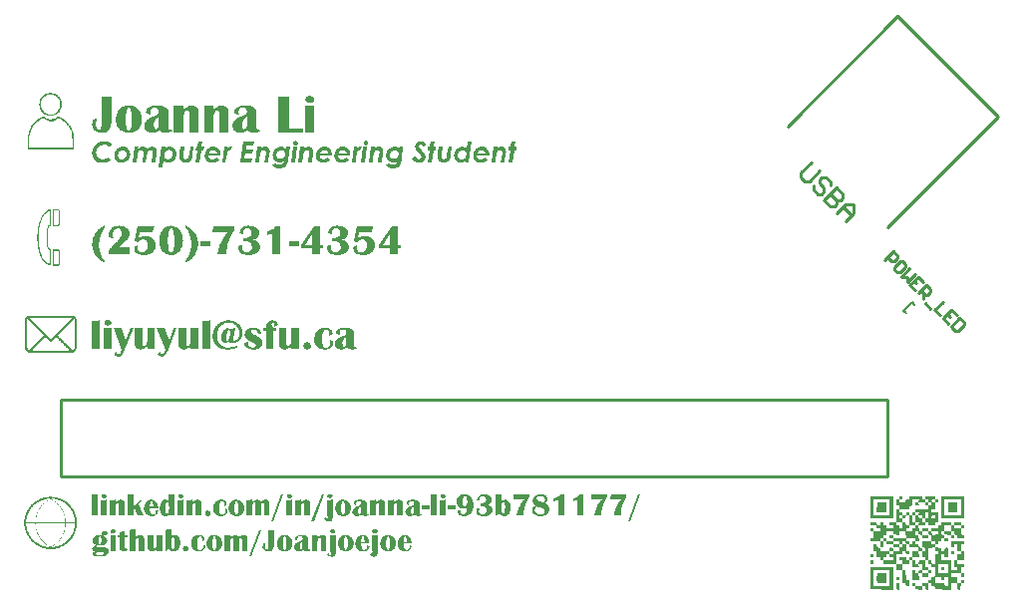
<source format=gto>
G04*
G04 #@! TF.GenerationSoftware,Altium Limited,Altium Designer,21.2.2 (38)*
G04*
G04 Layer_Color=65535*
%FSLAX25Y25*%
%MOIN*%
G70*
G04*
G04 #@! TF.SameCoordinates,E2040CFD-8BC1-4679-B801-FCB4F48F4876*
G04*
G04*
G04 #@! TF.FilePolarity,Positive*
G04*
G01*
G75*
%ADD10C,0.01000*%
%ADD11C,0.00787*%
G36*
X33811Y174611D02*
X34735D01*
Y174380D01*
X35197D01*
Y174149D01*
X35658D01*
Y173918D01*
X35889D01*
Y173687D01*
X36120D01*
Y173456D01*
X36351D01*
Y173225D01*
Y172994D01*
X36582D01*
Y172763D01*
X36813D01*
Y172532D01*
Y172301D01*
Y172071D01*
X37044D01*
Y171839D01*
Y171609D01*
Y171378D01*
Y171147D01*
Y170916D01*
Y170685D01*
Y170454D01*
Y170223D01*
Y169992D01*
Y169761D01*
X36813D01*
Y169530D01*
Y169299D01*
X36582D01*
Y169068D01*
Y168837D01*
X36351D01*
Y168606D01*
Y168376D01*
X36120D01*
Y168145D01*
X35889D01*
Y167914D01*
X35427D01*
Y167683D01*
X35197D01*
Y167452D01*
X34504D01*
Y167221D01*
X32195D01*
Y167452D01*
X31502D01*
Y167683D01*
X31271D01*
Y167914D01*
X30809D01*
Y168145D01*
X30578D01*
Y168376D01*
X30347D01*
Y168606D01*
X30116D01*
Y168837D01*
Y169068D01*
X29885D01*
Y169299D01*
Y169530D01*
X29654D01*
Y169761D01*
Y169992D01*
Y170223D01*
Y170454D01*
Y170685D01*
X29423D01*
Y170916D01*
Y171147D01*
X29654D01*
Y171378D01*
Y171609D01*
Y171839D01*
Y172071D01*
Y172301D01*
X29885D01*
Y172532D01*
Y172763D01*
X30116D01*
Y172994D01*
Y173225D01*
X30347D01*
Y173456D01*
X30578D01*
Y173687D01*
X30809D01*
Y173918D01*
X31040D01*
Y174149D01*
X31502D01*
Y174380D01*
X31964D01*
Y174611D01*
X32887D01*
Y174842D01*
X33811D01*
Y174611D01*
D02*
G37*
G36*
X36582Y166528D02*
X37044D01*
Y166297D01*
X37506D01*
Y166066D01*
X37737D01*
Y165835D01*
X37968D01*
Y165604D01*
X38429D01*
Y165374D01*
X38660D01*
Y165143D01*
X38891D01*
Y164912D01*
X39122D01*
Y164681D01*
X39353D01*
Y164450D01*
X39584D01*
Y164219D01*
Y163988D01*
X39815D01*
Y163757D01*
X40046D01*
Y163526D01*
Y163295D01*
X40277D01*
Y163064D01*
Y162833D01*
X40508D01*
Y162602D01*
Y162372D01*
Y162141D01*
X40739D01*
Y161910D01*
Y161679D01*
X40970D01*
Y161448D01*
Y161217D01*
Y160986D01*
Y160755D01*
Y160524D01*
Y160293D01*
X41201D01*
Y160062D01*
Y159831D01*
Y159600D01*
Y159369D01*
Y159139D01*
Y158908D01*
Y158677D01*
Y158446D01*
Y158215D01*
Y157984D01*
Y157753D01*
Y157522D01*
Y157291D01*
Y157060D01*
Y156829D01*
Y156598D01*
Y156367D01*
Y156136D01*
Y155905D01*
X25728D01*
Y156136D01*
Y156367D01*
Y156598D01*
Y156829D01*
Y157060D01*
Y157291D01*
Y157522D01*
Y157753D01*
Y157984D01*
Y158215D01*
Y158446D01*
Y158677D01*
Y158908D01*
Y159139D01*
Y159369D01*
Y159600D01*
Y159831D01*
Y160062D01*
Y160293D01*
Y160524D01*
Y160755D01*
X25959D01*
Y160986D01*
Y161217D01*
Y161448D01*
Y161679D01*
Y161910D01*
X26190D01*
Y162141D01*
Y162372D01*
X26421D01*
Y162602D01*
Y162833D01*
X26652D01*
Y163064D01*
Y163295D01*
X26883D01*
Y163526D01*
Y163757D01*
X27114D01*
Y163988D01*
Y164219D01*
X27345D01*
Y164450D01*
X27576D01*
Y164681D01*
X27807D01*
Y164912D01*
X28038D01*
Y165143D01*
X28269D01*
Y165374D01*
X28500D01*
Y165604D01*
X28730D01*
Y165835D01*
X29192D01*
Y166066D01*
X29423D01*
Y166297D01*
X29885D01*
Y166528D01*
X30347D01*
Y166759D01*
X31502D01*
Y166528D01*
X31733D01*
Y166297D01*
X32195D01*
Y166066D01*
X32887D01*
Y165835D01*
X33811D01*
Y166066D01*
X34735D01*
Y166297D01*
X35197D01*
Y166528D01*
X35427D01*
Y166759D01*
X36582D01*
Y166528D01*
D02*
G37*
G36*
X36099Y135728D02*
X36252D01*
Y135575D01*
Y135423D01*
X36404D01*
Y135270D01*
Y135117D01*
Y134965D01*
Y134812D01*
Y134660D01*
Y134507D01*
Y134354D01*
Y134202D01*
Y134049D01*
Y133897D01*
Y133744D01*
Y133591D01*
Y133439D01*
Y133286D01*
Y133133D01*
Y132981D01*
Y132828D01*
Y132676D01*
Y132523D01*
Y132370D01*
Y132218D01*
Y132065D01*
Y131912D01*
Y131760D01*
Y131607D01*
Y131455D01*
Y131302D01*
Y131149D01*
Y130997D01*
Y130844D01*
Y130691D01*
X36252D01*
Y130539D01*
X36099D01*
Y130386D01*
X35946D01*
Y130234D01*
X33962D01*
Y130386D01*
Y130539D01*
Y130691D01*
Y130844D01*
Y130997D01*
Y131149D01*
Y131302D01*
Y131455D01*
Y131607D01*
Y131760D01*
Y131912D01*
Y132065D01*
Y132218D01*
Y132370D01*
Y132523D01*
Y132676D01*
Y132828D01*
Y132981D01*
Y133133D01*
Y133286D01*
Y133439D01*
Y133591D01*
Y133744D01*
Y133897D01*
Y134049D01*
Y134202D01*
Y134354D01*
Y134507D01*
Y134660D01*
Y134812D01*
Y134965D01*
Y135117D01*
Y135270D01*
Y135423D01*
Y135575D01*
Y135728D01*
Y135881D01*
X36099D01*
Y135728D01*
D02*
G37*
G36*
X33505D02*
X33352D01*
Y135575D01*
Y135423D01*
Y135270D01*
Y135117D01*
Y134965D01*
Y134812D01*
Y134660D01*
Y134507D01*
Y134354D01*
Y134202D01*
Y134049D01*
Y133897D01*
Y133744D01*
Y133591D01*
Y133439D01*
Y133286D01*
Y133133D01*
Y132981D01*
Y132828D01*
Y132676D01*
Y132523D01*
Y132370D01*
Y132218D01*
Y132065D01*
Y131912D01*
Y131760D01*
Y131607D01*
Y131455D01*
Y131302D01*
Y131149D01*
Y130997D01*
Y130844D01*
Y130691D01*
Y130539D01*
Y130386D01*
Y130234D01*
X33505D01*
Y130081D01*
X32894D01*
Y129928D01*
X32741D01*
Y129776D01*
Y129623D01*
X32589D01*
Y129470D01*
Y129318D01*
X32436D01*
Y129165D01*
Y129013D01*
Y128860D01*
Y128707D01*
Y128555D01*
Y128402D01*
Y128249D01*
Y128097D01*
X32283D01*
Y127944D01*
Y127792D01*
Y127639D01*
Y127486D01*
Y127334D01*
Y127181D01*
Y127028D01*
Y126876D01*
Y126723D01*
Y126570D01*
Y126418D01*
Y126265D01*
Y126113D01*
Y125960D01*
Y125807D01*
Y125655D01*
Y125502D01*
Y125349D01*
Y125197D01*
X32436D01*
Y125044D01*
Y124892D01*
Y124739D01*
Y124586D01*
Y124434D01*
Y124281D01*
Y124128D01*
Y123976D01*
Y123823D01*
X32589D01*
Y123671D01*
Y123518D01*
Y123365D01*
Y123213D01*
X32741D01*
Y123060D01*
Y122907D01*
Y122755D01*
X33047D01*
Y122602D01*
X33505D01*
Y122450D01*
X33352D01*
Y122297D01*
Y122144D01*
Y121992D01*
Y121839D01*
Y121686D01*
Y121534D01*
Y121381D01*
Y121229D01*
Y121076D01*
Y120923D01*
Y120771D01*
Y120618D01*
Y120466D01*
Y120313D01*
Y120160D01*
Y120008D01*
Y119855D01*
Y119702D01*
Y119550D01*
Y119397D01*
Y119245D01*
Y119092D01*
Y118939D01*
Y118787D01*
Y118634D01*
Y118481D01*
Y118329D01*
Y118176D01*
Y118024D01*
Y117871D01*
Y117718D01*
Y117566D01*
Y117413D01*
Y117260D01*
Y117108D01*
X32741D01*
Y117260D01*
X32283D01*
Y117413D01*
X32131D01*
Y117566D01*
X31826D01*
Y117718D01*
X31673D01*
Y117871D01*
X31520D01*
Y118024D01*
X31368D01*
Y118176D01*
X31215D01*
Y118329D01*
X31062D01*
Y118481D01*
X30910D01*
Y118634D01*
X30757D01*
Y118787D01*
Y118939D01*
X30605D01*
Y119092D01*
X30452D01*
Y119245D01*
Y119397D01*
X30299D01*
Y119550D01*
Y119702D01*
X30147D01*
Y119855D01*
Y120008D01*
X29994D01*
Y120160D01*
Y120313D01*
X29842D01*
Y120466D01*
Y120618D01*
Y120771D01*
X29689D01*
Y120923D01*
Y121076D01*
Y121229D01*
X29536D01*
Y121381D01*
Y121534D01*
Y121686D01*
Y121839D01*
X29384D01*
Y121992D01*
Y122144D01*
Y122297D01*
Y122450D01*
X29231D01*
Y122602D01*
Y122755D01*
Y122907D01*
Y123060D01*
Y123213D01*
Y123365D01*
X29078D01*
Y123518D01*
Y123671D01*
Y123823D01*
Y123976D01*
Y124128D01*
Y124281D01*
Y124434D01*
Y124586D01*
Y124739D01*
Y124892D01*
Y125044D01*
Y125197D01*
X28926D01*
Y125349D01*
Y125502D01*
Y125655D01*
Y125807D01*
Y125960D01*
Y126113D01*
Y126265D01*
Y126418D01*
Y126570D01*
Y126723D01*
Y126876D01*
Y127028D01*
Y127181D01*
Y127334D01*
Y127486D01*
Y127639D01*
X29078D01*
Y127792D01*
Y127944D01*
Y128097D01*
Y128249D01*
Y128402D01*
Y128555D01*
Y128707D01*
Y128860D01*
Y129013D01*
Y129165D01*
Y129318D01*
X29231D01*
Y129470D01*
Y129623D01*
Y129776D01*
Y129928D01*
Y130081D01*
Y130234D01*
X29384D01*
Y130386D01*
Y130539D01*
Y130691D01*
Y130844D01*
Y130997D01*
X29536D01*
Y131149D01*
Y131302D01*
Y131455D01*
X29689D01*
Y131607D01*
Y131760D01*
Y131912D01*
X29842D01*
Y132065D01*
Y132218D01*
Y132370D01*
X29994D01*
Y132523D01*
Y132676D01*
X30147D01*
Y132828D01*
Y132981D01*
Y133133D01*
X30299D01*
Y133286D01*
Y133439D01*
X30452D01*
Y133591D01*
X30605D01*
Y133744D01*
Y133897D01*
X30757D01*
Y134049D01*
X30910D01*
Y134202D01*
Y134354D01*
X31062D01*
Y134507D01*
X31215D01*
Y134660D01*
X31368D01*
Y134812D01*
X31520D01*
Y134965D01*
X31673D01*
Y135117D01*
X31826D01*
Y135270D01*
X31978D01*
Y135423D01*
X32283D01*
Y135575D01*
X32589D01*
Y135728D01*
X33047D01*
Y135881D01*
X33505D01*
Y135728D01*
D02*
G37*
G36*
X36252Y122297D02*
X36404D01*
Y122144D01*
X36557D01*
Y121992D01*
Y121839D01*
Y121686D01*
Y121534D01*
Y121381D01*
Y121229D01*
Y121076D01*
Y120923D01*
Y120771D01*
Y120618D01*
Y120466D01*
Y120313D01*
Y120160D01*
Y120008D01*
Y119855D01*
Y119702D01*
Y119550D01*
Y119397D01*
Y119245D01*
Y119092D01*
Y118939D01*
Y118787D01*
Y118634D01*
Y118481D01*
Y118329D01*
Y118176D01*
Y118024D01*
Y117871D01*
Y117718D01*
Y117566D01*
Y117413D01*
Y117260D01*
X36404D01*
Y117108D01*
X36252D01*
Y116955D01*
X34268D01*
Y117108D01*
Y117260D01*
Y117413D01*
Y117566D01*
Y117718D01*
Y117871D01*
Y118024D01*
Y118176D01*
Y118329D01*
Y118481D01*
Y118634D01*
Y118787D01*
Y118939D01*
X34115D01*
Y119092D01*
Y119245D01*
Y119397D01*
Y119550D01*
Y119702D01*
Y119855D01*
Y120008D01*
Y120160D01*
Y120313D01*
Y120466D01*
Y120618D01*
Y120771D01*
Y120923D01*
Y121076D01*
Y121229D01*
Y121381D01*
Y121534D01*
Y121686D01*
Y121839D01*
Y121992D01*
Y122144D01*
Y122297D01*
Y122450D01*
X36252D01*
Y122297D01*
D02*
G37*
G36*
X40890Y100233D02*
X41147D01*
Y100104D01*
X41404D01*
Y99976D01*
X41532D01*
Y99848D01*
X41661D01*
Y99719D01*
X41789D01*
Y99591D01*
X41918D01*
Y99462D01*
Y99334D01*
X42046D01*
Y99205D01*
Y99077D01*
Y98949D01*
X42175D01*
Y98820D01*
Y98692D01*
Y98563D01*
Y98435D01*
Y98307D01*
Y98178D01*
Y98050D01*
Y97921D01*
Y97793D01*
Y97664D01*
Y97536D01*
Y97408D01*
Y97279D01*
Y97151D01*
Y97022D01*
Y96894D01*
Y96766D01*
Y96637D01*
Y96509D01*
Y96380D01*
Y96252D01*
Y96124D01*
Y95995D01*
Y95867D01*
Y95738D01*
Y95610D01*
Y95482D01*
Y95353D01*
Y95225D01*
Y95096D01*
Y94968D01*
Y94840D01*
Y94711D01*
Y94583D01*
Y94454D01*
Y94326D01*
Y94197D01*
Y94069D01*
Y93941D01*
Y93812D01*
Y93684D01*
Y93555D01*
Y93427D01*
Y93299D01*
Y93170D01*
Y93042D01*
Y92913D01*
Y92785D01*
Y92657D01*
Y92528D01*
Y92400D01*
Y92271D01*
Y92143D01*
Y92014D01*
Y91886D01*
Y91758D01*
Y91629D01*
Y91501D01*
Y91373D01*
Y91244D01*
Y91116D01*
Y90987D01*
Y90859D01*
Y90730D01*
Y90602D01*
Y90474D01*
Y90345D01*
Y90217D01*
Y90088D01*
X42046D01*
Y89960D01*
Y89832D01*
Y89703D01*
Y89575D01*
Y89446D01*
Y89318D01*
Y89189D01*
Y89061D01*
X41918D01*
Y88933D01*
Y88804D01*
X41789D01*
Y88676D01*
X41661D01*
Y88547D01*
Y88419D01*
X41404D01*
Y88291D01*
X41276D01*
Y88162D01*
X41019D01*
Y88034D01*
X40634D01*
Y87905D01*
X28050D01*
Y88034D01*
X25738D01*
Y88162D01*
X25481D01*
Y88291D01*
X25353D01*
Y88419D01*
X25225D01*
Y88547D01*
X25096D01*
Y88676D01*
X24968D01*
Y88804D01*
X24839D01*
Y88933D01*
Y89061D01*
Y89189D01*
X24711D01*
Y89318D01*
Y89446D01*
Y89575D01*
Y89703D01*
Y89832D01*
Y89960D01*
Y90088D01*
Y90217D01*
Y90345D01*
Y90474D01*
Y90602D01*
Y90730D01*
Y90859D01*
Y90987D01*
Y91116D01*
Y91244D01*
Y91373D01*
Y91501D01*
Y91629D01*
Y91758D01*
Y91886D01*
Y92014D01*
Y92143D01*
Y92271D01*
Y92400D01*
Y92528D01*
Y92657D01*
Y92785D01*
Y92913D01*
Y93042D01*
Y93170D01*
Y93299D01*
Y93427D01*
Y93555D01*
Y93684D01*
Y93812D01*
Y93941D01*
Y94069D01*
Y94197D01*
Y94326D01*
Y94454D01*
Y94583D01*
Y94711D01*
Y94840D01*
Y94968D01*
Y95096D01*
Y95225D01*
Y95353D01*
Y95482D01*
Y95610D01*
Y95738D01*
Y95867D01*
Y95995D01*
Y96124D01*
Y96252D01*
Y96380D01*
Y96509D01*
Y96637D01*
Y96766D01*
Y96894D01*
Y97022D01*
Y97151D01*
Y97279D01*
Y97408D01*
Y97536D01*
Y97664D01*
Y97793D01*
Y97921D01*
Y98050D01*
Y98178D01*
Y98307D01*
Y98435D01*
Y98563D01*
Y98692D01*
Y98820D01*
Y98949D01*
Y99077D01*
Y99205D01*
X24839D01*
Y99334D01*
Y99462D01*
X24968D01*
Y99591D01*
X25096D01*
Y99719D01*
Y99848D01*
X25225D01*
Y99976D01*
X25481D01*
Y100104D01*
X25610D01*
Y100233D01*
X25867D01*
Y100361D01*
X40890D01*
Y100233D01*
D02*
G37*
G36*
X318185Y39939D02*
X318241Y39771D01*
X318204Y39621D01*
X318222Y39003D01*
X318147Y38891D01*
X317156Y38910D01*
Y39359D01*
Y39396D01*
X317137Y39864D01*
X317175Y39939D01*
X317324Y39976D01*
X318185Y39939D01*
D02*
G37*
G36*
X328963D02*
X329019Y39771D01*
X328982Y39621D01*
X329001Y38891D01*
X330048Y38854D01*
X330067Y37862D01*
X330011Y37806D01*
X328982Y37824D01*
X328963Y38891D01*
X327953Y38854D01*
X327897Y38685D01*
X327934Y38573D01*
X327953Y37806D01*
X328982Y37787D01*
X329001Y35748D01*
X328963Y35673D01*
X328814Y35635D01*
X328046Y35654D01*
X327934Y35616D01*
X327915Y35448D01*
X327934Y34793D01*
X327897Y34718D01*
X327953Y34587D01*
X328140Y34550D01*
X328252Y34587D01*
X330048Y34550D01*
X330067Y31387D01*
X330011Y31331D01*
X329019Y31313D01*
X328982Y31163D01*
X329001Y30358D01*
X328963Y30283D01*
X328814Y30246D01*
X326867Y30283D01*
X326830Y31294D01*
X326718Y31331D01*
X325763Y31350D01*
X325745Y32417D01*
X324678Y32435D01*
X324641Y33483D01*
X323593Y33521D01*
Y33558D01*
Y33596D01*
X323611Y34475D01*
X323574Y34550D01*
X323424Y34587D01*
X322545Y34606D01*
X322526Y35523D01*
X322564Y35635D01*
X322751Y35673D01*
X322863Y35635D01*
X326793Y35673D01*
X326849Y35729D01*
X326830Y36720D01*
X325782Y36758D01*
X325745Y37806D01*
X323593Y37824D01*
X323611Y38779D01*
X323537Y38891D01*
X321478Y38854D01*
X321441Y36795D01*
X321366Y36720D01*
X320393Y36683D01*
X320356Y35710D01*
X320281Y35635D01*
X317156Y35616D01*
X317137Y34700D01*
X317175Y34587D01*
X317362Y34550D01*
X317474Y34587D01*
X318185Y34550D01*
X318241Y34381D01*
X318204Y34232D01*
X318222Y33502D01*
X319289Y33483D01*
X319251Y32435D01*
X318222Y32417D01*
X318185Y33502D01*
X317175Y33465D01*
X317118Y33296D01*
X317156Y33184D01*
X317137Y32529D01*
X317212Y32417D01*
X318204Y32398D01*
X318222Y31331D01*
X319270Y31294D01*
X319308Y30321D01*
X319383Y30246D01*
X320374Y30227D01*
X320337Y29217D01*
X320168Y29161D01*
X320056Y29198D01*
X319345Y29161D01*
X319289Y29105D01*
X319308Y28113D01*
X321441Y28150D01*
X321478Y29161D01*
X321628Y29198D01*
X322433Y29179D01*
X322508Y29217D01*
X322545Y29367D01*
X322526Y30246D01*
X320374Y30265D01*
X320356Y33502D01*
X319289Y33521D01*
X319326Y34531D01*
X319383Y34587D01*
X320318Y34550D01*
X320374Y34494D01*
X320393Y33502D01*
X321460Y33483D01*
X321497Y31350D01*
X322545Y31313D01*
X322564Y30246D01*
X323593Y30227D01*
X323611Y28113D01*
X324678Y28094D01*
X324697Y27028D01*
X326849Y27009D01*
X326811Y25998D01*
X326755Y25942D01*
X324734Y25980D01*
X324678Y26036D01*
X324659Y27028D01*
X323593Y27046D01*
X323574Y28113D01*
X322564Y28075D01*
X322508Y27907D01*
X322545Y27795D01*
X322526Y27140D01*
X322601Y27028D01*
X323593Y27009D01*
X323611Y24969D01*
X323574Y24894D01*
X323424Y24857D01*
X322545Y24838D01*
X322526Y23921D01*
X322564Y23809D01*
X322751Y23772D01*
X322863Y23809D01*
X323574Y23772D01*
X323630Y23603D01*
X323593Y23453D01*
X323611Y22724D01*
X324678Y22705D01*
X324697Y21638D01*
X325745Y21676D01*
X325763Y22668D01*
X325595Y22724D01*
X324678Y22742D01*
X324715Y24838D01*
X324884Y24894D01*
X324996Y24857D01*
X327915Y24894D01*
X327934Y27009D01*
X326849Y27046D01*
X326830Y28113D01*
X324678Y28132D01*
X324715Y29142D01*
X324772Y29198D01*
X326793Y29161D01*
X326849Y29105D01*
X326867Y28113D01*
X327934Y28094D01*
X327953Y27028D01*
X330048Y27065D01*
X330067Y28057D01*
X330011Y28113D01*
X327934Y28132D01*
X327915Y29086D01*
X327953Y29161D01*
X328102Y29198D01*
X329955Y29179D01*
X330067Y29254D01*
X330105Y30227D01*
X330273Y30283D01*
X330385Y30246D01*
X331096Y30283D01*
X331153Y30340D01*
X331190Y31313D01*
X334315Y31331D01*
X334371Y31275D01*
X334408Y31126D01*
X334371Y31013D01*
X334408Y30265D01*
X335456Y30227D01*
X335494Y29217D01*
X335662Y29161D01*
X335774Y29198D01*
X337627Y29179D01*
X337664Y27046D01*
X338637Y27009D01*
X338712Y26934D01*
X338675Y25998D01*
X338619Y25942D01*
X336560Y25980D01*
X336523Y26990D01*
X336411Y27028D01*
X335456Y27046D01*
X335419Y28094D01*
X334371Y28132D01*
X334352Y30246D01*
X332350Y30265D01*
X332238Y30190D01*
X332257Y28113D01*
X334371Y28094D01*
X334390Y27028D01*
X335456Y27009D01*
X335419Y25961D01*
X334465Y25942D01*
X334371Y26036D01*
X334352Y27028D01*
X332238Y27046D01*
X332219Y28113D01*
X331209Y28075D01*
X331153Y28019D01*
X331190Y27046D01*
X332238Y27009D01*
X332257Y25942D01*
X333286Y25923D01*
X333323Y25774D01*
X333286Y24913D01*
X333230Y24857D01*
X332257Y24894D01*
X332219Y25942D01*
X331171Y25905D01*
X331134Y24932D01*
X331059Y24857D01*
X330180Y24876D01*
X330067Y24801D01*
X330030Y23828D01*
X329861Y23772D01*
X329749Y23809D01*
X329001Y23772D01*
X328982Y22742D01*
X331078Y22705D01*
X331153Y22668D01*
X331190Y21657D01*
X332182Y21638D01*
X332238Y21807D01*
X332275Y22705D01*
X333230Y22724D01*
X333323Y22630D01*
X333286Y19524D01*
X333230Y19468D01*
X332257Y19505D01*
X332219Y20516D01*
X332107Y20553D01*
X331171Y20516D01*
X331153Y18476D01*
X331209Y18420D01*
X331358Y18383D01*
X331471Y18420D01*
X334352Y18383D01*
X334408Y18214D01*
X334371Y18064D01*
X334408Y15220D01*
X334465Y15164D01*
X336523Y15201D01*
X336542Y16193D01*
X336486Y16249D01*
X335494Y16268D01*
X335456Y16418D01*
X335494Y18364D01*
X335550Y18420D01*
X336542Y18401D01*
X336579Y17353D01*
X338637Y17316D01*
X338712Y17241D01*
X338675Y16305D01*
X338619Y16249D01*
X337646Y16212D01*
X337627Y14097D01*
X338469Y14079D01*
X338581Y14116D01*
X338675Y14060D01*
X338712Y13910D01*
X338675Y13049D01*
X338507Y12993D01*
X338357Y13031D01*
X337739Y13012D01*
X337627Y13087D01*
X337608Y14079D01*
X334521Y14097D01*
X334408Y14060D01*
X334371Y13910D01*
X334408Y13049D01*
X334577Y12993D01*
X334689Y13031D01*
X336486Y12993D01*
X336542Y12937D01*
X336560Y10860D01*
X337627Y10841D01*
X337590Y8746D01*
X337533Y8689D01*
X336598Y8727D01*
X336542Y8783D01*
X336523Y10860D01*
X334427Y10823D01*
X334371Y10767D01*
X334390Y8802D01*
X334352Y8727D01*
X334203Y8689D01*
X329038Y8727D01*
X328982Y8783D01*
X329001Y9663D01*
X328926Y9775D01*
X327953Y9812D01*
X327897Y9981D01*
X327934Y10093D01*
X327897Y10804D01*
X327840Y10860D01*
X326849Y10879D01*
X326886Y11927D01*
X327897Y11964D01*
X327934Y12114D01*
X327915Y12919D01*
X327953Y12993D01*
X328102Y13031D01*
X328982Y13049D01*
X329001Y16137D01*
X328926Y16249D01*
X327953Y16287D01*
X327897Y16455D01*
X327934Y16567D01*
X327915Y17335D01*
X326867Y17372D01*
X326830Y18420D01*
X325763Y18439D01*
X325726Y19449D01*
X325558Y19505D01*
X325445Y19468D01*
X324734Y19505D01*
X324678Y19561D01*
X324659Y21638D01*
X323593Y21657D01*
X323574Y22724D01*
X320393Y22761D01*
X320356Y23809D01*
X319289Y23828D01*
X319270Y24857D01*
X318353Y24876D01*
X318241Y24838D01*
X318204Y24689D01*
X318222Y23809D01*
X319289Y23790D01*
X319308Y21638D01*
X320356Y21601D01*
X320374Y20609D01*
X320206Y20553D01*
X319345Y20591D01*
X319289Y20647D01*
X319270Y21638D01*
X318260Y21601D01*
X318204Y21545D01*
X318222Y20665D01*
X318147Y20553D01*
X316089Y20516D01*
X316071Y17353D01*
X318204Y17316D01*
X318222Y15164D01*
X319270Y15127D01*
X319308Y11983D01*
X319420Y11946D01*
X320356Y11908D01*
X320374Y9831D01*
X320206Y9775D01*
X319345Y9812D01*
X319289Y9868D01*
X319251Y10841D01*
X318279Y10879D01*
X318204Y10954D01*
X318185Y15164D01*
X316089Y15201D01*
X316052Y17335D01*
X311785Y17372D01*
X311729Y17540D01*
X311767Y17653D01*
X311729Y18401D01*
X310925Y18420D01*
X310812Y18383D01*
X310681Y18476D01*
X310644Y19449D01*
X310475Y19505D01*
X310363Y19468D01*
X309652Y19505D01*
X309596Y19561D01*
X309559Y21620D01*
X308548Y21657D01*
X308511Y21807D01*
X308548Y23753D01*
X308604Y23809D01*
X309540Y23772D01*
X309596Y23716D01*
X309633Y22742D01*
X310681Y22705D01*
X310719Y21657D01*
X313900Y21620D01*
X313919Y20553D01*
X314966Y20591D01*
X314985Y21620D01*
X313900Y21657D01*
X313937Y22668D01*
X313993Y22724D01*
X314985Y22705D01*
X315004Y21638D01*
X317100Y21676D01*
X317156Y21732D01*
X317137Y22724D01*
X314985Y22742D01*
X314966Y23809D01*
X312927Y23790D01*
X312852Y23828D01*
X312814Y23977D01*
X312796Y24857D01*
X311767Y24838D01*
X311729Y22742D01*
X310700Y22724D01*
X310663Y24857D01*
X307482Y24894D01*
X307425Y24950D01*
X307463Y25923D01*
X308473Y25961D01*
X308511Y26073D01*
X308492Y28113D01*
X307463Y28132D01*
X307425Y28281D01*
X307463Y29142D01*
X307519Y29198D01*
X308492Y29161D01*
X308529Y28113D01*
X310663Y28150D01*
X310681Y29105D01*
X310588Y29198D01*
X309708Y29179D01*
X309596Y29254D01*
X309577Y30246D01*
X307482Y30283D01*
X307425Y30340D01*
X307463Y31313D01*
X309540Y31331D01*
X309596Y31275D01*
X309615Y30246D01*
X310625Y30283D01*
X310681Y30340D01*
X310719Y31313D01*
X311711Y31331D01*
X311767Y31163D01*
X311748Y30396D01*
X311785Y30283D01*
X311935Y30246D01*
X312702Y30265D01*
X312814Y30227D01*
X312852Y30078D01*
X312814Y29928D01*
X312852Y29217D01*
X313020Y29161D01*
X313133Y29198D01*
X314873Y29179D01*
X314985Y29254D01*
X314948Y30227D01*
X314779Y30283D01*
X314667Y30246D01*
X313956Y30283D01*
X313900Y30340D01*
X313937Y31313D01*
X316052Y31331D01*
X316089Y30283D01*
X316239Y30246D01*
X317043Y30265D01*
X317118Y30227D01*
X317156Y30078D01*
X317137Y29310D01*
X317175Y29198D01*
X317362Y29161D01*
X317474Y29198D01*
X318091Y29179D01*
X318204Y29217D01*
X318241Y29404D01*
X318204Y29516D01*
X318185Y31331D01*
X316071Y31350D01*
X316108Y35616D01*
X316276Y35673D01*
X316389Y35635D01*
X317137Y35673D01*
X317156Y36627D01*
X317100Y36720D01*
X316089Y36758D01*
X316071Y38835D01*
X316127Y38891D01*
X317156Y38872D01*
X317137Y37918D01*
X317212Y37806D01*
X319270Y37843D01*
X319308Y38816D01*
X319383Y38891D01*
X320356Y38929D01*
X320393Y39902D01*
X320468Y39976D01*
X324659Y39939D01*
X324697Y38929D01*
X324809Y38891D01*
X325763Y38872D01*
X325782Y37806D01*
X326849Y37787D01*
X326867Y36720D01*
X327878Y36758D01*
X327934Y36814D01*
X327915Y37806D01*
X326849Y37824D01*
X326811Y38835D01*
X326755Y38891D01*
X325763Y38910D01*
X325801Y39920D01*
X325857Y39976D01*
X328963Y39939D01*
D02*
G37*
G36*
X323593Y37787D02*
X323611Y36833D01*
X323537Y36720D01*
X322564Y36758D01*
X322508Y36926D01*
X322526Y36945D01*
X322545Y37563D01*
X322508Y37675D01*
X322601Y37806D01*
X323593Y37787D01*
D02*
G37*
G36*
X338656Y39939D02*
X338712Y39883D01*
X338675Y32473D01*
X338619Y32417D01*
X336748D01*
X331171Y32454D01*
X331153Y39883D01*
X331246Y39976D01*
X338656Y39939D01*
D02*
G37*
G36*
X314929D02*
X314985Y39883D01*
X314948Y32435D01*
X307519Y32417D01*
X307425Y32510D01*
Y33708D01*
Y33745D01*
X307463Y39920D01*
X307519Y39976D01*
X314929Y39939D01*
D02*
G37*
G36*
X322545Y34569D02*
X322564Y33502D01*
X323593Y33483D01*
X323630Y32473D01*
X323686Y32417D01*
X324678Y32398D01*
X324715Y31387D01*
X324772Y31331D01*
X324921D01*
X325763Y31313D01*
X325726Y30302D01*
X325670Y30246D01*
X323593Y30265D01*
X323611Y31219D01*
X323537Y31331D01*
X322545Y31350D01*
X322526Y33502D01*
X321460Y33521D01*
X321478Y34550D01*
X321628Y34587D01*
X322545Y34569D01*
D02*
G37*
G36*
X337627Y31275D02*
X337646Y30246D01*
X338095D01*
X338600Y30265D01*
X338675Y30227D01*
X338712Y30078D01*
X338675Y29217D01*
X338507Y29161D01*
X338357Y29198D01*
X337627Y29217D01*
X337608Y30246D01*
X335456Y30265D01*
X335494Y31313D01*
X337571Y31331D01*
X337627Y31275D01*
D02*
G37*
G36*
X334689Y24857D02*
X338600Y24876D01*
X338675Y24838D01*
X338712Y24689D01*
X338675Y23828D01*
X338507Y23772D01*
X338357Y23809D01*
X337702Y23790D01*
X337683Y23772D01*
X337627Y23753D01*
X337646Y21638D01*
X338656Y21601D01*
X338712Y21545D01*
X338675Y18439D01*
X338507Y18383D01*
X338357Y18420D01*
X336542Y18439D01*
X336579Y20534D01*
X337552Y20572D01*
X337627Y20647D01*
X337608Y21638D01*
X336560Y21676D01*
X336523Y23734D01*
X336448Y23809D01*
X335512Y23772D01*
X335456Y23716D01*
X335419Y22742D01*
X334427Y22724D01*
X334371Y22892D01*
X334408Y24838D01*
X334577Y24894D01*
X334689Y24857D01*
D02*
G37*
G36*
X33834Y39695D02*
X34943D01*
Y39571D01*
X35559D01*
Y39448D01*
X35929D01*
Y39325D01*
X36298D01*
Y39202D01*
X36668D01*
Y39079D01*
X36914D01*
Y38955D01*
X37161D01*
Y38832D01*
X37407D01*
Y38709D01*
X37653D01*
Y38586D01*
X37900D01*
Y38463D01*
X38023D01*
Y38339D01*
X38269D01*
Y38216D01*
X38393D01*
Y38093D01*
X38639D01*
Y37970D01*
X38762D01*
Y37846D01*
X38886D01*
Y37723D01*
X39009D01*
Y37600D01*
X39255D01*
Y37477D01*
X39378D01*
Y37354D01*
X39502D01*
Y37231D01*
X39625D01*
Y37107D01*
X39748D01*
Y36984D01*
X39871D01*
Y36861D01*
Y36738D01*
X39994D01*
Y36615D01*
X40117D01*
Y36491D01*
X40241D01*
Y36368D01*
X40364D01*
Y36245D01*
Y36122D01*
X40487D01*
Y35998D01*
X40610D01*
Y35875D01*
X40734D01*
Y35752D01*
Y35629D01*
X40857D01*
Y35506D01*
Y35383D01*
X40980D01*
Y35259D01*
X41103D01*
Y35136D01*
Y35013D01*
X41226D01*
Y34890D01*
Y34767D01*
X41350D01*
Y34643D01*
Y34520D01*
Y34397D01*
X41473D01*
Y34274D01*
Y34150D01*
X41596D01*
Y34027D01*
Y33904D01*
Y33781D01*
X41719D01*
Y33658D01*
Y33534D01*
Y33411D01*
X41842D01*
Y33288D01*
Y33165D01*
Y33042D01*
Y32918D01*
X41966D01*
Y32795D01*
Y32672D01*
Y32549D01*
Y32426D01*
Y32302D01*
Y32179D01*
X42089D01*
Y32056D01*
Y31933D01*
Y31810D01*
Y31686D01*
Y31563D01*
Y31440D01*
Y31317D01*
Y31194D01*
Y31070D01*
Y30947D01*
Y30824D01*
Y30701D01*
Y30578D01*
Y30454D01*
Y30331D01*
Y30208D01*
Y30085D01*
Y29961D01*
Y29838D01*
X41966D01*
Y29715D01*
Y29592D01*
Y29469D01*
Y29346D01*
Y29222D01*
Y29099D01*
X41842D01*
Y28976D01*
Y28853D01*
Y28730D01*
Y28606D01*
X41719D01*
Y28483D01*
Y28360D01*
Y28237D01*
X41596D01*
Y28113D01*
Y27990D01*
Y27867D01*
X41473D01*
Y27744D01*
Y27621D01*
X41350D01*
Y27498D01*
Y27374D01*
Y27251D01*
X41226D01*
Y27128D01*
Y27005D01*
X41103D01*
Y26882D01*
Y26758D01*
X40980D01*
Y26635D01*
X40857D01*
Y26512D01*
Y26389D01*
X40734D01*
Y26265D01*
Y26142D01*
X40610D01*
Y26019D01*
X40487D01*
Y25896D01*
Y25773D01*
X40364D01*
Y25649D01*
X40241D01*
Y25526D01*
X40117D01*
Y25403D01*
X39994D01*
Y25280D01*
Y25157D01*
X39871D01*
Y25033D01*
X39748D01*
Y24910D01*
X39625D01*
Y24787D01*
X39502D01*
Y24664D01*
X39378D01*
Y24541D01*
X39255D01*
Y24417D01*
X39009D01*
Y24294D01*
X38886D01*
Y24171D01*
X38762D01*
Y24048D01*
X38639D01*
Y23925D01*
X38393D01*
Y23801D01*
X38269D01*
Y23678D01*
X38146D01*
Y23555D01*
X37900D01*
Y23432D01*
X37653D01*
Y23309D01*
X37407D01*
Y23185D01*
X37161D01*
Y23062D01*
X36914D01*
Y22939D01*
X36668D01*
Y22816D01*
X36298D01*
Y22693D01*
X35929D01*
Y22569D01*
X35559D01*
Y22446D01*
X34943D01*
Y22323D01*
X33957D01*
Y22200D01*
X32725D01*
Y22323D01*
X31740D01*
Y22446D01*
X31124D01*
Y22569D01*
X30754D01*
Y22693D01*
X30384D01*
Y22816D01*
X30015D01*
Y22939D01*
X29768D01*
Y23062D01*
X29522D01*
Y23185D01*
X29276D01*
Y23309D01*
X29029D01*
Y23432D01*
X28783D01*
Y23555D01*
X28660D01*
Y23678D01*
X28413D01*
Y23801D01*
X28290D01*
Y23925D01*
X28044D01*
Y24048D01*
X27920D01*
Y24171D01*
X27797D01*
Y24294D01*
X27674D01*
Y24417D01*
X27428D01*
Y24541D01*
X27304D01*
Y24664D01*
X27181D01*
Y24787D01*
X27058D01*
Y24910D01*
X26935D01*
Y25033D01*
X26812D01*
Y25157D01*
X26688D01*
Y25280D01*
Y25403D01*
X26565D01*
Y25526D01*
X26442D01*
Y25649D01*
X26319D01*
Y25773D01*
Y25896D01*
X26196D01*
Y26019D01*
X26072D01*
Y26142D01*
X25949D01*
Y26265D01*
Y26389D01*
X25826D01*
Y26512D01*
Y26635D01*
X25703D01*
Y26758D01*
X25580D01*
Y26882D01*
Y27005D01*
X25456D01*
Y27128D01*
Y27251D01*
X25333D01*
Y27374D01*
Y27498D01*
X25210D01*
Y27621D01*
Y27744D01*
Y27867D01*
X25087D01*
Y27990D01*
Y28113D01*
Y28237D01*
X24963D01*
Y28360D01*
Y28483D01*
Y28606D01*
X24840D01*
Y28730D01*
Y28853D01*
Y28976D01*
Y29099D01*
X24717D01*
Y29222D01*
Y29346D01*
Y29469D01*
Y29592D01*
Y29715D01*
X24594D01*
Y29838D01*
Y29961D01*
Y30085D01*
Y30208D01*
Y30331D01*
Y30454D01*
Y30578D01*
Y30701D01*
Y30824D01*
Y30947D01*
Y31070D01*
Y31194D01*
Y31317D01*
Y31440D01*
Y31563D01*
Y31686D01*
Y31810D01*
Y31933D01*
Y32056D01*
Y32179D01*
X24717D01*
Y32302D01*
Y32426D01*
Y32549D01*
Y32672D01*
Y32795D01*
Y32918D01*
X24840D01*
Y33042D01*
Y33165D01*
Y33288D01*
Y33411D01*
X24963D01*
Y33534D01*
Y33658D01*
Y33781D01*
X25087D01*
Y33904D01*
Y34027D01*
Y34150D01*
X25210D01*
Y34274D01*
Y34397D01*
X25333D01*
Y34520D01*
Y34643D01*
Y34767D01*
X25456D01*
Y34890D01*
Y35013D01*
X25580D01*
Y35136D01*
Y35259D01*
X25703D01*
Y35383D01*
X25826D01*
Y35506D01*
Y35629D01*
X25949D01*
Y35752D01*
Y35875D01*
X26072D01*
Y35998D01*
X26196D01*
Y36122D01*
X26319D01*
Y36245D01*
Y36368D01*
X26442D01*
Y36491D01*
X26565D01*
Y36615D01*
X26688D01*
Y36738D01*
Y36861D01*
X26812D01*
Y36984D01*
X26935D01*
Y37107D01*
X27058D01*
Y37231D01*
X27181D01*
Y37354D01*
X27304D01*
Y37477D01*
X27428D01*
Y37600D01*
X27674D01*
Y37723D01*
X27797D01*
Y37846D01*
X27920D01*
Y37970D01*
X28044D01*
Y38093D01*
X28290D01*
Y38216D01*
X28413D01*
Y38339D01*
X28660D01*
Y38463D01*
X28783D01*
Y38586D01*
X29029D01*
Y38709D01*
X29276D01*
Y38832D01*
X29522D01*
Y38955D01*
X29768D01*
Y39079D01*
X30015D01*
Y39202D01*
X30384D01*
Y39325D01*
X30754D01*
Y39448D01*
X31124D01*
Y39571D01*
X31740D01*
Y39695D01*
X32849D01*
Y39818D01*
X33834D01*
Y39695D01*
D02*
G37*
G36*
X335438Y21601D02*
X335456Y20609D01*
X335400Y20553D01*
X334427Y20591D01*
X334371Y20647D01*
X334408Y21582D01*
X334465Y21638D01*
X334802D01*
X335438Y21601D01*
D02*
G37*
G36*
X323611Y19730D02*
X323630Y19599D01*
X323574Y19505D01*
X323424Y19468D01*
X321460Y19487D01*
Y20459D01*
Y20497D01*
X321497Y21620D01*
X323574Y21638D01*
X323611Y19730D01*
D02*
G37*
G36*
X308492Y20516D02*
X308511Y19524D01*
X308342Y19468D01*
X307482Y19505D01*
X307425Y19561D01*
X307444Y20478D01*
X307463Y20497D01*
X307482Y20553D01*
X308492Y20516D01*
D02*
G37*
G36*
X317474Y19468D02*
X319177Y19487D01*
X319289Y19412D01*
X319326Y18439D01*
X319495Y18383D01*
X319607Y18420D01*
X320374Y18401D01*
X320337Y17353D01*
X318222Y17335D01*
X318204Y18177D01*
X318241Y18289D01*
X318185Y18383D01*
X318035Y18420D01*
X317231Y18401D01*
X317156Y18439D01*
X317118Y18626D01*
X317156Y18738D01*
Y19037D01*
Y19075D01*
X317137Y19355D01*
X317175Y19468D01*
X317362Y19505D01*
X317474Y19468D01*
D02*
G37*
G36*
X308492Y18383D02*
X308511Y17391D01*
X308455Y17335D01*
X307463Y17353D01*
Y17391D01*
X307425Y17503D01*
X307463Y18364D01*
X307519Y18420D01*
X308492Y18383D01*
D02*
G37*
G36*
X320692Y19468D02*
X321460Y19449D01*
Y19262D01*
Y19225D01*
X321478Y18420D01*
X322489Y18383D01*
X322545Y18326D01*
X322526Y17447D01*
X322601Y17335D01*
X323593Y17316D01*
X323611Y16362D01*
X323537Y16249D01*
X321478Y16287D01*
X321441Y18420D01*
X320374Y18439D01*
X320412Y19449D01*
X320580Y19505D01*
X320692Y19468D01*
D02*
G37*
G36*
X325763Y18401D02*
X325801Y16268D01*
X326811Y16231D01*
X326849Y16081D01*
X326867Y15164D01*
X327897Y15145D01*
X327934Y14996D01*
X327897Y14135D01*
X327840Y14079D01*
X326849Y14097D01*
Y14135D01*
X326830Y15164D01*
X324678Y15183D01*
X324641Y17316D01*
X323593Y17353D01*
X323630Y18364D01*
X323686Y18420D01*
X325763Y18401D01*
D02*
G37*
G36*
X324697Y14079D02*
X326849Y14060D01*
X326811Y13049D01*
X326643Y12993D01*
X326531Y13031D01*
X324790Y13012D01*
X324678Y13087D01*
Y13386D01*
Y13424D01*
X324659Y14079D01*
X323593Y14097D01*
X323630Y15145D01*
X324659Y15164D01*
X324697Y14079D01*
D02*
G37*
G36*
X322545Y14996D02*
X322526Y14228D01*
X322564Y14116D01*
X322713Y14079D01*
X323593Y14060D01*
X323611Y12058D01*
X323537Y11946D01*
X321478Y11983D01*
X321460Y13686D01*
Y13723D01*
X321497Y15145D01*
X322489Y15164D01*
X322545Y14996D01*
D02*
G37*
G36*
X317100Y12993D02*
X317156Y12937D01*
X317118Y11964D01*
X316127Y11946D01*
X316071Y12002D01*
X316089Y12993D01*
X316239Y13031D01*
X316389D01*
X317100Y12993D01*
D02*
G37*
G36*
X338694Y11871D02*
X338712Y11852D01*
X338675Y10916D01*
X338619Y10860D01*
X337627Y10879D01*
X337664Y11927D01*
X338619Y11946D01*
X338694Y11871D01*
D02*
G37*
G36*
X326849Y8783D02*
X326755Y8689D01*
X326680D01*
X325820Y8727D01*
X325763Y8783D01*
X325726Y9756D01*
X324678Y9794D01*
X324715Y10841D01*
X326830Y10860D01*
X326849Y8783D01*
D02*
G37*
G36*
X322489Y10823D02*
X322545Y10767D01*
X322564Y9775D01*
X324678Y9756D01*
Y8933D01*
Y8895D01*
X324659Y8727D01*
X324510Y8689D01*
X322564Y8727D01*
X322508Y8895D01*
X322545Y9008D01*
X322526Y9775D01*
X321478Y9812D01*
X321460Y10804D01*
X321516Y10860D01*
X322489Y10823D01*
D02*
G37*
G36*
X317156Y10767D02*
X317118Y8746D01*
X317062Y8689D01*
X316089Y8727D01*
X316071Y9906D01*
Y9943D01*
X316108Y10841D01*
X317062Y10860D01*
X317156Y10767D01*
D02*
G37*
G36*
X314966Y16212D02*
X314985Y11740D01*
Y11702D01*
X314948Y8746D01*
X314892Y8689D01*
X307482Y8727D01*
X307425Y8783D01*
X307463Y16193D01*
X307519Y16249D01*
X314966Y16212D01*
D02*
G37*
G36*
X138881Y158798D02*
X138958Y158777D01*
X139045Y158755D01*
X139133Y158711D01*
X139231Y158656D01*
X139318Y158580D01*
X139329Y158569D01*
X139351Y158536D01*
X139395Y158492D01*
X139439Y158427D01*
X139471Y158350D01*
X139515Y158252D01*
X139537Y158154D01*
X139548Y158033D01*
Y158022D01*
Y157979D01*
X139537Y157913D01*
X139515Y157837D01*
X139493Y157749D01*
X139450Y157662D01*
X139395Y157563D01*
X139318Y157476D01*
X139307Y157465D01*
X139275Y157443D01*
X139231Y157410D01*
X139165Y157367D01*
X139089Y157323D01*
X138990Y157290D01*
X138892Y157268D01*
X138772Y157257D01*
X138717D01*
X138652Y157268D01*
X138575Y157290D01*
X138488Y157312D01*
X138400Y157345D01*
X138302Y157399D01*
X138215Y157476D01*
X138204Y157487D01*
X138182Y157520D01*
X138149Y157563D01*
X138105Y157629D01*
X138061Y157716D01*
X138029Y157804D01*
X138007Y157913D01*
X137996Y158033D01*
Y158044D01*
Y158088D01*
X138007Y158143D01*
X138029Y158219D01*
X138050Y158307D01*
X138083Y158394D01*
X138138Y158492D01*
X138215Y158580D01*
X138225Y158591D01*
X138258Y158613D01*
X138302Y158656D01*
X138367Y158700D01*
X138455Y158733D01*
X138542Y158777D01*
X138652Y158798D01*
X138772Y158809D01*
X138827D01*
X138881Y158798D01*
D02*
G37*
G36*
X115382D02*
X115458Y158777D01*
X115546Y158755D01*
X115633Y158711D01*
X115732Y158656D01*
X115819Y158580D01*
X115830Y158569D01*
X115852Y158536D01*
X115895Y158492D01*
X115939Y158427D01*
X115972Y158350D01*
X116016Y158252D01*
X116037Y158154D01*
X116048Y158033D01*
Y158022D01*
Y157979D01*
X116037Y157913D01*
X116016Y157837D01*
X115994Y157749D01*
X115950Y157662D01*
X115895Y157563D01*
X115819Y157476D01*
X115808Y157465D01*
X115775Y157443D01*
X115732Y157410D01*
X115666Y157367D01*
X115589Y157323D01*
X115491Y157290D01*
X115393Y157268D01*
X115272Y157257D01*
X115218D01*
X115152Y157268D01*
X115076Y157290D01*
X114988Y157312D01*
X114901Y157345D01*
X114802Y157399D01*
X114715Y157476D01*
X114704Y157487D01*
X114682Y157520D01*
X114649Y157563D01*
X114606Y157629D01*
X114562Y157716D01*
X114529Y157804D01*
X114507Y157913D01*
X114496Y158033D01*
Y158044D01*
Y158088D01*
X114507Y158143D01*
X114529Y158219D01*
X114551Y158307D01*
X114584Y158394D01*
X114638Y158492D01*
X114715Y158580D01*
X114726Y158591D01*
X114759Y158613D01*
X114802Y158656D01*
X114868Y158700D01*
X114955Y158733D01*
X115043Y158777D01*
X115152Y158798D01*
X115272Y158809D01*
X115327D01*
X115382Y158798D01*
D02*
G37*
G36*
X51463Y158689D02*
X51572D01*
X51704Y158667D01*
X51857Y158645D01*
X52031Y158613D01*
X52228Y158569D01*
X52436Y158514D01*
X52644Y158438D01*
X52873Y158350D01*
X53103Y158252D01*
X53332Y158121D01*
X53562Y157979D01*
X53780Y157815D01*
X53999Y157629D01*
X53048Y156744D01*
X53037Y156755D01*
X52993Y156798D01*
X52928Y156864D01*
X52840Y156951D01*
X52731Y157039D01*
X52600Y157126D01*
X52458Y157214D01*
X52294Y157290D01*
X52272Y157301D01*
X52217Y157323D01*
X52130Y157356D01*
X52010Y157388D01*
X51868Y157421D01*
X51704Y157454D01*
X51529Y157476D01*
X51343Y157487D01*
X51223D01*
X51157Y157476D01*
X51081Y157465D01*
X50895Y157443D01*
X50687Y157399D01*
X50458Y157334D01*
X50206Y157235D01*
X49955Y157115D01*
X49944D01*
X49922Y157093D01*
X49889Y157082D01*
X49845Y157050D01*
X49725Y156962D01*
X49572Y156853D01*
X49408Y156711D01*
X49233Y156547D01*
X49069Y156350D01*
X48916Y156131D01*
Y156121D01*
X48906Y156110D01*
X48884Y156066D01*
X48862Y156022D01*
X48829Y155968D01*
X48807Y155902D01*
X48741Y155738D01*
X48665Y155541D01*
X48610Y155323D01*
X48567Y155082D01*
X48556Y154831D01*
Y154820D01*
Y154787D01*
Y154743D01*
X48567Y154678D01*
X48578Y154590D01*
X48588Y154492D01*
X48610Y154394D01*
X48632Y154273D01*
X48709Y154033D01*
X48763Y153902D01*
X48829Y153771D01*
X48906Y153629D01*
X48993Y153508D01*
X49091Y153377D01*
X49201Y153257D01*
X49211Y153246D01*
X49233Y153235D01*
X49266Y153202D01*
X49321Y153158D01*
X49386Y153115D01*
X49463Y153060D01*
X49550Y153006D01*
X49649Y152951D01*
X49769Y152896D01*
X49889Y152842D01*
X50031Y152787D01*
X50173Y152743D01*
X50501Y152667D01*
X50687Y152656D01*
X50873Y152645D01*
X50982D01*
X51059Y152656D01*
X51146Y152667D01*
X51255Y152678D01*
X51376Y152699D01*
X51518Y152721D01*
X51813Y152798D01*
X51966Y152852D01*
X52119Y152918D01*
X52283Y152984D01*
X52447Y153071D01*
X52600Y153170D01*
X52753Y153279D01*
X53518Y152262D01*
X53507Y152251D01*
X53463Y152229D01*
X53398Y152186D01*
X53310Y152131D01*
X53201Y152066D01*
X53059Y152000D01*
X52906Y151924D01*
X52731Y151847D01*
X52545Y151770D01*
X52337Y151694D01*
X52108Y151628D01*
X51868Y151563D01*
X51616Y151508D01*
X51354Y151464D01*
X51070Y151443D01*
X50785Y151432D01*
X50676D01*
X50600Y151443D01*
X50512D01*
X50403Y151453D01*
X50272Y151464D01*
X50141Y151486D01*
X49856Y151530D01*
X49539Y151607D01*
X49222Y151705D01*
X48927Y151836D01*
X48916D01*
X48895Y151858D01*
X48851Y151880D01*
X48796Y151912D01*
X48741Y151956D01*
X48665Y152011D01*
X48490Y152142D01*
X48293Y152317D01*
X48086Y152525D01*
X47889Y152765D01*
X47703Y153049D01*
Y153060D01*
X47681Y153082D01*
X47659Y153126D01*
X47627Y153191D01*
X47594Y153268D01*
X47561Y153355D01*
X47517Y153454D01*
X47474Y153574D01*
X47430Y153694D01*
X47386Y153836D01*
X47321Y154131D01*
X47266Y154448D01*
X47244Y154798D01*
Y154809D01*
Y154842D01*
Y154896D01*
X47255Y154973D01*
X47266Y155060D01*
X47277Y155159D01*
X47288Y155279D01*
X47310Y155410D01*
X47375Y155705D01*
X47474Y156022D01*
X47539Y156197D01*
X47616Y156361D01*
X47692Y156536D01*
X47791Y156711D01*
X47802Y156722D01*
X47813Y156755D01*
X47845Y156798D01*
X47889Y156864D01*
X47944Y156940D01*
X48009Y157028D01*
X48086Y157137D01*
X48184Y157246D01*
X48392Y157476D01*
X48643Y157716D01*
X48938Y157957D01*
X49266Y158165D01*
X49277Y158175D01*
X49310Y158186D01*
X49365Y158219D01*
X49430Y158252D01*
X49518Y158285D01*
X49627Y158339D01*
X49736Y158383D01*
X49878Y158438D01*
X50020Y158482D01*
X50173Y158536D01*
X50523Y158613D01*
X50906Y158678D01*
X51102Y158689D01*
X51310Y158700D01*
X51376D01*
X51463Y158689D01*
D02*
G37*
G36*
X157156D02*
X157244Y158678D01*
X157342Y158667D01*
X157462Y158634D01*
X157604Y158602D01*
X157757Y158558D01*
X157910Y158492D01*
X158074Y158416D01*
X158249Y158328D01*
X158424Y158219D01*
X158588Y158088D01*
X158763Y157935D01*
X158927Y157760D01*
X159091Y157552D01*
X158140Y156722D01*
X158129Y156733D01*
X158118Y156755D01*
X158085Y156787D01*
X158042Y156842D01*
X157932Y156962D01*
X157779Y157104D01*
X157615Y157246D01*
X157429Y157367D01*
X157331Y157421D01*
X157244Y157454D01*
X157145Y157476D01*
X157047Y157487D01*
X157003D01*
X156959Y157476D01*
X156905Y157465D01*
X156763Y157421D01*
X156697Y157388D01*
X156632Y157334D01*
X156621Y157323D01*
X156610Y157312D01*
X156577Y157279D01*
X156555Y157235D01*
X156489Y157115D01*
X156479Y157050D01*
X156468Y156973D01*
Y156962D01*
Y156940D01*
X156479Y156897D01*
X156489Y156853D01*
X156500Y156787D01*
X156533Y156711D01*
X156566Y156634D01*
X156610Y156547D01*
X156621Y156536D01*
X156642Y156503D01*
X156697Y156427D01*
X156784Y156328D01*
X156905Y156197D01*
X156981Y156110D01*
X157069Y156011D01*
X157167Y155902D01*
X157276Y155782D01*
X157397Y155651D01*
X157539Y155508D01*
X157561Y155487D01*
X157604Y155443D01*
X157670Y155366D01*
X157757Y155268D01*
X157932Y155071D01*
X158009Y154973D01*
X158074Y154896D01*
X158085Y154875D01*
X158129Y154831D01*
X158184Y154743D01*
X158249Y154645D01*
X158315Y154525D01*
X158391Y154394D01*
X158457Y154262D01*
X158511Y154120D01*
X158522Y154110D01*
X158533Y154055D01*
X158555Y153989D01*
X158588Y153891D01*
X158610Y153782D01*
X158632Y153661D01*
X158643Y153530D01*
X158654Y153388D01*
Y153377D01*
Y153355D01*
Y153312D01*
X158643Y153246D01*
X158632Y153180D01*
X158621Y153093D01*
X158577Y152907D01*
X158511Y152678D01*
X158402Y152448D01*
X158337Y152328D01*
X158249Y152208D01*
X158162Y152098D01*
X158052Y151989D01*
X158042Y151978D01*
X158031Y151967D01*
X157987Y151934D01*
X157943Y151902D01*
X157888Y151858D01*
X157812Y151814D01*
X157736Y151760D01*
X157637Y151716D01*
X157419Y151607D01*
X157167Y151519D01*
X156861Y151453D01*
X156708Y151443D01*
X156533Y151432D01*
X156468D01*
X156402Y151443D01*
X156304Y151453D01*
X156183Y151475D01*
X156041Y151497D01*
X155888Y151541D01*
X155724Y151596D01*
X155538Y151672D01*
X155353Y151760D01*
X155167Y151869D01*
X154970Y152000D01*
X154784Y152142D01*
X154599Y152328D01*
X154424Y152535D01*
X154249Y152765D01*
X155233Y153574D01*
X155243Y153563D01*
X155265Y153530D01*
X155298Y153486D01*
X155342Y153432D01*
X155396Y153355D01*
X155462Y153279D01*
X155626Y153115D01*
X155812Y152940D01*
X156030Y152787D01*
X156151Y152732D01*
X156282Y152689D01*
X156402Y152656D01*
X156533Y152645D01*
X156588D01*
X156653Y152656D01*
X156730Y152667D01*
X156817Y152699D01*
X156916Y152732D01*
X157014Y152787D01*
X157102Y152852D01*
X157112Y152863D01*
X157134Y152896D01*
X157178Y152940D01*
X157222Y153006D01*
X157255Y153082D01*
X157298Y153170D01*
X157320Y153268D01*
X157331Y153377D01*
Y153388D01*
Y153421D01*
X157320Y153465D01*
X157309Y153530D01*
X157298Y153607D01*
X157276Y153683D01*
X157233Y153771D01*
X157189Y153869D01*
X157178Y153880D01*
X157156Y153924D01*
X157112Y153989D01*
X157036Y154077D01*
X156927Y154208D01*
X156796Y154372D01*
X156708Y154470D01*
X156610Y154569D01*
X156511Y154689D01*
X156391Y154809D01*
X156380Y154820D01*
X156358Y154842D01*
X156325Y154875D01*
X156282Y154929D01*
X156161Y155060D01*
X156019Y155224D01*
X155866Y155399D01*
X155713Y155585D01*
X155582Y155760D01*
X155528Y155836D01*
X155484Y155913D01*
Y155924D01*
X155473Y155935D01*
X155440Y156000D01*
X155396Y156099D01*
X155342Y156230D01*
X155287Y156383D01*
X155243Y156547D01*
X155211Y156722D01*
X155200Y156907D01*
Y156919D01*
Y156940D01*
Y156973D01*
X155211Y157017D01*
X155222Y157137D01*
X155254Y157290D01*
X155298Y157476D01*
X155375Y157662D01*
X155473Y157858D01*
X155615Y158055D01*
X155626Y158066D01*
X155637Y158088D01*
X155670Y158110D01*
X155713Y158154D01*
X155768Y158208D01*
X155834Y158263D01*
X155899Y158317D01*
X155987Y158383D01*
X156194Y158492D01*
X156435Y158602D01*
X156577Y158645D01*
X156719Y158667D01*
X156872Y158689D01*
X157036Y158700D01*
X157091D01*
X157156Y158689D01*
D02*
G37*
G36*
X184219Y156842D02*
X184339Y156831D01*
X184492Y156798D01*
X184667Y156755D01*
X184853Y156678D01*
X185028Y156569D01*
X185192Y156427D01*
X185213Y156405D01*
X185257Y156350D01*
X185323Y156263D01*
X185410Y156131D01*
X185487Y155979D01*
X185552Y155804D01*
X185596Y155596D01*
X185618Y155366D01*
Y155356D01*
Y155312D01*
Y155235D01*
X185607Y155137D01*
X185596Y155017D01*
X185585Y154864D01*
X185563Y154678D01*
X185541Y154470D01*
X185159Y151607D01*
X183902D01*
X184274Y154394D01*
Y154416D01*
X184284Y154470D01*
X184295Y154547D01*
X184306Y154645D01*
X184317Y154853D01*
X184328Y154962D01*
Y155049D01*
Y155060D01*
Y155104D01*
X184317Y155159D01*
X184306Y155224D01*
X184284Y155301D01*
X184252Y155377D01*
X184208Y155454D01*
X184153Y155519D01*
X184142Y155530D01*
X184121Y155552D01*
X184077Y155574D01*
X184022Y155607D01*
X183957Y155640D01*
X183869Y155673D01*
X183771Y155683D01*
X183651Y155694D01*
X183596D01*
X183530Y155683D01*
X183454Y155673D01*
X183355Y155640D01*
X183246Y155607D01*
X183137Y155552D01*
X183017Y155476D01*
X183006Y155465D01*
X182962Y155432D01*
X182907Y155388D01*
X182842Y155323D01*
X182765Y155235D01*
X182689Y155126D01*
X182612Y155006D01*
X182536Y154864D01*
X182525Y154842D01*
X182503Y154787D01*
X182492Y154743D01*
X182470Y154689D01*
X182459Y154623D01*
X182437Y154536D01*
X182404Y154448D01*
X182383Y154339D01*
X182361Y154219D01*
X182328Y154088D01*
X182306Y153946D01*
X182284Y153782D01*
X182251Y153607D01*
X182230Y153410D01*
X181989Y151607D01*
X180732D01*
X181421Y156722D01*
X182678D01*
X182612Y156197D01*
X182623Y156208D01*
X182645Y156230D01*
X182689Y156263D01*
X182732Y156296D01*
X182809Y156350D01*
X182885Y156405D01*
X182973Y156459D01*
X183071Y156525D01*
X183290Y156645D01*
X183552Y156755D01*
X183683Y156787D01*
X183825Y156820D01*
X183967Y156842D01*
X184109Y156853D01*
X184175D01*
X184219Y156842D01*
D02*
G37*
G36*
X143188D02*
X143308Y156831D01*
X143461Y156798D01*
X143636Y156755D01*
X143822Y156678D01*
X143997Y156569D01*
X144160Y156427D01*
X144182Y156405D01*
X144226Y156350D01*
X144292Y156263D01*
X144379Y156131D01*
X144456Y155979D01*
X144521Y155804D01*
X144565Y155596D01*
X144587Y155366D01*
Y155356D01*
Y155312D01*
Y155235D01*
X144576Y155137D01*
X144565Y155017D01*
X144554Y154864D01*
X144532Y154678D01*
X144510Y154470D01*
X144128Y151607D01*
X142871D01*
X143242Y154394D01*
Y154416D01*
X143253Y154470D01*
X143264Y154547D01*
X143275Y154645D01*
X143286Y154853D01*
X143297Y154962D01*
Y155049D01*
Y155060D01*
Y155104D01*
X143286Y155159D01*
X143275Y155224D01*
X143253Y155301D01*
X143220Y155377D01*
X143177Y155454D01*
X143122Y155519D01*
X143111Y155530D01*
X143089Y155552D01*
X143045Y155574D01*
X142991Y155607D01*
X142925Y155640D01*
X142838Y155673D01*
X142739Y155683D01*
X142619Y155694D01*
X142565D01*
X142499Y155683D01*
X142422Y155673D01*
X142324Y155640D01*
X142215Y155607D01*
X142106Y155552D01*
X141985Y155476D01*
X141974Y155465D01*
X141931Y155432D01*
X141876Y155388D01*
X141810Y155323D01*
X141734Y155235D01*
X141657Y155126D01*
X141581Y155006D01*
X141504Y154864D01*
X141493Y154842D01*
X141472Y154787D01*
X141461Y154743D01*
X141439Y154689D01*
X141428Y154623D01*
X141406Y154536D01*
X141373Y154448D01*
X141351Y154339D01*
X141330Y154219D01*
X141297Y154088D01*
X141275Y153946D01*
X141253Y153782D01*
X141220Y153607D01*
X141198Y153410D01*
X140958Y151607D01*
X139701D01*
X140390Y156722D01*
X141647D01*
X141581Y156197D01*
X141592Y156208D01*
X141614Y156230D01*
X141657Y156263D01*
X141701Y156296D01*
X141778Y156350D01*
X141854Y156405D01*
X141942Y156459D01*
X142040Y156525D01*
X142259Y156645D01*
X142521Y156755D01*
X142652Y156787D01*
X142794Y156820D01*
X142936Y156842D01*
X143078Y156853D01*
X143144D01*
X143188Y156842D01*
D02*
G37*
G36*
X119688D02*
X119808Y156831D01*
X119961Y156798D01*
X120136Y156755D01*
X120322Y156678D01*
X120497Y156569D01*
X120661Y156427D01*
X120683Y156405D01*
X120727Y156350D01*
X120792Y156263D01*
X120879Y156131D01*
X120956Y155979D01*
X121022Y155804D01*
X121065Y155596D01*
X121087Y155366D01*
Y155356D01*
Y155312D01*
Y155235D01*
X121076Y155137D01*
X121065Y155017D01*
X121054Y154864D01*
X121033Y154678D01*
X121011Y154470D01*
X120628Y151607D01*
X119371D01*
X119743Y154394D01*
Y154416D01*
X119754Y154470D01*
X119765Y154547D01*
X119776Y154645D01*
X119787Y154853D01*
X119797Y154962D01*
Y155049D01*
Y155060D01*
Y155104D01*
X119787Y155159D01*
X119776Y155224D01*
X119754Y155301D01*
X119721Y155377D01*
X119677Y155454D01*
X119623Y155519D01*
X119612Y155530D01*
X119590Y155552D01*
X119546Y155574D01*
X119491Y155607D01*
X119426Y155640D01*
X119338Y155673D01*
X119240Y155683D01*
X119120Y155694D01*
X119065D01*
X119000Y155683D01*
X118923Y155673D01*
X118825Y155640D01*
X118715Y155607D01*
X118606Y155552D01*
X118486Y155476D01*
X118475Y155465D01*
X118431Y155432D01*
X118377Y155388D01*
X118311Y155323D01*
X118234Y155235D01*
X118158Y155126D01*
X118081Y155006D01*
X118005Y154864D01*
X117994Y154842D01*
X117972Y154787D01*
X117961Y154743D01*
X117939Y154689D01*
X117928Y154623D01*
X117906Y154536D01*
X117874Y154448D01*
X117852Y154339D01*
X117830Y154219D01*
X117797Y154088D01*
X117775Y153946D01*
X117754Y153782D01*
X117721Y153607D01*
X117699Y153410D01*
X117458Y151607D01*
X116201D01*
X116890Y156722D01*
X118147D01*
X118081Y156197D01*
X118092Y156208D01*
X118114Y156230D01*
X118158Y156263D01*
X118202Y156296D01*
X118278Y156350D01*
X118355Y156405D01*
X118442Y156459D01*
X118541Y156525D01*
X118759Y156645D01*
X119021Y156755D01*
X119153Y156787D01*
X119295Y156820D01*
X119437Y156842D01*
X119579Y156853D01*
X119644D01*
X119688Y156842D01*
D02*
G37*
G36*
X105239D02*
X105359Y156831D01*
X105512Y156798D01*
X105687Y156755D01*
X105873Y156678D01*
X106047Y156569D01*
X106211Y156427D01*
X106233Y156405D01*
X106277Y156350D01*
X106343Y156263D01*
X106430Y156131D01*
X106507Y155979D01*
X106572Y155804D01*
X106616Y155596D01*
X106638Y155366D01*
Y155356D01*
Y155312D01*
Y155235D01*
X106627Y155137D01*
X106616Y155017D01*
X106605Y154864D01*
X106583Y154678D01*
X106561Y154470D01*
X106179Y151607D01*
X104922D01*
X105293Y154394D01*
Y154416D01*
X105304Y154470D01*
X105315Y154547D01*
X105326Y154645D01*
X105337Y154853D01*
X105348Y154962D01*
Y155049D01*
Y155060D01*
Y155104D01*
X105337Y155159D01*
X105326Y155224D01*
X105304Y155301D01*
X105271Y155377D01*
X105228Y155454D01*
X105173Y155519D01*
X105162Y155530D01*
X105140Y155552D01*
X105097Y155574D01*
X105042Y155607D01*
X104976Y155640D01*
X104889Y155673D01*
X104790Y155683D01*
X104670Y155694D01*
X104616D01*
X104550Y155683D01*
X104474Y155673D01*
X104375Y155640D01*
X104266Y155607D01*
X104157Y155552D01*
X104036Y155476D01*
X104025Y155465D01*
X103982Y155432D01*
X103927Y155388D01*
X103861Y155323D01*
X103785Y155235D01*
X103709Y155126D01*
X103632Y155006D01*
X103555Y154864D01*
X103544Y154842D01*
X103523Y154787D01*
X103512Y154743D01*
X103490Y154689D01*
X103479Y154623D01*
X103457Y154536D01*
X103424Y154448D01*
X103402Y154339D01*
X103381Y154219D01*
X103348Y154088D01*
X103326Y153946D01*
X103304Y153782D01*
X103271Y153607D01*
X103249Y153410D01*
X103009Y151607D01*
X101752D01*
X102441Y156722D01*
X103698D01*
X103632Y156197D01*
X103643Y156208D01*
X103665Y156230D01*
X103709Y156263D01*
X103752Y156296D01*
X103829Y156350D01*
X103905Y156405D01*
X103993Y156459D01*
X104091Y156525D01*
X104310Y156645D01*
X104572Y156755D01*
X104703Y156787D01*
X104845Y156820D01*
X104987Y156842D01*
X105129Y156853D01*
X105195D01*
X105239Y156842D01*
D02*
G37*
G36*
X73345D02*
X73432Y156831D01*
X73531Y156809D01*
X73640Y156787D01*
X73760Y156755D01*
X73891Y156722D01*
X74023Y156667D01*
X74154Y156612D01*
X74285Y156536D01*
X74416Y156448D01*
X74547Y156350D01*
X74668Y156230D01*
X74788Y156099D01*
X74799Y156088D01*
X74810Y156066D01*
X74842Y156022D01*
X74886Y155968D01*
X74930Y155891D01*
X74973Y155815D01*
X75028Y155716D01*
X75094Y155607D01*
X75148Y155476D01*
X75203Y155345D01*
X75291Y155049D01*
X75367Y154721D01*
X75378Y154547D01*
X75389Y154361D01*
Y154350D01*
Y154328D01*
Y154284D01*
X75378Y154230D01*
Y154164D01*
X75367Y154088D01*
X75345Y153902D01*
X75291Y153672D01*
X75225Y153432D01*
X75138Y153180D01*
X75006Y152918D01*
Y152907D01*
X74984Y152885D01*
X74963Y152852D01*
X74941Y152809D01*
X74853Y152689D01*
X74733Y152535D01*
X74591Y152361D01*
X74416Y152186D01*
X74208Y152011D01*
X73979Y151858D01*
X73968D01*
X73946Y151847D01*
X73913Y151825D01*
X73870Y151803D01*
X73804Y151770D01*
X73738Y151738D01*
X73575Y151672D01*
X73367Y151596D01*
X73148Y151541D01*
X72897Y151497D01*
X72645Y151475D01*
X72569D01*
X72470Y151486D01*
X72350Y151497D01*
X72219Y151530D01*
X72066Y151563D01*
X71913Y151617D01*
X71760Y151683D01*
X71738Y151694D01*
X71694Y151727D01*
X71618Y151770D01*
X71531Y151847D01*
X71432Y151934D01*
X71323Y152044D01*
X71214Y152175D01*
X71115Y152317D01*
X70765Y149738D01*
X69519D01*
X70459Y156722D01*
X71705D01*
X71629Y156164D01*
X71651Y156186D01*
X71694Y156230D01*
X71771Y156296D01*
X71880Y156372D01*
X71990Y156459D01*
X72121Y156547D01*
X72252Y156634D01*
X72383Y156700D01*
X72405Y156711D01*
X72449Y156722D01*
X72525Y156744D01*
X72624Y156776D01*
X72733Y156809D01*
X72875Y156831D01*
X73017Y156842D01*
X73181Y156853D01*
X73279D01*
X73345Y156842D01*
D02*
G37*
G36*
X137056D02*
X137176Y156809D01*
X137307Y156755D01*
X136848Y155607D01*
X136837D01*
X136826Y155618D01*
X136772Y155640D01*
X136706Y155661D01*
X136641Y155673D01*
X136630D01*
X136575Y155661D01*
X136509Y155651D01*
X136422Y155618D01*
X136313Y155574D01*
X136203Y155498D01*
X136083Y155388D01*
X135974Y155246D01*
X135963Y155224D01*
X135952Y155202D01*
X135930Y155159D01*
X135908Y155104D01*
X135875Y155038D01*
X135843Y154962D01*
X135810Y154875D01*
X135777Y154765D01*
X135733Y154634D01*
X135701Y154492D01*
X135657Y154339D01*
X135624Y154164D01*
X135580Y153967D01*
X135548Y153749D01*
X135515Y153519D01*
X135274Y151607D01*
X134017D01*
X134706Y156722D01*
X135832D01*
X135744Y156022D01*
X135755Y156033D01*
X135766Y156055D01*
X135799Y156099D01*
X135832Y156153D01*
X135941Y156284D01*
X136083Y156438D01*
X136258Y156591D01*
X136466Y156722D01*
X136575Y156776D01*
X136695Y156820D01*
X136815Y156842D01*
X136947Y156853D01*
X137012D01*
X137056Y156842D01*
D02*
G37*
G36*
X93718D02*
X93839Y156809D01*
X93970Y156755D01*
X93511Y155607D01*
X93500D01*
X93489Y155618D01*
X93434Y155640D01*
X93369Y155661D01*
X93303Y155673D01*
X93292D01*
X93238Y155661D01*
X93172Y155651D01*
X93085Y155618D01*
X92975Y155574D01*
X92866Y155498D01*
X92746Y155388D01*
X92636Y155246D01*
X92625Y155224D01*
X92615Y155202D01*
X92593Y155159D01*
X92571Y155104D01*
X92538Y155038D01*
X92505Y154962D01*
X92472Y154875D01*
X92440Y154765D01*
X92396Y154634D01*
X92363Y154492D01*
X92319Y154339D01*
X92287Y154164D01*
X92243Y153967D01*
X92210Y153749D01*
X92177Y153519D01*
X91937Y151607D01*
X90680D01*
X91369Y156722D01*
X92494D01*
X92407Y156022D01*
X92418Y156033D01*
X92429Y156055D01*
X92462Y156099D01*
X92494Y156153D01*
X92604Y156284D01*
X92746Y156438D01*
X92921Y156591D01*
X93128Y156722D01*
X93238Y156776D01*
X93358Y156820D01*
X93478Y156842D01*
X93609Y156853D01*
X93675D01*
X93718Y156842D01*
D02*
G37*
G36*
X173201Y151607D02*
X171966D01*
X172032Y152153D01*
X172010Y152142D01*
X171966Y152087D01*
X171890Y152022D01*
X171781Y151945D01*
X171671Y151858D01*
X171540Y151770D01*
X171409Y151683D01*
X171267Y151617D01*
X171256Y151607D01*
X171201Y151596D01*
X171136Y151574D01*
X171037Y151552D01*
X170917Y151519D01*
X170786Y151497D01*
X170633Y151486D01*
X170469Y151475D01*
X170370D01*
X170305Y151486D01*
X170218Y151497D01*
X170119Y151519D01*
X170010Y151541D01*
X169890Y151574D01*
X169627Y151661D01*
X169496Y151716D01*
X169354Y151792D01*
X169223Y151880D01*
X169092Y151978D01*
X168972Y152087D01*
X168851Y152219D01*
X168840Y152229D01*
X168829Y152251D01*
X168797Y152295D01*
X168764Y152350D01*
X168720Y152426D01*
X168666Y152503D01*
X168611Y152601D01*
X168556Y152710D01*
X168501Y152842D01*
X168447Y152973D01*
X168349Y153268D01*
X168283Y153596D01*
X168272Y153771D01*
X168261Y153956D01*
Y153967D01*
Y153989D01*
Y154033D01*
X168272Y154088D01*
Y154153D01*
X168283Y154230D01*
X168305Y154416D01*
X168359Y154634D01*
X168425Y154875D01*
X168512Y155137D01*
X168644Y155388D01*
Y155399D01*
X168666Y155421D01*
X168687Y155454D01*
X168709Y155498D01*
X168797Y155629D01*
X168917Y155782D01*
X169059Y155957D01*
X169234Y156131D01*
X169441Y156306D01*
X169671Y156459D01*
X169682D01*
X169704Y156481D01*
X169737Y156492D01*
X169780Y156525D01*
X169846Y156547D01*
X169912Y156580D01*
X170086Y156656D01*
X170283Y156733D01*
X170513Y156787D01*
X170764Y156831D01*
X171026Y156853D01*
X171103D01*
X171201Y156842D01*
X171310Y156831D01*
X171442Y156798D01*
X171595Y156765D01*
X171737Y156711D01*
X171890Y156634D01*
X171912Y156623D01*
X171955Y156591D01*
X172032Y156547D01*
X172130Y156470D01*
X172229Y156383D01*
X172338Y156274D01*
X172458Y156142D01*
X172556Y155989D01*
X172928Y158700D01*
X174174D01*
X173201Y151607D01*
D02*
G37*
G36*
X67497Y156842D02*
X67618Y156831D01*
X67760Y156798D01*
X67935Y156744D01*
X68110Y156667D01*
X68295Y156558D01*
X68459Y156416D01*
X68481Y156394D01*
X68525Y156339D01*
X68590Y156241D01*
X68678Y156121D01*
X68754Y155957D01*
X68820Y155771D01*
X68864Y155552D01*
X68885Y155301D01*
Y155290D01*
Y155257D01*
Y155202D01*
X68875Y155126D01*
Y155028D01*
X68864Y154918D01*
X68853Y154798D01*
X68831Y154656D01*
X68426Y151607D01*
X67169D01*
X67519Y154230D01*
Y154241D01*
Y154252D01*
X67530Y154317D01*
X67541Y154405D01*
X67563Y154514D01*
X67574Y154634D01*
X67585Y154743D01*
X67596Y154853D01*
Y154929D01*
Y154940D01*
Y154984D01*
X67585Y155049D01*
X67574Y155137D01*
X67552Y155224D01*
X67519Y155312D01*
X67475Y155399D01*
X67410Y155476D01*
X67399Y155487D01*
X67377Y155508D01*
X67333Y155541D01*
X67279Y155574D01*
X67202Y155607D01*
X67115Y155640D01*
X67017Y155661D01*
X66896Y155673D01*
X66842D01*
X66776Y155661D01*
X66699Y155640D01*
X66601Y155618D01*
X66492Y155574D01*
X66372Y155519D01*
X66251Y155443D01*
X66240Y155432D01*
X66197Y155399D01*
X66142Y155356D01*
X66066Y155279D01*
X65989Y155192D01*
X65902Y155093D01*
X65825Y154962D01*
X65749Y154831D01*
X65738Y154809D01*
X65716Y154754D01*
X65683Y154667D01*
X65650Y154536D01*
X65628Y154448D01*
X65606Y154350D01*
X65574Y154252D01*
X65552Y154131D01*
X65530Y154000D01*
X65508Y153858D01*
X65486Y153705D01*
X65464Y153541D01*
X65202Y151607D01*
X63945D01*
X64317Y154383D01*
Y154394D01*
X64328Y154437D01*
Y154503D01*
X64339Y154579D01*
X64350Y154678D01*
Y154765D01*
X64360Y154962D01*
Y154973D01*
Y155017D01*
X64350Y155082D01*
X64339Y155159D01*
X64317Y155246D01*
X64273Y155334D01*
X64229Y155421D01*
X64164Y155498D01*
X64153Y155508D01*
X64131Y155530D01*
X64087Y155563D01*
X64033Y155596D01*
X63956Y155629D01*
X63869Y155661D01*
X63770Y155683D01*
X63661Y155694D01*
X63606D01*
X63552Y155683D01*
X63475Y155673D01*
X63377Y155640D01*
X63278Y155607D01*
X63158Y155552D01*
X63038Y155476D01*
X63027Y155465D01*
X62983Y155443D01*
X62929Y155388D01*
X62863Y155323D01*
X62776Y155246D01*
X62699Y155148D01*
X62623Y155038D01*
X62546Y154907D01*
X62535Y154885D01*
X62513Y154842D01*
X62480Y154754D01*
X62448Y154634D01*
X62404Y154481D01*
X62360Y154295D01*
X62317Y154066D01*
X62273Y153803D01*
X61989Y151607D01*
X60732D01*
X61420Y156722D01*
X62677D01*
X62601Y156153D01*
X62612Y156164D01*
X62634Y156186D01*
X62666Y156219D01*
X62721Y156263D01*
X62787Y156317D01*
X62863Y156372D01*
X62950Y156438D01*
X63049Y156503D01*
X63278Y156634D01*
X63541Y156744D01*
X63683Y156787D01*
X63825Y156820D01*
X63978Y156842D01*
X64131Y156853D01*
X64186D01*
X64251Y156842D01*
X64339D01*
X64437Y156820D01*
X64546Y156798D01*
X64656Y156776D01*
X64765Y156733D01*
X64776D01*
X64820Y156711D01*
X64874Y156689D01*
X64940Y156645D01*
X65104Y156558D01*
X65180Y156492D01*
X65257Y156427D01*
X65268Y156416D01*
X65289Y156394D01*
X65322Y156350D01*
X65366Y156296D01*
X65421Y156230D01*
X65464Y156142D01*
X65519Y156044D01*
X65574Y155924D01*
X65585Y155946D01*
X65639Y156000D01*
X65705Y156077D01*
X65803Y156175D01*
X65924Y156284D01*
X66066Y156405D01*
X66219Y156514D01*
X66393Y156612D01*
X66404D01*
X66415Y156623D01*
X66481Y156645D01*
X66568Y156689D01*
X66699Y156733D01*
X66852Y156776D01*
X67017Y156820D01*
X67202Y156842D01*
X67388Y156853D01*
X67454D01*
X67497Y156842D01*
D02*
G37*
G36*
X167168Y153967D02*
Y153956D01*
X167157Y153924D01*
Y153880D01*
X167146Y153814D01*
X167124Y153738D01*
X167113Y153650D01*
X167070Y153443D01*
X167004Y153202D01*
X166928Y152962D01*
X166840Y152732D01*
X166731Y152525D01*
Y152514D01*
X166720Y152503D01*
X166676Y152437D01*
X166611Y152350D01*
X166523Y152229D01*
X166403Y152109D01*
X166272Y151978D01*
X166108Y151847D01*
X165933Y151738D01*
X165911Y151727D01*
X165846Y151694D01*
X165747Y151650D01*
X165605Y151607D01*
X165430Y151563D01*
X165233Y151519D01*
X165015Y151486D01*
X164774Y151475D01*
X164687D01*
X164621Y151486D01*
X164545Y151497D01*
X164446Y151508D01*
X164239Y151541D01*
X163998Y151607D01*
X163747Y151705D01*
X163627Y151760D01*
X163506Y151836D01*
X163386Y151912D01*
X163277Y152011D01*
X163266Y152022D01*
X163255Y152033D01*
X163222Y152066D01*
X163189Y152109D01*
X163146Y152164D01*
X163102Y152229D01*
X163004Y152393D01*
X162894Y152590D01*
X162807Y152842D01*
X162741Y153115D01*
X162731Y153268D01*
X162720Y153421D01*
Y153432D01*
Y153443D01*
Y153475D01*
Y153519D01*
Y153563D01*
X162731Y153629D01*
Y153793D01*
X162752Y153978D01*
X162774Y154219D01*
X162796Y154481D01*
X162840Y154776D01*
X163124Y156722D01*
X164370D01*
X164020Y154098D01*
Y154077D01*
X164009Y154033D01*
X163998Y153956D01*
X163987Y153858D01*
X163966Y153650D01*
X163955Y153541D01*
Y153454D01*
Y153443D01*
Y153399D01*
X163966Y153333D01*
X163987Y153257D01*
X164009Y153170D01*
X164053Y153071D01*
X164108Y152973D01*
X164184Y152885D01*
X164195Y152874D01*
X164228Y152852D01*
X164283Y152809D01*
X164348Y152776D01*
X164446Y152732D01*
X164545Y152689D01*
X164676Y152667D01*
X164807Y152656D01*
X164884D01*
X164971Y152667D01*
X165080Y152689D01*
X165201Y152732D01*
X165321Y152776D01*
X165441Y152852D01*
X165550Y152951D01*
X165561Y152962D01*
X165594Y153016D01*
X165638Y153093D01*
X165692Y153213D01*
X165725Y153290D01*
X165758Y153377D01*
X165791Y153475D01*
X165824Y153585D01*
X165856Y153705D01*
X165878Y153836D01*
X165911Y153989D01*
X165933Y154153D01*
X166283Y156722D01*
X167540D01*
X167168Y153967D01*
D02*
G37*
G36*
X80887D02*
Y153956D01*
X80876Y153924D01*
Y153880D01*
X80865Y153814D01*
X80843Y153738D01*
X80832Y153650D01*
X80788Y153443D01*
X80723Y153202D01*
X80646Y152962D01*
X80559Y152732D01*
X80449Y152525D01*
Y152514D01*
X80439Y152503D01*
X80395Y152437D01*
X80329Y152350D01*
X80242Y152229D01*
X80121Y152109D01*
X79990Y151978D01*
X79826Y151847D01*
X79651Y151738D01*
X79630Y151727D01*
X79564Y151694D01*
X79466Y151650D01*
X79324Y151607D01*
X79149Y151563D01*
X78952Y151519D01*
X78733Y151486D01*
X78493Y151475D01*
X78405D01*
X78340Y151486D01*
X78263Y151497D01*
X78165Y151508D01*
X77957Y151541D01*
X77717Y151607D01*
X77465Y151705D01*
X77345Y151760D01*
X77225Y151836D01*
X77105Y151912D01*
X76996Y152011D01*
X76985Y152022D01*
X76974Y152033D01*
X76941Y152066D01*
X76908Y152109D01*
X76864Y152164D01*
X76821Y152229D01*
X76722Y152393D01*
X76613Y152590D01*
X76526Y152842D01*
X76460Y153115D01*
X76449Y153268D01*
X76438Y153421D01*
Y153432D01*
Y153443D01*
Y153475D01*
Y153519D01*
Y153563D01*
X76449Y153629D01*
Y153793D01*
X76471Y153978D01*
X76493Y154219D01*
X76515Y154481D01*
X76558Y154776D01*
X76842Y156722D01*
X78088D01*
X77739Y154098D01*
Y154077D01*
X77728Y154033D01*
X77717Y153956D01*
X77706Y153858D01*
X77684Y153650D01*
X77673Y153541D01*
Y153454D01*
Y153443D01*
Y153399D01*
X77684Y153333D01*
X77706Y153257D01*
X77728Y153170D01*
X77772Y153071D01*
X77826Y152973D01*
X77903Y152885D01*
X77914Y152874D01*
X77947Y152852D01*
X78001Y152809D01*
X78067Y152776D01*
X78165Y152732D01*
X78263Y152689D01*
X78395Y152667D01*
X78526Y152656D01*
X78602D01*
X78690Y152667D01*
X78799Y152689D01*
X78919Y152732D01*
X79040Y152776D01*
X79160Y152852D01*
X79269Y152951D01*
X79280Y152962D01*
X79313Y153016D01*
X79356Y153093D01*
X79411Y153213D01*
X79444Y153290D01*
X79477Y153377D01*
X79510Y153475D01*
X79542Y153585D01*
X79575Y153705D01*
X79597Y153836D01*
X79630Y153989D01*
X79651Y154153D01*
X80001Y156722D01*
X81258D01*
X80887Y153967D01*
D02*
G37*
G36*
X188449Y156722D02*
X189247D01*
X189094Y155629D01*
X188307D01*
X187760Y151607D01*
X186503D01*
X187050Y155629D01*
X186427D01*
X186569Y156722D01*
X187192D01*
X187454Y158624D01*
X188711D01*
X188449Y156722D01*
D02*
G37*
G36*
X161474D02*
X162271D01*
X162118Y155629D01*
X161331D01*
X160785Y151607D01*
X159528D01*
X160074Y155629D01*
X159451D01*
X159594Y156722D01*
X160217D01*
X160479Y158624D01*
X161736D01*
X161474Y156722D01*
D02*
G37*
G36*
X138477Y151607D02*
X137220D01*
X137908Y156722D01*
X139165D01*
X138477Y151607D01*
D02*
G37*
G36*
X114977D02*
X113720D01*
X114409Y156722D01*
X115666D01*
X114977Y151607D01*
D02*
G37*
G36*
X101271Y157301D02*
X98845D01*
X98648Y155858D01*
X101085D01*
X100932Y154645D01*
X98484D01*
X98233Y152820D01*
X100703D01*
X100539Y151607D01*
X96768D01*
X97697Y158525D01*
X101435D01*
X101271Y157301D01*
D02*
G37*
G36*
X83860Y156722D02*
X84658D01*
X84504Y155629D01*
X83718D01*
X83171Y151607D01*
X81914D01*
X82461Y155629D01*
X81837D01*
X81980Y156722D01*
X82603D01*
X82865Y158624D01*
X84122D01*
X83860Y156722D01*
D02*
G37*
G36*
X177694Y156842D02*
X177770D01*
X177934Y156809D01*
X178142Y156776D01*
X178349Y156722D01*
X178568Y156645D01*
X178787Y156536D01*
X178798D01*
X178808Y156525D01*
X178841Y156503D01*
X178885Y156481D01*
X178983Y156405D01*
X179114Y156306D01*
X179257Y156175D01*
X179410Y156011D01*
X179552Y155825D01*
X179683Y155618D01*
Y155607D01*
X179694Y155596D01*
X179716Y155563D01*
X179738Y155508D01*
X179759Y155454D01*
X179792Y155388D01*
X179847Y155224D01*
X179912Y155038D01*
X179956Y154809D01*
X180000Y154569D01*
X180011Y154306D01*
Y154295D01*
Y154262D01*
Y154219D01*
X180000Y154164D01*
Y154088D01*
X179989Y154000D01*
X179956Y153793D01*
X175879D01*
Y153782D01*
Y153771D01*
X175890Y153705D01*
X175901Y153607D01*
X175923Y153486D01*
X175967Y153344D01*
X176032Y153202D01*
X176109Y153071D01*
X176218Y152940D01*
X176229Y152929D01*
X176284Y152896D01*
X176360Y152842D01*
X176459Y152787D01*
X176590Y152732D01*
X176754Y152678D01*
X176928Y152645D01*
X177136Y152634D01*
X177202D01*
X177256Y152645D01*
X177322D01*
X177388Y152656D01*
X177562Y152689D01*
X177759Y152743D01*
X177967Y152831D01*
X178185Y152940D01*
X178393Y153093D01*
X179497Y152525D01*
X179475Y152503D01*
X179431Y152448D01*
X179344Y152350D01*
X179235Y152240D01*
X179093Y152120D01*
X178929Y151989D01*
X178732Y151869D01*
X178513Y151749D01*
X178503D01*
X178481Y151738D01*
X178448Y151727D01*
X178404Y151705D01*
X178349Y151683D01*
X178284Y151661D01*
X178109Y151617D01*
X177912Y151563D01*
X177683Y151519D01*
X177420Y151486D01*
X177147Y151475D01*
X177038D01*
X176950Y151486D01*
X176852Y151497D01*
X176743Y151508D01*
X176612Y151530D01*
X176480Y151563D01*
X176185Y151639D01*
X176032Y151694D01*
X175879Y151749D01*
X175726Y151825D01*
X175573Y151912D01*
X175431Y152011D01*
X175300Y152131D01*
X175289Y152142D01*
X175267Y152164D01*
X175234Y152197D01*
X175202Y152251D01*
X175147Y152317D01*
X175092Y152393D01*
X175027Y152492D01*
X174972Y152601D01*
X174907Y152710D01*
X174841Y152842D01*
X174786Y152995D01*
X174742Y153148D01*
X174699Y153312D01*
X174666Y153486D01*
X174644Y153683D01*
X174633Y153880D01*
Y153891D01*
Y153935D01*
X174644Y154000D01*
Y154088D01*
X174655Y154197D01*
X174677Y154317D01*
X174699Y154459D01*
X174742Y154612D01*
X174786Y154776D01*
X174841Y154940D01*
X174907Y155115D01*
X174994Y155301D01*
X175081Y155476D01*
X175202Y155651D01*
X175322Y155825D01*
X175475Y155989D01*
X175486Y156000D01*
X175519Y156022D01*
X175562Y156066D01*
X175628Y156121D01*
X175704Y156186D01*
X175803Y156263D01*
X175912Y156339D01*
X176043Y156427D01*
X176185Y156503D01*
X176338Y156580D01*
X176513Y156656D01*
X176688Y156722D01*
X176874Y156776D01*
X177082Y156820D01*
X177289Y156842D01*
X177508Y156853D01*
X177628D01*
X177694Y156842D01*
D02*
G37*
G36*
X131274D02*
X131350D01*
X131514Y156809D01*
X131722Y156776D01*
X131930Y156722D01*
X132148Y156645D01*
X132367Y156536D01*
X132378D01*
X132389Y156525D01*
X132422Y156503D01*
X132465Y156481D01*
X132564Y156405D01*
X132695Y156306D01*
X132837Y156175D01*
X132990Y156011D01*
X133132Y155825D01*
X133263Y155618D01*
Y155607D01*
X133274Y155596D01*
X133296Y155563D01*
X133318Y155508D01*
X133340Y155454D01*
X133372Y155388D01*
X133427Y155224D01*
X133493Y155038D01*
X133536Y154809D01*
X133580Y154569D01*
X133591Y154306D01*
Y154295D01*
Y154262D01*
Y154219D01*
X133580Y154164D01*
Y154088D01*
X133569Y154000D01*
X133536Y153793D01*
X129460D01*
Y153782D01*
Y153771D01*
X129471Y153705D01*
X129481Y153607D01*
X129503Y153486D01*
X129547Y153344D01*
X129613Y153202D01*
X129689Y153071D01*
X129798Y152940D01*
X129809Y152929D01*
X129864Y152896D01*
X129940Y152842D01*
X130039Y152787D01*
X130170Y152732D01*
X130334Y152678D01*
X130509Y152645D01*
X130717Y152634D01*
X130782D01*
X130837Y152645D01*
X130902D01*
X130968Y152656D01*
X131143Y152689D01*
X131340Y152743D01*
X131547Y152831D01*
X131766Y152940D01*
X131974Y153093D01*
X133077Y152525D01*
X133055Y152503D01*
X133012Y152448D01*
X132924Y152350D01*
X132815Y152240D01*
X132673Y152120D01*
X132509Y151989D01*
X132312Y151869D01*
X132094Y151749D01*
X132083D01*
X132061Y151738D01*
X132028Y151727D01*
X131984Y151705D01*
X131930Y151683D01*
X131864Y151661D01*
X131689Y151617D01*
X131492Y151563D01*
X131263Y151519D01*
X131001Y151486D01*
X130727Y151475D01*
X130618D01*
X130531Y151486D01*
X130432Y151497D01*
X130323Y151508D01*
X130192Y151530D01*
X130061Y151563D01*
X129766Y151639D01*
X129613Y151694D01*
X129460Y151749D01*
X129306Y151825D01*
X129154Y151912D01*
X129011Y152011D01*
X128880Y152131D01*
X128869Y152142D01*
X128848Y152164D01*
X128815Y152197D01*
X128782Y152251D01*
X128727Y152317D01*
X128673Y152393D01*
X128607Y152492D01*
X128552Y152601D01*
X128487Y152710D01*
X128421Y152842D01*
X128367Y152995D01*
X128323Y153148D01*
X128279Y153312D01*
X128246Y153486D01*
X128225Y153683D01*
X128214Y153880D01*
Y153891D01*
Y153935D01*
X128225Y154000D01*
Y154088D01*
X128235Y154197D01*
X128257Y154317D01*
X128279Y154459D01*
X128323Y154612D01*
X128367Y154776D01*
X128421Y154940D01*
X128487Y155115D01*
X128574Y155301D01*
X128662Y155476D01*
X128782Y155651D01*
X128902Y155825D01*
X129055Y155989D01*
X129066Y156000D01*
X129099Y156022D01*
X129143Y156066D01*
X129208Y156121D01*
X129285Y156186D01*
X129383Y156263D01*
X129492Y156339D01*
X129623Y156427D01*
X129766Y156503D01*
X129919Y156580D01*
X130094Y156656D01*
X130268Y156722D01*
X130454Y156776D01*
X130662Y156820D01*
X130869Y156842D01*
X131088Y156853D01*
X131208D01*
X131274Y156842D01*
D02*
G37*
G36*
X125109D02*
X125186D01*
X125350Y156809D01*
X125557Y156776D01*
X125765Y156722D01*
X125984Y156645D01*
X126202Y156536D01*
X126213D01*
X126224Y156525D01*
X126257Y156503D01*
X126301Y156481D01*
X126399Y156405D01*
X126530Y156306D01*
X126672Y156175D01*
X126825Y156011D01*
X126968Y155825D01*
X127099Y155618D01*
Y155607D01*
X127110Y155596D01*
X127131Y155563D01*
X127153Y155508D01*
X127175Y155454D01*
X127208Y155388D01*
X127263Y155224D01*
X127328Y155038D01*
X127372Y154809D01*
X127416Y154569D01*
X127427Y154306D01*
Y154295D01*
Y154262D01*
Y154219D01*
X127416Y154164D01*
Y154088D01*
X127405Y154000D01*
X127372Y153793D01*
X123295D01*
Y153782D01*
Y153771D01*
X123306Y153705D01*
X123317Y153607D01*
X123339Y153486D01*
X123382Y153344D01*
X123448Y153202D01*
X123525Y153071D01*
X123634Y152940D01*
X123645Y152929D01*
X123699Y152896D01*
X123776Y152842D01*
X123874Y152787D01*
X124005Y152732D01*
X124169Y152678D01*
X124344Y152645D01*
X124552Y152634D01*
X124618D01*
X124672Y152645D01*
X124738D01*
X124803Y152656D01*
X124978Y152689D01*
X125175Y152743D01*
X125383Y152831D01*
X125601Y152940D01*
X125809Y153093D01*
X126913Y152525D01*
X126891Y152503D01*
X126847Y152448D01*
X126760Y152350D01*
X126651Y152240D01*
X126508Y152120D01*
X126345Y151989D01*
X126148Y151869D01*
X125929Y151749D01*
X125918D01*
X125896Y151738D01*
X125864Y151727D01*
X125820Y151705D01*
X125765Y151683D01*
X125700Y151661D01*
X125525Y151617D01*
X125328Y151563D01*
X125099Y151519D01*
X124836Y151486D01*
X124563Y151475D01*
X124454D01*
X124366Y151486D01*
X124268Y151497D01*
X124159Y151508D01*
X124027Y151530D01*
X123896Y151563D01*
X123601Y151639D01*
X123448Y151694D01*
X123295Y151749D01*
X123142Y151825D01*
X122989Y151912D01*
X122847Y152011D01*
X122716Y152131D01*
X122705Y152142D01*
X122683Y152164D01*
X122650Y152197D01*
X122617Y152251D01*
X122563Y152317D01*
X122508Y152393D01*
X122442Y152492D01*
X122388Y152601D01*
X122322Y152710D01*
X122257Y152842D01*
X122202Y152995D01*
X122158Y153148D01*
X122115Y153312D01*
X122082Y153486D01*
X122060Y153683D01*
X122049Y153880D01*
Y153891D01*
Y153935D01*
X122060Y154000D01*
Y154088D01*
X122071Y154197D01*
X122093Y154317D01*
X122115Y154459D01*
X122158Y154612D01*
X122202Y154776D01*
X122257Y154940D01*
X122322Y155115D01*
X122410Y155301D01*
X122497Y155476D01*
X122617Y155651D01*
X122738Y155825D01*
X122891Y155989D01*
X122901Y156000D01*
X122934Y156022D01*
X122978Y156066D01*
X123044Y156121D01*
X123120Y156186D01*
X123219Y156263D01*
X123328Y156339D01*
X123459Y156427D01*
X123601Y156503D01*
X123754Y156580D01*
X123929Y156656D01*
X124104Y156722D01*
X124290Y156776D01*
X124497Y156820D01*
X124705Y156842D01*
X124924Y156853D01*
X125044D01*
X125109Y156842D01*
D02*
G37*
G36*
X87937D02*
X88013D01*
X88177Y156809D01*
X88385Y156776D01*
X88592Y156722D01*
X88811Y156645D01*
X89030Y156536D01*
X89040D01*
X89051Y156525D01*
X89084Y156503D01*
X89128Y156481D01*
X89226Y156405D01*
X89357Y156306D01*
X89499Y156175D01*
X89653Y156011D01*
X89795Y155825D01*
X89926Y155618D01*
Y155607D01*
X89937Y155596D01*
X89959Y155563D01*
X89980Y155508D01*
X90002Y155454D01*
X90035Y155388D01*
X90090Y155224D01*
X90155Y155038D01*
X90199Y154809D01*
X90243Y154569D01*
X90254Y154306D01*
Y154295D01*
Y154262D01*
Y154219D01*
X90243Y154164D01*
Y154088D01*
X90232Y154000D01*
X90199Y153793D01*
X86122D01*
Y153782D01*
Y153771D01*
X86133Y153705D01*
X86144Y153607D01*
X86166Y153486D01*
X86209Y153344D01*
X86275Y153202D01*
X86352Y153071D01*
X86461Y152940D01*
X86472Y152929D01*
X86527Y152896D01*
X86603Y152842D01*
X86701Y152787D01*
X86833Y152732D01*
X86997Y152678D01*
X87171Y152645D01*
X87379Y152634D01*
X87445D01*
X87499Y152645D01*
X87565D01*
X87630Y152656D01*
X87805Y152689D01*
X88002Y152743D01*
X88210Y152831D01*
X88428Y152940D01*
X88636Y153093D01*
X89740Y152525D01*
X89718Y152503D01*
X89674Y152448D01*
X89587Y152350D01*
X89478Y152240D01*
X89336Y152120D01*
X89172Y151989D01*
X88975Y151869D01*
X88756Y151749D01*
X88745D01*
X88723Y151738D01*
X88691Y151727D01*
X88647Y151705D01*
X88592Y151683D01*
X88527Y151661D01*
X88352Y151617D01*
X88155Y151563D01*
X87925Y151519D01*
X87663Y151486D01*
X87390Y151475D01*
X87281D01*
X87193Y151486D01*
X87095Y151497D01*
X86986Y151508D01*
X86854Y151530D01*
X86723Y151563D01*
X86428Y151639D01*
X86275Y151694D01*
X86122Y151749D01*
X85969Y151825D01*
X85816Y151912D01*
X85674Y152011D01*
X85543Y152131D01*
X85532Y152142D01*
X85510Y152164D01*
X85477Y152197D01*
X85444Y152251D01*
X85390Y152317D01*
X85335Y152393D01*
X85270Y152492D01*
X85215Y152601D01*
X85149Y152710D01*
X85084Y152842D01*
X85029Y152995D01*
X84985Y153148D01*
X84942Y153312D01*
X84909Y153486D01*
X84887Y153683D01*
X84876Y153880D01*
Y153891D01*
Y153935D01*
X84887Y154000D01*
Y154088D01*
X84898Y154197D01*
X84920Y154317D01*
X84942Y154459D01*
X84985Y154612D01*
X85029Y154776D01*
X85084Y154940D01*
X85149Y155115D01*
X85237Y155301D01*
X85324Y155476D01*
X85444Y155651D01*
X85565Y155825D01*
X85718Y155989D01*
X85729Y156000D01*
X85761Y156022D01*
X85805Y156066D01*
X85871Y156121D01*
X85947Y156186D01*
X86046Y156263D01*
X86155Y156339D01*
X86286Y156427D01*
X86428Y156503D01*
X86581Y156580D01*
X86756Y156656D01*
X86931Y156722D01*
X87117Y156776D01*
X87324Y156820D01*
X87532Y156842D01*
X87751Y156853D01*
X87871D01*
X87937Y156842D01*
D02*
G37*
G36*
X57726D02*
X57802D01*
X57966Y156809D01*
X58163Y156776D01*
X58371Y156722D01*
X58578Y156645D01*
X58797Y156536D01*
X58808D01*
X58819Y156525D01*
X58885Y156481D01*
X58994Y156405D01*
X59114Y156306D01*
X59256Y156175D01*
X59398Y156022D01*
X59540Y155847D01*
X59661Y155640D01*
Y155629D01*
X59671Y155618D01*
X59693Y155585D01*
X59715Y155541D01*
X59737Y155487D01*
X59759Y155421D01*
X59825Y155257D01*
X59879Y155071D01*
X59934Y154842D01*
X59967Y154601D01*
X59978Y154339D01*
Y154328D01*
Y154284D01*
Y154219D01*
X59967Y154142D01*
X59956Y154033D01*
X59934Y153913D01*
X59901Y153782D01*
X59868Y153639D01*
X59825Y153486D01*
X59770Y153323D01*
X59704Y153148D01*
X59617Y152984D01*
X59518Y152809D01*
X59409Y152634D01*
X59278Y152470D01*
X59125Y152306D01*
X59114Y152295D01*
X59081Y152273D01*
X59038Y152229D01*
X58972Y152175D01*
X58885Y152109D01*
X58786Y152044D01*
X58677Y151967D01*
X58546Y151891D01*
X58393Y151814D01*
X58240Y151738D01*
X58065Y151672D01*
X57879Y151607D01*
X57682Y151552D01*
X57464Y151508D01*
X57245Y151486D01*
X57016Y151475D01*
X56906D01*
X56830Y151486D01*
X56742Y151497D01*
X56633Y151508D01*
X56513Y151530D01*
X56393Y151563D01*
X56108Y151639D01*
X55966Y151694D01*
X55824Y151749D01*
X55682Y151825D01*
X55540Y151912D01*
X55409Y152011D01*
X55278Y152131D01*
X55267Y152142D01*
X55245Y152164D01*
X55223Y152197D01*
X55179Y152251D01*
X55125Y152317D01*
X55070Y152393D01*
X55015Y152492D01*
X54961Y152590D01*
X54895Y152710D01*
X54840Y152842D01*
X54786Y152984D01*
X54731Y153137D01*
X54687Y153301D01*
X54666Y153475D01*
X54644Y153661D01*
X54633Y153858D01*
Y153869D01*
Y153913D01*
X54644Y153978D01*
Y154077D01*
X54655Y154186D01*
X54677Y154306D01*
X54709Y154459D01*
X54742Y154612D01*
X54786Y154776D01*
X54851Y154951D01*
X54917Y155126D01*
X55004Y155312D01*
X55103Y155487D01*
X55223Y155661D01*
X55354Y155836D01*
X55507Y156000D01*
X55518Y156011D01*
X55551Y156033D01*
X55595Y156077D01*
X55660Y156131D01*
X55748Y156197D01*
X55846Y156274D01*
X55966Y156350D01*
X56086Y156427D01*
X56239Y156503D01*
X56393Y156580D01*
X56556Y156656D01*
X56742Y156722D01*
X56928Y156776D01*
X57125Y156820D01*
X57332Y156842D01*
X57551Y156853D01*
X57671D01*
X57726Y156842D01*
D02*
G37*
G36*
X148565D02*
X148674Y156831D01*
X148795Y156809D01*
X148937Y156776D01*
X149068Y156733D01*
X149210Y156678D01*
X149232Y156667D01*
X149276Y156645D01*
X149341Y156602D01*
X149429Y156536D01*
X149538Y156459D01*
X149658Y156361D01*
X149778Y156241D01*
X149910Y156099D01*
X149997Y156722D01*
X151254D01*
X150675Y152612D01*
Y152601D01*
X150664Y152557D01*
Y152503D01*
X150642Y152415D01*
X150631Y152317D01*
X150609Y152208D01*
X150565Y151967D01*
X150522Y151694D01*
X150456Y151432D01*
X150423Y151311D01*
X150391Y151202D01*
X150358Y151104D01*
X150325Y151016D01*
Y151005D01*
X150314Y150994D01*
X150292Y150962D01*
X150270Y150918D01*
X150205Y150809D01*
X150106Y150666D01*
X149975Y150503D01*
X149822Y150339D01*
X149625Y150175D01*
X149396Y150011D01*
X149385D01*
X149363Y149989D01*
X149330Y149978D01*
X149276Y149945D01*
X149210Y149912D01*
X149134Y149880D01*
X149046Y149847D01*
X148948Y149814D01*
X148828Y149770D01*
X148707Y149738D01*
X148423Y149672D01*
X148106Y149628D01*
X147745Y149606D01*
X147603D01*
X147538Y149617D01*
X147450Y149628D01*
X147265Y149650D01*
X147035Y149683D01*
X146794Y149738D01*
X146554Y149814D01*
X146314Y149923D01*
X146303D01*
X146292Y149934D01*
X146259Y149956D01*
X146215Y149978D01*
X146106Y150043D01*
X145975Y150142D01*
X145833Y150251D01*
X145680Y150393D01*
X145538Y150546D01*
X145406Y150721D01*
X146510Y151289D01*
X146521Y151279D01*
X146532Y151268D01*
X146565Y151246D01*
X146598Y151213D01*
X146707Y151126D01*
X146860Y151027D01*
X147046Y150929D01*
X147265Y150852D01*
X147516Y150787D01*
X147658Y150776D01*
X147800Y150765D01*
X147877D01*
X147964Y150776D01*
X148073Y150787D01*
X148194Y150809D01*
X148336Y150841D01*
X148467Y150885D01*
X148598Y150940D01*
X148609Y150951D01*
X148653Y150973D01*
X148718Y151005D01*
X148795Y151060D01*
X148871Y151126D01*
X148959Y151202D01*
X149046Y151289D01*
X149123Y151388D01*
X149134Y151399D01*
X149155Y151443D01*
X149188Y151508D01*
X149221Y151596D01*
X149265Y151716D01*
X149308Y151858D01*
X149352Y152022D01*
X149385Y152219D01*
X149374Y152208D01*
X149352Y152197D01*
X149319Y152164D01*
X149265Y152120D01*
X149199Y152076D01*
X149123Y152022D01*
X149024Y151967D01*
X148926Y151912D01*
X148696Y151803D01*
X148423Y151705D01*
X148128Y151628D01*
X147964Y151617D01*
X147800Y151607D01*
X147702D01*
X147582Y151617D01*
X147429Y151639D01*
X147254Y151683D01*
X147068Y151727D01*
X146860Y151803D01*
X146663Y151902D01*
X146652D01*
X146642Y151912D01*
X146576Y151956D01*
X146478Y152033D01*
X146368Y152120D01*
X146237Y152240D01*
X146095Y152393D01*
X145964Y152557D01*
X145844Y152754D01*
Y152765D01*
X145833Y152776D01*
X145822Y152809D01*
X145800Y152852D01*
X145745Y152962D01*
X145702Y153115D01*
X145647Y153301D01*
X145592Y153508D01*
X145559Y153738D01*
X145548Y153978D01*
Y153989D01*
Y154011D01*
Y154055D01*
X145559Y154110D01*
Y154175D01*
X145570Y154252D01*
X145592Y154437D01*
X145647Y154656D01*
X145712Y154896D01*
X145800Y155148D01*
X145931Y155399D01*
Y155410D01*
X145953Y155432D01*
X145975Y155465D01*
X146008Y155508D01*
X146095Y155629D01*
X146215Y155782D01*
X146368Y155957D01*
X146543Y156131D01*
X146751Y156306D01*
X146991Y156459D01*
X147002D01*
X147024Y156481D01*
X147057Y156492D01*
X147111Y156525D01*
X147166Y156547D01*
X147243Y156580D01*
X147417Y156656D01*
X147636Y156733D01*
X147877Y156787D01*
X148128Y156831D01*
X148401Y156853D01*
X148478D01*
X148565Y156842D01*
D02*
G37*
G36*
X110616D02*
X110725Y156831D01*
X110846Y156809D01*
X110988Y156776D01*
X111119Y156733D01*
X111261Y156678D01*
X111283Y156667D01*
X111327Y156645D01*
X111392Y156602D01*
X111480Y156536D01*
X111589Y156459D01*
X111709Y156361D01*
X111829Y156241D01*
X111961Y156099D01*
X112048Y156722D01*
X113305D01*
X112726Y152612D01*
Y152601D01*
X112715Y152557D01*
Y152503D01*
X112693Y152415D01*
X112682Y152317D01*
X112660Y152208D01*
X112616Y151967D01*
X112573Y151694D01*
X112507Y151432D01*
X112474Y151311D01*
X112442Y151202D01*
X112409Y151104D01*
X112376Y151016D01*
Y151005D01*
X112365Y150994D01*
X112343Y150962D01*
X112321Y150918D01*
X112256Y150809D01*
X112157Y150666D01*
X112026Y150503D01*
X111873Y150339D01*
X111676Y150175D01*
X111447Y150011D01*
X111436D01*
X111414Y149989D01*
X111381Y149978D01*
X111327Y149945D01*
X111261Y149912D01*
X111185Y149880D01*
X111097Y149847D01*
X110999Y149814D01*
X110879Y149770D01*
X110758Y149738D01*
X110474Y149672D01*
X110157Y149628D01*
X109797Y149606D01*
X109654D01*
X109589Y149617D01*
X109501Y149628D01*
X109316Y149650D01*
X109086Y149683D01*
X108846Y149738D01*
X108605Y149814D01*
X108365Y149923D01*
X108354D01*
X108343Y149934D01*
X108310Y149956D01*
X108266Y149978D01*
X108157Y150043D01*
X108026Y150142D01*
X107884Y150251D01*
X107731Y150393D01*
X107589Y150546D01*
X107457Y150721D01*
X108561Y151289D01*
X108572Y151279D01*
X108583Y151268D01*
X108616Y151246D01*
X108649Y151213D01*
X108758Y151126D01*
X108911Y151027D01*
X109097Y150929D01*
X109316Y150852D01*
X109567Y150787D01*
X109709Y150776D01*
X109851Y150765D01*
X109928D01*
X110015Y150776D01*
X110124Y150787D01*
X110245Y150809D01*
X110387Y150841D01*
X110518Y150885D01*
X110649Y150940D01*
X110660Y150951D01*
X110704Y150973D01*
X110769Y151005D01*
X110846Y151060D01*
X110922Y151126D01*
X111010Y151202D01*
X111097Y151289D01*
X111174Y151388D01*
X111185Y151399D01*
X111206Y151443D01*
X111239Y151508D01*
X111272Y151596D01*
X111316Y151716D01*
X111360Y151858D01*
X111403Y152022D01*
X111436Y152219D01*
X111425Y152208D01*
X111403Y152197D01*
X111370Y152164D01*
X111316Y152120D01*
X111250Y152076D01*
X111174Y152022D01*
X111075Y151967D01*
X110977Y151912D01*
X110747Y151803D01*
X110474Y151705D01*
X110179Y151628D01*
X110015Y151617D01*
X109851Y151607D01*
X109753D01*
X109633Y151617D01*
X109479Y151639D01*
X109305Y151683D01*
X109119Y151727D01*
X108911Y151803D01*
X108714Y151902D01*
X108703D01*
X108693Y151912D01*
X108627Y151956D01*
X108529Y152033D01*
X108419Y152120D01*
X108288Y152240D01*
X108146Y152393D01*
X108015Y152557D01*
X107895Y152754D01*
Y152765D01*
X107884Y152776D01*
X107873Y152809D01*
X107851Y152852D01*
X107796Y152962D01*
X107753Y153115D01*
X107698Y153301D01*
X107643Y153508D01*
X107610Y153738D01*
X107599Y153978D01*
Y153989D01*
Y154011D01*
Y154055D01*
X107610Y154110D01*
Y154175D01*
X107621Y154252D01*
X107643Y154437D01*
X107698Y154656D01*
X107764Y154896D01*
X107851Y155148D01*
X107982Y155399D01*
Y155410D01*
X108004Y155432D01*
X108026Y155465D01*
X108059Y155508D01*
X108146Y155629D01*
X108266Y155782D01*
X108419Y155957D01*
X108594Y156131D01*
X108802Y156306D01*
X109042Y156459D01*
X109053D01*
X109075Y156481D01*
X109108Y156492D01*
X109162Y156525D01*
X109217Y156547D01*
X109294Y156580D01*
X109469Y156656D01*
X109687Y156733D01*
X109928Y156787D01*
X110179Y156831D01*
X110452Y156853D01*
X110529D01*
X110616Y156842D01*
D02*
G37*
G36*
X141898Y28866D02*
X142040Y28844D01*
X142204Y28790D01*
X142357Y28713D01*
X142434Y28659D01*
X142499Y28582D01*
X142565Y28506D01*
X142608Y28418D01*
X142630Y28309D01*
X142641Y28189D01*
Y28178D01*
Y28156D01*
X142630Y28123D01*
Y28079D01*
X142597Y27970D01*
X142532Y27850D01*
X142488Y27784D01*
X142422Y27719D01*
X142357Y27664D01*
X142270Y27609D01*
X142171Y27566D01*
X142051Y27533D01*
X141909Y27511D01*
X141756Y27500D01*
X141679D01*
X141614Y27511D01*
X141472Y27533D01*
X141319Y27587D01*
X141155Y27664D01*
X141078Y27729D01*
X141013Y27795D01*
X140958Y27872D01*
X140914Y27959D01*
X140881Y28068D01*
X140870Y28189D01*
Y28199D01*
Y28221D01*
X140881Y28254D01*
Y28298D01*
X140914Y28407D01*
X140980Y28538D01*
X141024Y28593D01*
X141089Y28659D01*
X141155Y28713D01*
X141242Y28768D01*
X141340Y28812D01*
X141461Y28844D01*
X141603Y28866D01*
X141756Y28877D01*
X141843D01*
X141898Y28866D01*
D02*
G37*
G36*
X127787D02*
X127929Y28844D01*
X128093Y28790D01*
X128246Y28713D01*
X128323Y28659D01*
X128388Y28582D01*
X128454Y28506D01*
X128498Y28418D01*
X128520Y28309D01*
X128531Y28189D01*
Y28178D01*
Y28156D01*
X128520Y28123D01*
Y28079D01*
X128487Y27970D01*
X128421Y27850D01*
X128377Y27784D01*
X128312Y27719D01*
X128246Y27664D01*
X128159Y27609D01*
X128060Y27566D01*
X127940Y27533D01*
X127798Y27511D01*
X127645Y27500D01*
X127569D01*
X127503Y27511D01*
X127361Y27533D01*
X127208Y27587D01*
X127044Y27664D01*
X126968Y27729D01*
X126902Y27795D01*
X126847Y27872D01*
X126804Y27959D01*
X126771Y28068D01*
X126760Y28189D01*
Y28199D01*
Y28221D01*
X126771Y28254D01*
Y28298D01*
X126804Y28407D01*
X126869Y28538D01*
X126913Y28593D01*
X126978Y28659D01*
X127044Y28713D01*
X127131Y28768D01*
X127230Y28812D01*
X127350Y28844D01*
X127492Y28866D01*
X127645Y28877D01*
X127733D01*
X127787Y28866D01*
D02*
G37*
G36*
X54403D02*
X54545Y28844D01*
X54709Y28790D01*
X54862Y28713D01*
X54939Y28659D01*
X55004Y28582D01*
X55070Y28506D01*
X55114Y28418D01*
X55136Y28309D01*
X55146Y28189D01*
Y28178D01*
Y28156D01*
X55136Y28123D01*
Y28079D01*
X55103Y27970D01*
X55037Y27850D01*
X54993Y27784D01*
X54928Y27719D01*
X54862Y27664D01*
X54775Y27609D01*
X54677Y27566D01*
X54556Y27533D01*
X54414Y27511D01*
X54261Y27500D01*
X54185D01*
X54119Y27511D01*
X53977Y27533D01*
X53824Y27587D01*
X53660Y27664D01*
X53584Y27729D01*
X53518Y27795D01*
X53463Y27872D01*
X53420Y27959D01*
X53387Y28068D01*
X53376Y28189D01*
Y28199D01*
Y28221D01*
X53387Y28254D01*
Y28298D01*
X53420Y28407D01*
X53485Y28538D01*
X53529Y28593D01*
X53594Y28659D01*
X53660Y28713D01*
X53747Y28768D01*
X53846Y28812D01*
X53966Y28844D01*
X54108Y28866D01*
X54261Y28877D01*
X54349D01*
X54403Y28866D01*
D02*
G37*
G36*
X51649Y28221D02*
X51791Y28189D01*
X51955Y28145D01*
X52108Y28057D01*
X52184Y27992D01*
X52250Y27926D01*
X52305Y27839D01*
X52348Y27740D01*
X52370Y27631D01*
X52381Y27500D01*
Y27489D01*
Y27478D01*
X52370Y27413D01*
X52359Y27325D01*
X52316Y27227D01*
X52250Y27128D01*
X52163Y27041D01*
X52031Y26975D01*
X51944Y26964D01*
X51857Y26954D01*
X51824D01*
X51791Y26964D01*
X51736D01*
X51616Y26997D01*
X51452Y27063D01*
X51441D01*
X51430Y27074D01*
X51376Y27106D01*
X51299Y27128D01*
X51234Y27150D01*
X51190D01*
X51157Y27139D01*
X51113Y27106D01*
X51059Y27063D01*
X51026Y27008D01*
X50993Y26910D01*
X50982Y26790D01*
X50993Y26779D01*
X51037Y26768D01*
X51102Y26735D01*
X51190Y26680D01*
X51288Y26626D01*
X51408Y26549D01*
X51529Y26473D01*
X51649Y26374D01*
X51769Y26265D01*
X51889Y26134D01*
X52010Y26003D01*
X52108Y25850D01*
X52195Y25697D01*
X52261Y25522D01*
X52305Y25336D01*
X52316Y25139D01*
Y25128D01*
Y25106D01*
Y25074D01*
X52305Y25019D01*
X52294Y24964D01*
X52283Y24888D01*
X52228Y24724D01*
X52152Y24527D01*
X52097Y24429D01*
X52031Y24330D01*
X51955Y24221D01*
X51868Y24123D01*
X51769Y24024D01*
X51649Y23926D01*
X51638D01*
X51616Y23904D01*
X51583Y23882D01*
X51529Y23849D01*
X51463Y23806D01*
X51387Y23762D01*
X51299Y23718D01*
X51201Y23674D01*
X51091Y23631D01*
X50960Y23587D01*
X50687Y23500D01*
X50381Y23445D01*
X50217Y23434D01*
X50042Y23423D01*
X49889D01*
X49780Y23434D01*
X49638Y23445D01*
X49474Y23456D01*
X49277Y23478D01*
X49058Y23510D01*
X49047Y23500D01*
X49004Y23478D01*
X48949Y23434D01*
X48884Y23379D01*
X48807Y23314D01*
X48752Y23248D01*
X48709Y23172D01*
X48698Y23095D01*
Y23084D01*
X48709Y23052D01*
X48720Y23008D01*
X48752Y22953D01*
X48807Y22898D01*
X48884Y22855D01*
X48993Y22822D01*
X49135Y22811D01*
X49386D01*
X49485Y22822D01*
X49649D01*
X49692Y22833D01*
X49824D01*
X49900Y22844D01*
X50097Y22855D01*
X50305Y22866D01*
X50512Y22877D01*
X50709Y22887D01*
X50971D01*
X51059Y22877D01*
X51179Y22866D01*
X51321Y22844D01*
X51485Y22811D01*
X51660Y22767D01*
X51835Y22713D01*
X52010Y22636D01*
X52184Y22538D01*
X52348Y22418D01*
X52491Y22286D01*
X52611Y22122D01*
X52709Y21926D01*
X52764Y21707D01*
X52786Y21587D01*
Y21456D01*
Y21434D01*
X52775Y21379D01*
X52764Y21292D01*
X52742Y21182D01*
X52687Y21051D01*
X52622Y20909D01*
X52523Y20745D01*
X52392Y20592D01*
X52228Y20428D01*
X52130Y20341D01*
X52021Y20264D01*
X51900Y20188D01*
X51758Y20122D01*
X51616Y20057D01*
X51463Y19991D01*
X51288Y19936D01*
X51102Y19882D01*
X50895Y19827D01*
X50676Y19794D01*
X50447Y19761D01*
X50195Y19740D01*
X49922Y19718D01*
X49539D01*
X49419Y19729D01*
X49277D01*
X49102Y19751D01*
X48906Y19772D01*
X48687Y19805D01*
X48479Y19838D01*
X48261Y19893D01*
X48042Y19958D01*
X47845Y20035D01*
X47670Y20133D01*
X47528Y20243D01*
X47408Y20374D01*
X47364Y20450D01*
X47332Y20527D01*
X47321Y20614D01*
X47310Y20701D01*
Y20712D01*
Y20723D01*
X47321Y20789D01*
X47364Y20887D01*
X47386Y20953D01*
X47430Y21008D01*
X47474Y21073D01*
X47539Y21139D01*
X47616Y21204D01*
X47703Y21270D01*
X47813Y21325D01*
X47944Y21390D01*
X48086Y21434D01*
X48250Y21478D01*
X48239D01*
X48206Y21488D01*
X48162Y21510D01*
X48097Y21532D01*
X48020Y21554D01*
X47933Y21587D01*
X47747Y21685D01*
X47561Y21794D01*
X47474Y21871D01*
X47397Y21948D01*
X47343Y22035D01*
X47288Y22133D01*
X47255Y22232D01*
X47244Y22341D01*
Y22352D01*
Y22374D01*
X47255Y22418D01*
X47266Y22472D01*
X47277Y22538D01*
X47310Y22614D01*
X47343Y22702D01*
X47397Y22800D01*
X47463Y22898D01*
X47539Y23008D01*
X47638Y23117D01*
X47747Y23226D01*
X47889Y23347D01*
X48053Y23467D01*
X48239Y23576D01*
X48446Y23685D01*
X48436D01*
X48403Y23707D01*
X48348Y23729D01*
X48282Y23773D01*
X48206Y23817D01*
X48108Y23871D01*
X48020Y23948D01*
X47922Y24024D01*
X47813Y24123D01*
X47725Y24232D01*
X47638Y24352D01*
X47550Y24483D01*
X47485Y24625D01*
X47430Y24778D01*
X47397Y24953D01*
X47386Y25139D01*
Y25150D01*
Y25172D01*
Y25216D01*
X47397Y25270D01*
X47408Y25336D01*
X47419Y25412D01*
X47463Y25598D01*
X47539Y25806D01*
X47594Y25915D01*
X47659Y26024D01*
X47725Y26134D01*
X47813Y26243D01*
X47911Y26352D01*
X48020Y26451D01*
X48031Y26462D01*
X48053Y26473D01*
X48086Y26505D01*
X48140Y26538D01*
X48195Y26571D01*
X48272Y26626D01*
X48359Y26669D01*
X48457Y26724D01*
X48578Y26768D01*
X48698Y26822D01*
X48971Y26899D01*
X49277Y26964D01*
X49441Y26975D01*
X49616Y26986D01*
X49747D01*
X49845Y26975D01*
X49966Y26964D01*
X50108Y26954D01*
X50272Y26932D01*
X50458Y26910D01*
Y26921D01*
Y26943D01*
X50447Y26975D01*
Y27019D01*
X50436Y27106D01*
Y27194D01*
Y27205D01*
Y27238D01*
X50447Y27292D01*
X50458Y27358D01*
X50468Y27434D01*
X50490Y27522D01*
X50523Y27620D01*
X50567Y27719D01*
X50632Y27806D01*
X50698Y27904D01*
X50785Y27992D01*
X50895Y28068D01*
X51015Y28134D01*
X51157Y28189D01*
X51332Y28221D01*
X51518Y28232D01*
X51594D01*
X51649Y28221D01*
D02*
G37*
G36*
X98003Y26986D02*
X98090Y26975D01*
X98189Y26954D01*
X98298Y26932D01*
X98418Y26888D01*
X98539Y26833D01*
X98659Y26757D01*
X98779Y26669D01*
X98888Y26560D01*
X98987Y26440D01*
X99074Y26287D01*
X99140Y26101D01*
X99183Y25904D01*
X99194Y25664D01*
Y21598D01*
X97293D01*
Y25533D01*
Y25543D01*
Y25554D01*
Y25620D01*
X97282Y25697D01*
X97260Y25795D01*
X97216Y25893D01*
X97161Y25981D01*
X97085Y26035D01*
X97041Y26046D01*
X96987Y26057D01*
X96954D01*
X96921Y26046D01*
X96877Y26035D01*
X96823Y26013D01*
X96768Y25981D01*
X96702Y25937D01*
X96648Y25871D01*
X96582Y25795D01*
X96517Y25697D01*
X96462Y25576D01*
X96407Y25423D01*
X96364Y25259D01*
X96331Y25052D01*
X96309Y24822D01*
X96298Y24560D01*
Y21598D01*
X94396D01*
Y25445D01*
Y25456D01*
Y25467D01*
Y25543D01*
X94385Y25631D01*
X94363Y25751D01*
X94331Y25861D01*
X94276Y25948D01*
X94210Y26024D01*
X94167Y26035D01*
X94123Y26046D01*
X94090D01*
X94057Y26035D01*
X94014Y26024D01*
X93959Y26003D01*
X93904Y25970D01*
X93839Y25926D01*
X93773Y25861D01*
X93708Y25784D01*
X93642Y25686D01*
X93587Y25565D01*
X93533Y25423D01*
X93489Y25248D01*
X93456Y25052D01*
X93434Y24822D01*
X93423Y24560D01*
Y21598D01*
X91522D01*
Y26855D01*
X91773D01*
X91871Y26866D01*
X91992D01*
X92123Y26877D01*
X92265D01*
X92407Y26888D01*
X92735Y26910D01*
X93074Y26943D01*
X93423Y26986D01*
Y26079D01*
X93434Y26090D01*
X93456Y26123D01*
X93489Y26166D01*
X93544Y26221D01*
X93609Y26287D01*
X93686Y26363D01*
X93773Y26451D01*
X93882Y26538D01*
X93992Y26615D01*
X94123Y26702D01*
X94396Y26844D01*
X94560Y26899D01*
X94724Y26943D01*
X94899Y26975D01*
X95074Y26986D01*
X95150D01*
X95205Y26975D01*
X95281Y26964D01*
X95358Y26943D01*
X95533Y26877D01*
X95631Y26833D01*
X95730Y26779D01*
X95839Y26713D01*
X95937Y26626D01*
X96036Y26527D01*
X96134Y26418D01*
X96221Y26287D01*
X96298Y26134D01*
X96309Y26145D01*
X96331Y26166D01*
X96364Y26210D01*
X96407Y26265D01*
X96473Y26331D01*
X96549Y26407D01*
X96637Y26484D01*
X96735Y26571D01*
X96844Y26647D01*
X96965Y26724D01*
X97238Y26866D01*
X97380Y26921D01*
X97544Y26964D01*
X97708Y26986D01*
X97883Y26997D01*
X97937D01*
X98003Y26986D01*
D02*
G37*
G36*
X124399Y26964D02*
X124486Y26954D01*
X124585Y26932D01*
X124694Y26910D01*
X124814Y26866D01*
X124945Y26811D01*
X125066Y26735D01*
X125186Y26647D01*
X125295Y26538D01*
X125394Y26407D01*
X125481Y26254D01*
X125547Y26079D01*
X125590Y25871D01*
X125601Y25631D01*
Y21598D01*
X123699D01*
Y25445D01*
Y25456D01*
Y25467D01*
Y25533D01*
X123678Y25631D01*
X123656Y25740D01*
X123623Y25850D01*
X123557Y25948D01*
X123481Y26013D01*
X123426Y26024D01*
X123372Y26035D01*
X123361D01*
X123317Y26024D01*
X123251Y26013D01*
X123175Y25981D01*
X123076Y25926D01*
X122989Y25839D01*
X122891Y25718D01*
X122836Y25653D01*
X122792Y25565D01*
X122781Y25543D01*
X122759Y25478D01*
X122716Y25380D01*
X122672Y25248D01*
X122628Y25084D01*
X122585Y24899D01*
X122563Y24691D01*
X122552Y24461D01*
Y21598D01*
X120650D01*
Y26844D01*
X120901D01*
X121011Y26855D01*
X121120D01*
X121251Y26866D01*
X121546Y26877D01*
X121863Y26899D01*
X122202Y26932D01*
X122552Y26975D01*
Y25992D01*
X122563Y26003D01*
X122585Y26035D01*
X122628Y26079D01*
X122683Y26145D01*
X122748Y26221D01*
X122825Y26309D01*
X122923Y26396D01*
X123033Y26484D01*
X123153Y26571D01*
X123284Y26669D01*
X123426Y26746D01*
X123579Y26822D01*
X123743Y26888D01*
X123907Y26932D01*
X124093Y26964D01*
X124279Y26975D01*
X124333D01*
X124399Y26964D01*
D02*
G37*
G36*
X83248Y26986D02*
X83368Y26975D01*
X83510Y26943D01*
X83663Y26910D01*
X83827Y26855D01*
X84002Y26790D01*
X84166Y26702D01*
X84330Y26593D01*
X84483Y26462D01*
X84625Y26298D01*
X84745Y26112D01*
X84832Y25882D01*
X84887Y25631D01*
X84909Y25336D01*
X84013Y24899D01*
X84035Y25401D01*
Y25412D01*
Y25456D01*
Y25511D01*
X84023Y25576D01*
X84013Y25664D01*
X83991Y25762D01*
X83936Y25970D01*
X83903Y26079D01*
X83849Y26177D01*
X83783Y26276D01*
X83718Y26363D01*
X83619Y26429D01*
X83521Y26494D01*
X83400Y26527D01*
X83269Y26538D01*
X83226D01*
X83182Y26527D01*
X83116Y26505D01*
X83040Y26473D01*
X82952Y26418D01*
X82865Y26352D01*
X82778Y26265D01*
X82679Y26145D01*
X82592Y25992D01*
X82504Y25817D01*
X82428Y25598D01*
X82362Y25347D01*
X82340Y25205D01*
X82319Y25052D01*
X82297Y24888D01*
X82286Y24713D01*
X82275Y24516D01*
Y24319D01*
Y24308D01*
Y24265D01*
Y24188D01*
Y24101D01*
X82286Y23991D01*
Y23860D01*
X82297Y23718D01*
Y23576D01*
X82329Y23259D01*
X82362Y22953D01*
X82384Y22811D01*
X82417Y22680D01*
X82450Y22560D01*
X82482Y22450D01*
X82493Y22429D01*
X82526Y22374D01*
X82581Y22286D01*
X82668Y22199D01*
X82778Y22111D01*
X82909Y22024D01*
X83084Y21969D01*
X83171Y21959D01*
X83280Y21948D01*
X83324D01*
X83379Y21959D01*
X83444Y21969D01*
X83532Y21991D01*
X83619Y22024D01*
X83707Y22057D01*
X83816Y22122D01*
X83914Y22188D01*
X84002Y22286D01*
X84100Y22396D01*
X84177Y22527D01*
X84242Y22680D01*
X84297Y22866D01*
X84330Y23073D01*
X84341Y23314D01*
Y23325D01*
Y23347D01*
Y23401D01*
X84330Y23467D01*
X84319Y23543D01*
X84308Y23653D01*
X84286Y23784D01*
X84264Y23937D01*
X85073Y23685D01*
X85084Y23478D01*
Y23456D01*
Y23390D01*
X85073Y23292D01*
X85051Y23172D01*
X85018Y23019D01*
X84964Y22844D01*
X84898Y22669D01*
X84811Y22483D01*
X84690Y22297D01*
X84548Y22122D01*
X84373Y21948D01*
X84166Y21794D01*
X83914Y21674D01*
X83772Y21620D01*
X83619Y21576D01*
X83455Y21543D01*
X83280Y21510D01*
X83095Y21499D01*
X82898Y21488D01*
X82832D01*
X82788Y21499D01*
X82723D01*
X82657Y21510D01*
X82493Y21532D01*
X82297Y21565D01*
X82078Y21631D01*
X81849Y21707D01*
X81608Y21816D01*
X81357Y21959D01*
X81127Y22133D01*
X80909Y22341D01*
X80810Y22461D01*
X80712Y22592D01*
X80624Y22735D01*
X80548Y22898D01*
X80482Y23062D01*
X80417Y23248D01*
X80373Y23445D01*
X80340Y23653D01*
X80318Y23871D01*
X80307Y24112D01*
Y24123D01*
Y24166D01*
Y24243D01*
X80318Y24330D01*
X80329Y24440D01*
X80351Y24571D01*
X80373Y24713D01*
X80406Y24866D01*
X80493Y25205D01*
X80548Y25380D01*
X80624Y25554D01*
X80712Y25729D01*
X80810Y25893D01*
X80919Y26057D01*
X81051Y26210D01*
X81062Y26221D01*
X81083Y26243D01*
X81127Y26287D01*
X81193Y26331D01*
X81269Y26396D01*
X81357Y26462D01*
X81466Y26527D01*
X81586Y26604D01*
X81728Y26680D01*
X81881Y26746D01*
X82045Y26811D01*
X82231Y26877D01*
X82417Y26921D01*
X82625Y26964D01*
X82854Y26986D01*
X83084Y26997D01*
X83160D01*
X83248Y26986D01*
D02*
G37*
G36*
X70700Y21598D02*
X68798D01*
Y22429D01*
X68787Y22418D01*
X68765Y22385D01*
X68733Y22341D01*
X68678Y22286D01*
X68612Y22210D01*
X68536Y22133D01*
X68448Y22046D01*
X68339Y21969D01*
X68230Y21882D01*
X68098Y21794D01*
X67956Y21718D01*
X67803Y21642D01*
X67650Y21587D01*
X67475Y21543D01*
X67290Y21510D01*
X67104Y21499D01*
X67049D01*
X66973Y21510D01*
X66885Y21521D01*
X66787Y21543D01*
X66667Y21576D01*
X66546Y21609D01*
X66415Y21663D01*
X66284Y21740D01*
X66164Y21827D01*
X66044Y21937D01*
X65945Y22068D01*
X65858Y22221D01*
X65781Y22396D01*
X65738Y22603D01*
X65727Y22844D01*
Y26844D01*
X65825D01*
X65891Y26855D01*
X66076D01*
X66197Y26866D01*
X66317Y26877D01*
X66459D01*
X66612Y26888D01*
X66929Y26910D01*
X67279Y26943D01*
X67629Y26975D01*
Y22898D01*
Y22887D01*
Y22877D01*
Y22822D01*
X67650Y22735D01*
X67672Y22636D01*
X67705Y22538D01*
X67760Y22461D01*
X67836Y22396D01*
X67891Y22385D01*
X67945Y22374D01*
X67978D01*
X68022Y22385D01*
X68077Y22407D01*
X68142Y22429D01*
X68219Y22472D01*
X68295Y22527D01*
X68372Y22603D01*
X68448Y22702D01*
X68525Y22822D01*
X68601Y22964D01*
X68667Y23139D01*
X68721Y23358D01*
X68765Y23598D01*
X68787Y23882D01*
X68798Y24199D01*
Y26844D01*
X68896D01*
X68962Y26855D01*
X69148D01*
X69268Y26866D01*
X69388Y26877D01*
X69530D01*
X69683Y26888D01*
X70000Y26910D01*
X70350Y26943D01*
X70700Y26975D01*
Y21598D01*
D02*
G37*
G36*
X108146Y24123D02*
Y24112D01*
Y24090D01*
Y24057D01*
Y24013D01*
X108135Y23948D01*
Y23871D01*
X108113Y23707D01*
X108091Y23500D01*
X108048Y23281D01*
X107982Y23030D01*
X107906Y22789D01*
X107807Y22538D01*
X107687Y22297D01*
X107523Y22068D01*
X107348Y21860D01*
X107130Y21696D01*
X107009Y21620D01*
X106867Y21565D01*
X106736Y21510D01*
X106583Y21478D01*
X106419Y21456D01*
X106244Y21445D01*
X106168D01*
X106102Y21456D01*
X106037D01*
X105949Y21467D01*
X105752Y21499D01*
X105523Y21565D01*
X105293Y21642D01*
X105053Y21762D01*
X104933Y21827D01*
X104823Y21915D01*
X104812Y21926D01*
X104801Y21937D01*
X104736Y22002D01*
X104638Y22101D01*
X104539Y22243D01*
X104430Y22407D01*
X104332Y22603D01*
X104266Y22833D01*
X104255Y22953D01*
X104244Y23073D01*
Y23095D01*
Y23150D01*
X104255Y23237D01*
X104266Y23358D01*
X104288Y23500D01*
X104310Y23674D01*
X104353Y23882D01*
X104408Y24101D01*
X105162Y24297D01*
Y24287D01*
X105151Y24265D01*
Y24232D01*
X105140Y24177D01*
X105107Y24046D01*
X105075Y23893D01*
X105042Y23718D01*
X105020Y23543D01*
X104998Y23379D01*
X104987Y23237D01*
Y23226D01*
Y23194D01*
Y23128D01*
X104998Y23062D01*
X105009Y22975D01*
X105020Y22877D01*
X105075Y22669D01*
X105151Y22450D01*
X105217Y22352D01*
X105282Y22264D01*
X105359Y22199D01*
X105446Y22144D01*
X105556Y22101D01*
X105676Y22090D01*
X105698D01*
X105742Y22111D01*
X105807Y22144D01*
X105840Y22177D01*
X105884Y22221D01*
X105916Y22275D01*
X105949Y22352D01*
X105982Y22439D01*
X106015Y22538D01*
X106047Y22669D01*
X106058Y22811D01*
X106080Y22975D01*
Y23161D01*
Y28702D01*
X108146D01*
Y24123D01*
D02*
G37*
G36*
X61606Y25937D02*
X61617Y25948D01*
X61639Y25981D01*
X61672Y26035D01*
X61715Y26101D01*
X61781Y26177D01*
X61857Y26265D01*
X61945Y26363D01*
X62054Y26462D01*
X62164Y26549D01*
X62295Y26647D01*
X62437Y26735D01*
X62590Y26811D01*
X62765Y26877D01*
X62940Y26932D01*
X63125Y26964D01*
X63333Y26975D01*
X63388D01*
X63453Y26964D01*
X63541Y26954D01*
X63639Y26943D01*
X63748Y26910D01*
X63869Y26877D01*
X64000Y26822D01*
X64120Y26768D01*
X64240Y26680D01*
X64350Y26593D01*
X64448Y26473D01*
X64535Y26341D01*
X64601Y26177D01*
X64645Y25992D01*
X64656Y25784D01*
Y21598D01*
X62754D01*
Y25576D01*
Y25598D01*
Y25653D01*
X62743Y25718D01*
X62721Y25806D01*
X62677Y25893D01*
X62623Y25959D01*
X62546Y26013D01*
X62448Y26035D01*
X62437D01*
X62393Y26024D01*
X62338Y26003D01*
X62262Y25959D01*
X62174Y25893D01*
X62076Y25784D01*
X62021Y25718D01*
X61967Y25642D01*
X61923Y25554D01*
X61868Y25445D01*
Y25434D01*
X61857Y25423D01*
X61847Y25390D01*
X61825Y25347D01*
X61781Y25227D01*
X61737Y25074D01*
X61694Y24888D01*
X61650Y24680D01*
X61617Y24451D01*
X61606Y24210D01*
Y21598D01*
X59704D01*
Y28702D01*
X59934D01*
X60032Y28713D01*
X60262D01*
X60393Y28724D01*
X60535D01*
X60863Y28746D01*
X61224Y28779D01*
X61606Y28812D01*
Y25937D01*
D02*
G37*
G36*
X55201Y21598D02*
X53299D01*
Y26833D01*
X53540D01*
X53638Y26844D01*
X53747D01*
X53868Y26855D01*
X54010D01*
X54152Y26866D01*
X54480Y26899D01*
X54830Y26932D01*
X55201Y26975D01*
Y21598D01*
D02*
G37*
G36*
X58272Y26822D02*
X59114D01*
Y26232D01*
X58272D01*
Y22527D01*
Y22516D01*
Y22472D01*
X58283Y22418D01*
X58305Y22363D01*
X58327Y22297D01*
X58360Y22243D01*
X58415Y22199D01*
X58491Y22188D01*
X58513D01*
X58578Y22221D01*
X58611Y22243D01*
X58644Y22275D01*
X58666Y22330D01*
X58688Y22407D01*
X59223Y22352D01*
Y22341D01*
X59212Y22319D01*
X59191Y22275D01*
X59169Y22221D01*
X59136Y22166D01*
X59092Y22101D01*
X59027Y22024D01*
X58961Y21948D01*
X58874Y21871D01*
X58775Y21794D01*
X58655Y21729D01*
X58524Y21674D01*
X58371Y21620D01*
X58196Y21576D01*
X58010Y21554D01*
X57792Y21543D01*
X57726D01*
X57660Y21554D01*
X57573Y21565D01*
X57464Y21576D01*
X57343Y21609D01*
X57212Y21642D01*
X57081Y21696D01*
X56950Y21762D01*
X56819Y21838D01*
X56699Y21937D01*
X56589Y22057D01*
X56502Y22199D01*
X56436Y22352D01*
X56382Y22538D01*
X56371Y22756D01*
Y26232D01*
X55737D01*
Y26822D01*
X56371D01*
Y27751D01*
X56382D01*
X56414Y27762D01*
X56469Y27784D01*
X56535Y27806D01*
X56622Y27828D01*
X56731Y27861D01*
X56852Y27904D01*
X56983Y27948D01*
X57267Y28057D01*
X57584Y28199D01*
X57923Y28352D01*
X58272Y28527D01*
Y26822D01*
D02*
G37*
G36*
X117524Y26986D02*
X117666Y26975D01*
X117830Y26964D01*
X118016Y26932D01*
X118213Y26899D01*
X118420Y26855D01*
X118617Y26790D01*
X118814Y26713D01*
X119000Y26615D01*
X119164Y26505D01*
X119306Y26374D01*
X119404Y26210D01*
X119448Y26123D01*
X119481Y26035D01*
X119491Y25937D01*
X119502Y25828D01*
Y22636D01*
Y22614D01*
Y22560D01*
X119524Y22483D01*
X119546Y22396D01*
X119579Y22308D01*
X119633Y22232D01*
X119710Y22177D01*
X119765Y22166D01*
X119819Y22155D01*
X119841D01*
X119896Y22166D01*
X119983Y22199D01*
X120104Y22254D01*
X120289Y21784D01*
X120278D01*
X120256Y21773D01*
X120224Y21762D01*
X120169Y21740D01*
X120104Y21718D01*
X120038Y21696D01*
X119852Y21652D01*
X119644Y21598D01*
X119415Y21554D01*
X119174Y21521D01*
X118923Y21510D01*
X118836D01*
X118770Y21521D01*
X118693Y21532D01*
X118606Y21543D01*
X118409Y21587D01*
X118202Y21663D01*
X118005Y21773D01*
X117918Y21838D01*
X117841Y21926D01*
X117775Y22013D01*
X117721Y22122D01*
Y22111D01*
X117699Y22101D01*
X117677Y22068D01*
X117633Y22024D01*
X117524Y21926D01*
X117371Y21805D01*
X117185Y21685D01*
X116945Y21587D01*
X116814Y21543D01*
X116672Y21521D01*
X116518Y21499D01*
X116355Y21488D01*
X116289D01*
X116201Y21499D01*
X116092Y21510D01*
X115972Y21532D01*
X115830Y21565D01*
X115688Y21620D01*
X115535Y21685D01*
X115371Y21762D01*
X115229Y21860D01*
X115087Y21991D01*
X114966Y22144D01*
X114857Y22319D01*
X114781Y22516D01*
X114726Y22756D01*
X114704Y23030D01*
Y23041D01*
Y23084D01*
X114715Y23139D01*
X114726Y23215D01*
X114748Y23314D01*
X114781Y23423D01*
X114835Y23543D01*
X114890Y23674D01*
X114977Y23806D01*
X115076Y23948D01*
X115196Y24079D01*
X115338Y24210D01*
X115513Y24341D01*
X115710Y24461D01*
X115950Y24571D01*
X116212Y24669D01*
X116223D01*
X116278Y24691D01*
X116344Y24713D01*
X116431Y24746D01*
X116540Y24789D01*
X116660Y24844D01*
X116912Y24964D01*
X117174Y25117D01*
X117283Y25205D01*
X117393Y25303D01*
X117480Y25401D01*
X117557Y25500D01*
X117601Y25620D01*
X117611Y25729D01*
Y25740D01*
Y25762D01*
Y25806D01*
X117601Y25861D01*
X117568Y25981D01*
X117513Y26134D01*
X117469Y26210D01*
X117415Y26287D01*
X117349Y26352D01*
X117273Y26407D01*
X117174Y26462D01*
X117065Y26505D01*
X116945Y26527D01*
X116803Y26538D01*
X116715D01*
X116660Y26527D01*
X116507Y26494D01*
X116344Y26440D01*
X116256Y26396D01*
X116180Y26341D01*
X116103Y26287D01*
X116027Y26210D01*
X115972Y26112D01*
X115928Y26013D01*
X115895Y25893D01*
X115884Y25751D01*
Y25740D01*
Y25708D01*
X115895Y25653D01*
X115906Y25576D01*
X115917Y25478D01*
X115950Y25369D01*
X115983Y25238D01*
X116027Y25095D01*
X115087Y25281D01*
Y25292D01*
Y25325D01*
X115076Y25369D01*
Y25434D01*
X115065Y25576D01*
X115054Y25740D01*
Y25751D01*
Y25795D01*
X115065Y25861D01*
X115087Y25937D01*
X115119Y26035D01*
X115174Y26134D01*
X115240Y26254D01*
X115338Y26374D01*
X115458Y26484D01*
X115611Y26604D01*
X115797Y26702D01*
X116016Y26801D01*
X116278Y26877D01*
X116420Y26910D01*
X116573Y26943D01*
X116748Y26964D01*
X116923Y26986D01*
X117120Y26997D01*
X117426D01*
X117524Y26986D01*
D02*
G37*
G36*
X78591Y23325D02*
X78646D01*
X78799Y23292D01*
X78963Y23226D01*
X79050Y23172D01*
X79127Y23117D01*
X79214Y23041D01*
X79280Y22953D01*
X79335Y22844D01*
X79378Y22724D01*
X79411Y22581D01*
X79422Y22418D01*
Y22407D01*
Y22374D01*
X79411Y22330D01*
Y22275D01*
X79378Y22122D01*
X79313Y21959D01*
X79258Y21871D01*
X79203Y21794D01*
X79127Y21718D01*
X79040Y21642D01*
X78930Y21587D01*
X78810Y21543D01*
X78668Y21510D01*
X78504Y21499D01*
X78460D01*
X78416Y21510D01*
X78362D01*
X78209Y21543D01*
X78045Y21620D01*
X77957Y21663D01*
X77881Y21729D01*
X77804Y21794D01*
X77728Y21882D01*
X77673Y21991D01*
X77630Y22111D01*
X77597Y22254D01*
X77586Y22418D01*
Y22429D01*
Y22461D01*
X77597Y22505D01*
Y22560D01*
X77630Y22713D01*
X77706Y22877D01*
X77750Y22964D01*
X77815Y23041D01*
X77881Y23128D01*
X77968Y23194D01*
X78078Y23248D01*
X78198Y23292D01*
X78340Y23325D01*
X78504Y23336D01*
X78548D01*
X78591Y23325D01*
D02*
G37*
G36*
X146335Y26964D02*
X146401Y26954D01*
X146565Y26932D01*
X146762Y26888D01*
X146980Y26833D01*
X147221Y26746D01*
X147461Y26636D01*
X147702Y26484D01*
X147942Y26309D01*
X148052Y26199D01*
X148161Y26079D01*
X148259Y25959D01*
X148357Y25817D01*
X148445Y25664D01*
X148521Y25500D01*
X148587Y25325D01*
X148653Y25139D01*
X148696Y24931D01*
X148729Y24713D01*
X148751Y24483D01*
X148762Y24232D01*
Y24221D01*
Y24199D01*
Y24166D01*
Y24112D01*
X148751Y24057D01*
X148740Y23980D01*
X148718Y23806D01*
X148685Y23598D01*
X148620Y23369D01*
X148543Y23117D01*
X148434Y22866D01*
X148303Y22603D01*
X148128Y22352D01*
X147920Y22122D01*
X147800Y22013D01*
X147669Y21915D01*
X147527Y21827D01*
X147363Y21740D01*
X147199Y21674D01*
X147024Y21609D01*
X146827Y21554D01*
X146620Y21521D01*
X146401Y21499D01*
X146161Y21488D01*
X146095D01*
X146051Y21499D01*
X145986D01*
X145920Y21510D01*
X145756Y21532D01*
X145559Y21576D01*
X145341Y21631D01*
X145100Y21718D01*
X144860Y21827D01*
X144620Y21980D01*
X144379Y22155D01*
X144270Y22264D01*
X144160Y22385D01*
X144062Y22505D01*
X143964Y22647D01*
X143876Y22800D01*
X143800Y22964D01*
X143734Y23139D01*
X143669Y23325D01*
X143625Y23532D01*
X143592Y23751D01*
X143570Y23980D01*
X143559Y24232D01*
Y24243D01*
Y24265D01*
Y24297D01*
Y24352D01*
X143570Y24418D01*
X143581Y24483D01*
X143603Y24658D01*
X143636Y24866D01*
X143701Y25095D01*
X143778Y25347D01*
X143887Y25609D01*
X144018Y25861D01*
X144193Y26112D01*
X144401Y26341D01*
X144521Y26451D01*
X144652Y26549D01*
X144805Y26636D01*
X144958Y26724D01*
X145122Y26801D01*
X145297Y26855D01*
X145494Y26910D01*
X145702Y26943D01*
X145920Y26964D01*
X146161Y26975D01*
X146270D01*
X146335Y26964D01*
D02*
G37*
G36*
X132225D02*
X132290Y26954D01*
X132454Y26932D01*
X132651Y26888D01*
X132870Y26833D01*
X133110Y26746D01*
X133351Y26636D01*
X133591Y26484D01*
X133832Y26309D01*
X133941Y26199D01*
X134050Y26079D01*
X134149Y25959D01*
X134247Y25817D01*
X134334Y25664D01*
X134411Y25500D01*
X134476Y25325D01*
X134542Y25139D01*
X134586Y24931D01*
X134618Y24713D01*
X134640Y24483D01*
X134651Y24232D01*
Y24221D01*
Y24199D01*
Y24166D01*
Y24112D01*
X134640Y24057D01*
X134629Y23980D01*
X134608Y23806D01*
X134575Y23598D01*
X134509Y23369D01*
X134433Y23117D01*
X134323Y22866D01*
X134192Y22603D01*
X134017Y22352D01*
X133810Y22122D01*
X133689Y22013D01*
X133558Y21915D01*
X133416Y21827D01*
X133252Y21740D01*
X133088Y21674D01*
X132913Y21609D01*
X132717Y21554D01*
X132509Y21521D01*
X132290Y21499D01*
X132050Y21488D01*
X131984D01*
X131941Y21499D01*
X131875D01*
X131809Y21510D01*
X131646Y21532D01*
X131449Y21576D01*
X131230Y21631D01*
X130990Y21718D01*
X130749Y21827D01*
X130509Y21980D01*
X130268Y22155D01*
X130159Y22264D01*
X130050Y22385D01*
X129951Y22505D01*
X129853Y22647D01*
X129766Y22800D01*
X129689Y22964D01*
X129623Y23139D01*
X129558Y23325D01*
X129514Y23532D01*
X129481Y23751D01*
X129460Y23980D01*
X129449Y24232D01*
Y24243D01*
Y24265D01*
Y24297D01*
Y24352D01*
X129460Y24418D01*
X129471Y24483D01*
X129492Y24658D01*
X129525Y24866D01*
X129591Y25095D01*
X129667Y25347D01*
X129777Y25609D01*
X129908Y25861D01*
X130083Y26112D01*
X130290Y26341D01*
X130411Y26451D01*
X130542Y26549D01*
X130695Y26636D01*
X130848Y26724D01*
X131012Y26801D01*
X131186Y26855D01*
X131383Y26910D01*
X131591Y26943D01*
X131809Y26964D01*
X132050Y26975D01*
X132159D01*
X132225Y26964D01*
D02*
G37*
G36*
X111775D02*
X111840Y26954D01*
X112004Y26932D01*
X112201Y26888D01*
X112420Y26833D01*
X112660Y26746D01*
X112901Y26636D01*
X113141Y26484D01*
X113382Y26309D01*
X113491Y26199D01*
X113600Y26079D01*
X113698Y25959D01*
X113797Y25817D01*
X113884Y25664D01*
X113961Y25500D01*
X114026Y25325D01*
X114092Y25139D01*
X114136Y24931D01*
X114169Y24713D01*
X114190Y24483D01*
X114201Y24232D01*
Y24221D01*
Y24199D01*
Y24166D01*
Y24112D01*
X114190Y24057D01*
X114179Y23980D01*
X114157Y23806D01*
X114125Y23598D01*
X114059Y23369D01*
X113983Y23117D01*
X113873Y22866D01*
X113742Y22603D01*
X113567Y22352D01*
X113360Y22122D01*
X113239Y22013D01*
X113108Y21915D01*
X112966Y21827D01*
X112802Y21740D01*
X112638Y21674D01*
X112463Y21609D01*
X112267Y21554D01*
X112059Y21521D01*
X111840Y21499D01*
X111600Y21488D01*
X111534D01*
X111491Y21499D01*
X111425D01*
X111360Y21510D01*
X111196Y21532D01*
X110999Y21576D01*
X110780Y21631D01*
X110540Y21718D01*
X110299Y21827D01*
X110059Y21980D01*
X109818Y22155D01*
X109709Y22264D01*
X109600Y22385D01*
X109501Y22505D01*
X109403Y22647D01*
X109316Y22800D01*
X109239Y22964D01*
X109174Y23139D01*
X109108Y23325D01*
X109064Y23532D01*
X109031Y23751D01*
X109010Y23980D01*
X108999Y24232D01*
Y24243D01*
Y24265D01*
Y24297D01*
Y24352D01*
X109010Y24418D01*
X109020Y24483D01*
X109042Y24658D01*
X109075Y24866D01*
X109141Y25095D01*
X109217Y25347D01*
X109327Y25609D01*
X109458Y25861D01*
X109633Y26112D01*
X109840Y26341D01*
X109960Y26451D01*
X110092Y26549D01*
X110245Y26636D01*
X110398Y26724D01*
X110562Y26801D01*
X110737Y26855D01*
X110933Y26910D01*
X111141Y26943D01*
X111360Y26964D01*
X111600Y26975D01*
X111709D01*
X111775Y26964D01*
D02*
G37*
G36*
X88286D02*
X88352Y26954D01*
X88516Y26932D01*
X88713Y26888D01*
X88931Y26833D01*
X89172Y26746D01*
X89412Y26636D01*
X89653Y26484D01*
X89893Y26309D01*
X90002Y26199D01*
X90112Y26079D01*
X90210Y25959D01*
X90308Y25817D01*
X90396Y25664D01*
X90472Y25500D01*
X90538Y25325D01*
X90603Y25139D01*
X90647Y24931D01*
X90680Y24713D01*
X90702Y24483D01*
X90713Y24232D01*
Y24221D01*
Y24199D01*
Y24166D01*
Y24112D01*
X90702Y24057D01*
X90691Y23980D01*
X90669Y23806D01*
X90636Y23598D01*
X90571Y23369D01*
X90494Y23117D01*
X90385Y22866D01*
X90254Y22603D01*
X90079Y22352D01*
X89871Y22122D01*
X89751Y22013D01*
X89620Y21915D01*
X89478Y21827D01*
X89314Y21740D01*
X89150Y21674D01*
X88975Y21609D01*
X88778Y21554D01*
X88570Y21521D01*
X88352Y21499D01*
X88111Y21488D01*
X88046D01*
X88002Y21499D01*
X87937D01*
X87871Y21510D01*
X87707Y21532D01*
X87510Y21576D01*
X87292Y21631D01*
X87051Y21718D01*
X86811Y21827D01*
X86570Y21980D01*
X86330Y22155D01*
X86221Y22264D01*
X86111Y22385D01*
X86013Y22505D01*
X85914Y22647D01*
X85827Y22800D01*
X85751Y22964D01*
X85685Y23139D01*
X85619Y23325D01*
X85576Y23532D01*
X85543Y23751D01*
X85521Y23980D01*
X85510Y24232D01*
Y24243D01*
Y24265D01*
Y24297D01*
Y24352D01*
X85521Y24418D01*
X85532Y24483D01*
X85554Y24658D01*
X85587Y24866D01*
X85652Y25095D01*
X85729Y25347D01*
X85838Y25609D01*
X85969Y25861D01*
X86144Y26112D01*
X86352Y26341D01*
X86472Y26451D01*
X86603Y26549D01*
X86756Y26636D01*
X86909Y26724D01*
X87073Y26801D01*
X87248Y26855D01*
X87445Y26910D01*
X87652Y26943D01*
X87871Y26964D01*
X88111Y26975D01*
X88221D01*
X88286Y26964D01*
D02*
G37*
G36*
X73662Y26287D02*
X73673Y26298D01*
X73684Y26320D01*
X73716Y26352D01*
X73749Y26396D01*
X73859Y26505D01*
X74012Y26636D01*
X74176Y26757D01*
X74383Y26866D01*
X74493Y26910D01*
X74602Y26943D01*
X74722Y26964D01*
X74842Y26975D01*
X74919D01*
X75017Y26954D01*
X75138Y26932D01*
X75279Y26899D01*
X75433Y26844D01*
X75607Y26757D01*
X75782Y26658D01*
X75946Y26516D01*
X76121Y26341D01*
X76274Y26134D01*
X76351Y26013D01*
X76416Y25882D01*
X76482Y25740D01*
X76537Y25587D01*
X76591Y25423D01*
X76635Y25248D01*
X76668Y25052D01*
X76689Y24855D01*
X76711Y24625D01*
Y24396D01*
Y24385D01*
Y24363D01*
Y24319D01*
Y24276D01*
X76700Y24210D01*
Y24123D01*
X76679Y23937D01*
X76646Y23718D01*
X76591Y23478D01*
X76526Y23215D01*
X76438Y22942D01*
X76318Y22669D01*
X76165Y22407D01*
X75990Y22166D01*
X75771Y21948D01*
X75520Y21762D01*
X75367Y21674D01*
X75214Y21609D01*
X75050Y21565D01*
X74875Y21521D01*
X74689Y21499D01*
X74482Y21488D01*
X74438D01*
X74383Y21499D01*
X74307D01*
X74219Y21521D01*
X74110Y21543D01*
X74001Y21565D01*
X73870Y21609D01*
X73738Y21663D01*
X73585Y21729D01*
X73443Y21805D01*
X73290Y21904D01*
X73137Y22013D01*
X72995Y22144D01*
X72842Y22286D01*
X72700Y22461D01*
X72230Y21598D01*
X71760D01*
Y28702D01*
X71913D01*
X71979Y28713D01*
X72175D01*
X72285Y28724D01*
X72427D01*
X72580Y28735D01*
X72755Y28746D01*
X72951Y28757D01*
X73170Y28779D01*
X73400Y28790D01*
X73662Y28812D01*
Y26287D01*
D02*
G37*
G36*
X151997Y26964D02*
X152150Y26943D01*
X152314Y26899D01*
X152511Y26833D01*
X152719Y26746D01*
X152926Y26626D01*
X153134Y26462D01*
X153342Y26276D01*
X153440Y26156D01*
X153538Y26035D01*
X153626Y25904D01*
X153713Y25751D01*
X153790Y25587D01*
X153855Y25412D01*
X153910Y25227D01*
X153965Y25019D01*
X154008Y24811D01*
X154041Y24571D01*
X154052Y24319D01*
X154063Y24057D01*
X151298D01*
Y24046D01*
Y24035D01*
Y23970D01*
X151309Y23871D01*
X151320Y23740D01*
X151330Y23576D01*
X151352Y23401D01*
X151385Y23215D01*
X151429Y23030D01*
X151484Y22833D01*
X151549Y22647D01*
X151637Y22472D01*
X151746Y22319D01*
X151866Y22177D01*
X151997Y22079D01*
X152161Y22013D01*
X152249Y22002D01*
X152347Y21991D01*
X152391D01*
X152434Y22002D01*
X152500Y22013D01*
X152576Y22024D01*
X152664Y22057D01*
X152751Y22090D01*
X152839Y22133D01*
X152926Y22199D01*
X153025Y22275D01*
X153101Y22363D01*
X153178Y22483D01*
X153243Y22614D01*
X153287Y22767D01*
X153320Y22942D01*
X153331Y23150D01*
Y23161D01*
Y23183D01*
Y23215D01*
Y23259D01*
X153320Y23369D01*
X153309Y23510D01*
X154074Y23292D01*
Y23270D01*
X154063Y23215D01*
X154052Y23128D01*
X154019Y23008D01*
X153987Y22877D01*
X153932Y22724D01*
X153855Y22560D01*
X153757Y22385D01*
X153648Y22221D01*
X153495Y22057D01*
X153320Y21904D01*
X153123Y21762D01*
X152883Y21642D01*
X152609Y21554D01*
X152292Y21499D01*
X152117Y21488D01*
X151932Y21478D01*
X151822D01*
X151757Y21488D01*
X151691Y21499D01*
X151527Y21521D01*
X151330Y21554D01*
X151101Y21620D01*
X150871Y21696D01*
X150631Y21805D01*
X150380Y21948D01*
X150150Y22111D01*
X149920Y22330D01*
X149822Y22450D01*
X149724Y22581D01*
X149636Y22724D01*
X149560Y22877D01*
X149494Y23052D01*
X149429Y23226D01*
X149385Y23423D01*
X149352Y23631D01*
X149330Y23849D01*
X149319Y24090D01*
Y24101D01*
Y24145D01*
Y24210D01*
X149330Y24297D01*
X149341Y24407D01*
X149352Y24538D01*
X149374Y24669D01*
X149407Y24822D01*
X149483Y25150D01*
X149549Y25325D01*
X149615Y25500D01*
X149691Y25675D01*
X149778Y25850D01*
X149888Y26013D01*
X150008Y26166D01*
X150019Y26177D01*
X150041Y26199D01*
X150084Y26243D01*
X150139Y26298D01*
X150205Y26352D01*
X150292Y26429D01*
X150380Y26505D01*
X150489Y26582D01*
X150620Y26658D01*
X150751Y26724D01*
X150893Y26801D01*
X151057Y26855D01*
X151221Y26910D01*
X151407Y26954D01*
X151593Y26975D01*
X151789Y26986D01*
X151888D01*
X151997Y26964D01*
D02*
G37*
G36*
X137887D02*
X138040Y26943D01*
X138204Y26899D01*
X138400Y26833D01*
X138608Y26746D01*
X138816Y26626D01*
X139023Y26462D01*
X139231Y26276D01*
X139329Y26156D01*
X139428Y26035D01*
X139515Y25904D01*
X139603Y25751D01*
X139679Y25587D01*
X139745Y25412D01*
X139799Y25227D01*
X139854Y25019D01*
X139898Y24811D01*
X139930Y24571D01*
X139941Y24319D01*
X139952Y24057D01*
X137187D01*
Y24046D01*
Y24035D01*
Y23970D01*
X137198Y23871D01*
X137209Y23740D01*
X137220Y23576D01*
X137242Y23401D01*
X137275Y23215D01*
X137318Y23030D01*
X137373Y22833D01*
X137438Y22647D01*
X137526Y22472D01*
X137635Y22319D01*
X137755Y22177D01*
X137887Y22079D01*
X138050Y22013D01*
X138138Y22002D01*
X138236Y21991D01*
X138280D01*
X138324Y22002D01*
X138389Y22013D01*
X138466Y22024D01*
X138553Y22057D01*
X138641Y22090D01*
X138728Y22133D01*
X138816Y22199D01*
X138914Y22275D01*
X138990Y22363D01*
X139067Y22483D01*
X139133Y22614D01*
X139176Y22767D01*
X139209Y22942D01*
X139220Y23150D01*
Y23161D01*
Y23183D01*
Y23215D01*
Y23259D01*
X139209Y23369D01*
X139198Y23510D01*
X139963Y23292D01*
Y23270D01*
X139952Y23215D01*
X139941Y23128D01*
X139909Y23008D01*
X139876Y22877D01*
X139821Y22724D01*
X139745Y22560D01*
X139646Y22385D01*
X139537Y22221D01*
X139384Y22057D01*
X139209Y21904D01*
X139012Y21762D01*
X138772Y21642D01*
X138499Y21554D01*
X138182Y21499D01*
X138007Y21488D01*
X137821Y21478D01*
X137712D01*
X137646Y21488D01*
X137581Y21499D01*
X137417Y21521D01*
X137220Y21554D01*
X136990Y21620D01*
X136761Y21696D01*
X136520Y21805D01*
X136269Y21948D01*
X136039Y22111D01*
X135810Y22330D01*
X135712Y22450D01*
X135613Y22581D01*
X135526Y22724D01*
X135449Y22877D01*
X135384Y23052D01*
X135318Y23226D01*
X135274Y23423D01*
X135241Y23631D01*
X135220Y23849D01*
X135209Y24090D01*
Y24101D01*
Y24145D01*
Y24210D01*
X135220Y24297D01*
X135231Y24407D01*
X135241Y24538D01*
X135263Y24669D01*
X135296Y24822D01*
X135373Y25150D01*
X135438Y25325D01*
X135504Y25500D01*
X135580Y25675D01*
X135668Y25850D01*
X135777Y26013D01*
X135897Y26166D01*
X135908Y26177D01*
X135930Y26199D01*
X135974Y26243D01*
X136029Y26298D01*
X136094Y26352D01*
X136181Y26429D01*
X136269Y26505D01*
X136378Y26582D01*
X136509Y26658D01*
X136641Y26724D01*
X136783Y26801D01*
X136947Y26855D01*
X137110Y26910D01*
X137296Y26954D01*
X137482Y26975D01*
X137679Y26986D01*
X137777D01*
X137887Y26964D01*
D02*
G37*
G36*
X142750Y21652D02*
X142794Y20942D01*
X142466Y20046D01*
X142444Y20035D01*
X142401Y19991D01*
X142313Y19936D01*
X142193Y19871D01*
X142040Y19794D01*
X141854Y19740D01*
X141625Y19696D01*
X141362Y19685D01*
X141319D01*
X141253Y19696D01*
X141187D01*
X141100Y19718D01*
X140991Y19729D01*
X140772Y19794D01*
X140652Y19849D01*
X140532Y19904D01*
X140411Y19980D01*
X140302Y20068D01*
X140193Y20177D01*
X140094Y20297D01*
X140018Y20428D01*
X139952Y20592D01*
X140608Y21062D01*
Y20898D01*
Y20887D01*
Y20865D01*
Y20844D01*
Y20800D01*
X140630Y20691D01*
X140652Y20581D01*
X140685Y20461D01*
X140739Y20352D01*
X140772Y20308D01*
X140816Y20286D01*
X140859Y20264D01*
X140914Y20253D01*
X140925D01*
X140969Y20264D01*
X141013Y20275D01*
X141078Y20308D01*
X141133Y20374D01*
X141187Y20450D01*
X141220Y20570D01*
X141231Y20636D01*
Y20723D01*
Y20734D01*
X141220Y20778D01*
X141209Y20833D01*
X141187Y20931D01*
X141133Y21051D01*
X141067Y21193D01*
X140980Y21379D01*
X140849Y21598D01*
Y26833D01*
X141056D01*
X141144Y26844D01*
X141242D01*
X141362Y26855D01*
X141482D01*
X141636Y26866D01*
X141789Y26877D01*
X141953Y26899D01*
X142138Y26910D01*
X142335Y26932D01*
X142532Y26954D01*
X142750Y26975D01*
Y21652D01*
D02*
G37*
G36*
X128640D02*
X128683Y20942D01*
X128356Y20046D01*
X128334Y20035D01*
X128290Y19991D01*
X128203Y19936D01*
X128082Y19871D01*
X127929Y19794D01*
X127743Y19740D01*
X127514Y19696D01*
X127252Y19685D01*
X127208D01*
X127142Y19696D01*
X127077D01*
X126989Y19718D01*
X126880Y19729D01*
X126662Y19794D01*
X126541Y19849D01*
X126421Y19904D01*
X126301Y19980D01*
X126191Y20068D01*
X126082Y20177D01*
X125984Y20297D01*
X125907Y20428D01*
X125842Y20592D01*
X126497Y21062D01*
Y20898D01*
Y20887D01*
Y20865D01*
Y20844D01*
Y20800D01*
X126519Y20691D01*
X126541Y20581D01*
X126574Y20461D01*
X126629Y20352D01*
X126662Y20308D01*
X126705Y20286D01*
X126749Y20264D01*
X126804Y20253D01*
X126814D01*
X126858Y20264D01*
X126902Y20275D01*
X126968Y20308D01*
X127022Y20374D01*
X127077Y20450D01*
X127110Y20570D01*
X127120Y20636D01*
Y20723D01*
Y20734D01*
X127110Y20778D01*
X127099Y20833D01*
X127077Y20931D01*
X127022Y21051D01*
X126957Y21193D01*
X126869Y21379D01*
X126738Y21598D01*
Y26833D01*
X126946D01*
X127033Y26844D01*
X127131D01*
X127252Y26855D01*
X127372D01*
X127525Y26866D01*
X127678Y26877D01*
X127842Y26899D01*
X128028Y26910D01*
X128225Y26932D01*
X128421Y26954D01*
X128640Y26975D01*
Y21652D01*
D02*
G37*
G36*
X100386Y19827D02*
X99642D01*
X103118Y28702D01*
X103872D01*
X100386Y19827D01*
D02*
G37*
G36*
X52668Y98832D02*
X52857Y98803D01*
X53076Y98730D01*
X53280Y98628D01*
X53382Y98555D01*
X53470Y98453D01*
X53557Y98351D01*
X53615Y98234D01*
X53645Y98089D01*
X53659Y97928D01*
Y97914D01*
Y97885D01*
X53645Y97841D01*
Y97782D01*
X53601Y97637D01*
X53513Y97476D01*
X53455Y97389D01*
X53368Y97301D01*
X53280Y97228D01*
X53164Y97155D01*
X53032Y97097D01*
X52872Y97053D01*
X52682Y97024D01*
X52478Y97010D01*
X52376D01*
X52289Y97024D01*
X52099Y97053D01*
X51895Y97126D01*
X51676Y97228D01*
X51574Y97316D01*
X51487Y97403D01*
X51414Y97505D01*
X51356Y97622D01*
X51312Y97768D01*
X51297Y97928D01*
Y97943D01*
Y97972D01*
X51312Y98016D01*
Y98074D01*
X51356Y98220D01*
X51443Y98395D01*
X51501Y98468D01*
X51589Y98555D01*
X51676Y98628D01*
X51793Y98701D01*
X51924Y98759D01*
X52085Y98803D01*
X52274Y98832D01*
X52478Y98847D01*
X52595D01*
X52668Y98832D01*
D02*
G37*
G36*
X107649Y98745D02*
X107766D01*
X107897Y98716D01*
X108057Y98686D01*
X108218Y98643D01*
X108393Y98584D01*
X108568Y98511D01*
X108728Y98424D01*
X108888Y98307D01*
X109020Y98176D01*
X109136Y98016D01*
X109238Y97826D01*
X109297Y97622D01*
X109311Y97374D01*
Y97360D01*
Y97301D01*
Y97214D01*
X109297Y97112D01*
X108101Y96689D01*
Y96703D01*
X108116Y96747D01*
X108130Y96820D01*
X108159Y96893D01*
X108188Y97083D01*
X108203Y97170D01*
Y97258D01*
Y97272D01*
Y97287D01*
X108188Y97374D01*
X108174Y97491D01*
X108145Y97637D01*
X108072Y97768D01*
X107984Y97885D01*
X107853Y97972D01*
X107766Y97987D01*
X107678Y98001D01*
X107664D01*
X107605Y97987D01*
X107547Y97972D01*
X107459Y97914D01*
X107387Y97841D01*
X107314Y97724D01*
X107255Y97564D01*
X107241Y97462D01*
Y97345D01*
Y97330D01*
X107255Y97272D01*
X107270Y97185D01*
X107328Y97053D01*
X107401Y96878D01*
X107518Y96674D01*
X107678Y96426D01*
X107766Y96281D01*
X107882Y96135D01*
X108874D01*
Y95348D01*
X107882D01*
Y89136D01*
X105345D01*
Y95348D01*
X104456D01*
Y96135D01*
X105345D01*
Y96747D01*
Y96762D01*
Y96791D01*
Y96835D01*
X105360Y96893D01*
X105375Y97053D01*
X105418Y97243D01*
X105491Y97476D01*
X105593Y97710D01*
X105739Y97957D01*
X105943Y98176D01*
X105972Y98205D01*
X106060Y98264D01*
X106191Y98366D01*
X106366Y98468D01*
X106585Y98570D01*
X106847Y98672D01*
X107139Y98730D01*
X107474Y98759D01*
X107547D01*
X107649Y98745D01*
D02*
G37*
G36*
X101496Y96295D02*
X101657Y96281D01*
X101832Y96251D01*
X102036Y96208D01*
X102269Y96149D01*
X102502Y96062D01*
X102736Y95960D01*
X102954Y95829D01*
X103173Y95668D01*
X103377Y95479D01*
X103567Y95245D01*
X103712Y94983D01*
X103814Y94677D01*
X103887Y94327D01*
X102663Y94108D01*
Y94123D01*
Y94181D01*
X102648Y94254D01*
X102634Y94356D01*
X102619Y94473D01*
X102590Y94619D01*
X102546Y94750D01*
X102488Y94910D01*
X102400Y95056D01*
X102313Y95202D01*
X102196Y95333D01*
X102050Y95450D01*
X101875Y95552D01*
X101686Y95625D01*
X101467Y95683D01*
X101205Y95697D01*
X101117D01*
X101074Y95683D01*
X100928Y95654D01*
X100767Y95610D01*
X100592Y95523D01*
X100461Y95391D01*
X100403Y95304D01*
X100359Y95202D01*
X100330Y95085D01*
X100315Y94954D01*
Y94925D01*
X100344Y94866D01*
X100403Y94750D01*
X100446Y94677D01*
X100505Y94604D01*
X100592Y94516D01*
X100694Y94429D01*
X100811Y94342D01*
X100957Y94239D01*
X101132Y94123D01*
X101336Y94021D01*
X101584Y93904D01*
X101846Y93787D01*
X101875Y93773D01*
X101948Y93744D01*
X102065Y93686D01*
X102225Y93613D01*
X102400Y93525D01*
X102604Y93409D01*
X102808Y93277D01*
X103042Y93117D01*
X103260Y92957D01*
X103465Y92767D01*
X103669Y92563D01*
X103858Y92344D01*
X104004Y92111D01*
X104121Y91878D01*
X104194Y91615D01*
X104223Y91338D01*
Y91309D01*
Y91236D01*
X104208Y91119D01*
X104179Y90974D01*
X104135Y90784D01*
X104062Y90595D01*
X103975Y90376D01*
X103844Y90157D01*
X103683Y89938D01*
X103479Y89720D01*
X103246Y89530D01*
X102954Y89341D01*
X102604Y89195D01*
X102415Y89136D01*
X102196Y89078D01*
X101977Y89034D01*
X101730Y89005D01*
X101482Y88976D01*
X101074D01*
X100913Y88991D01*
X100709Y89020D01*
X100461Y89049D01*
X100199Y89107D01*
X99907Y89180D01*
X99615Y89268D01*
X99324Y89399D01*
X99032Y89545D01*
X98770Y89734D01*
X98522Y89968D01*
X98318Y90230D01*
X98157Y90551D01*
X98099Y90726D01*
X98055Y90915D01*
X98041Y91105D01*
X98026Y91324D01*
X99324Y91601D01*
Y91586D01*
Y91557D01*
Y91513D01*
Y91455D01*
X99309Y91324D01*
Y91163D01*
Y91134D01*
X99324Y91061D01*
X99338Y90944D01*
X99368Y90799D01*
X99440Y90638D01*
X99528Y90463D01*
X99645Y90274D01*
X99820Y90099D01*
X99849Y90084D01*
X99907Y90026D01*
X100024Y89968D01*
X100155Y89880D01*
X100330Y89807D01*
X100534Y89734D01*
X100767Y89676D01*
X101015Y89661D01*
X101103D01*
X101161Y89676D01*
X101307Y89705D01*
X101482Y89763D01*
X101657Y89851D01*
X101802Y89982D01*
X101861Y90070D01*
X101904Y90186D01*
X101934Y90303D01*
X101948Y90434D01*
Y90463D01*
X101919Y90522D01*
X101875Y90638D01*
X101817Y90697D01*
X101759Y90769D01*
X101686Y90857D01*
X101584Y90944D01*
X101467Y91047D01*
X101321Y91149D01*
X101146Y91251D01*
X100957Y91353D01*
X100724Y91469D01*
X100461Y91586D01*
X100432Y91601D01*
X100359Y91630D01*
X100257Y91688D01*
X100111Y91761D01*
X99951Y91848D01*
X99761Y91965D01*
X99557Y92096D01*
X99353Y92257D01*
X99134Y92417D01*
X98930Y92607D01*
X98755Y92811D01*
X98580Y93029D01*
X98435Y93263D01*
X98332Y93511D01*
X98260Y93758D01*
X98230Y94035D01*
Y94050D01*
Y94079D01*
Y94138D01*
X98245Y94196D01*
X98260Y94283D01*
X98274Y94385D01*
X98332Y94619D01*
X98435Y94866D01*
X98507Y95012D01*
X98595Y95144D01*
X98682Y95275D01*
X98799Y95420D01*
X98930Y95552D01*
X99076Y95668D01*
X99091Y95683D01*
X99120Y95697D01*
X99164Y95727D01*
X99236Y95770D01*
X99324Y95814D01*
X99426Y95872D01*
X99543Y95931D01*
X99674Y95989D01*
X99820Y96047D01*
X99994Y96106D01*
X100170Y96164D01*
X100374Y96208D01*
X100796Y96281D01*
X101030Y96310D01*
X101380D01*
X101496Y96295D01*
D02*
G37*
G36*
X125437Y96324D02*
X125597Y96310D01*
X125787Y96266D01*
X125991Y96222D01*
X126209Y96149D01*
X126443Y96062D01*
X126661Y95945D01*
X126880Y95800D01*
X127084Y95625D01*
X127274Y95406D01*
X127434Y95158D01*
X127551Y94852D01*
X127624Y94516D01*
X127653Y94123D01*
X126457Y93540D01*
X126486Y94210D01*
Y94225D01*
Y94283D01*
Y94356D01*
X126472Y94444D01*
X126457Y94560D01*
X126428Y94691D01*
X126355Y94968D01*
X126311Y95114D01*
X126239Y95245D01*
X126151Y95377D01*
X126064Y95493D01*
X125932Y95581D01*
X125801Y95668D01*
X125641Y95712D01*
X125466Y95727D01*
X125408D01*
X125349Y95712D01*
X125262Y95683D01*
X125160Y95639D01*
X125043Y95566D01*
X124926Y95479D01*
X124810Y95362D01*
X124679Y95202D01*
X124562Y94998D01*
X124445Y94764D01*
X124343Y94473D01*
X124256Y94138D01*
X124226Y93948D01*
X124197Y93744D01*
X124168Y93525D01*
X124154Y93292D01*
X124139Y93029D01*
Y92767D01*
Y92752D01*
Y92694D01*
Y92592D01*
Y92475D01*
X124154Y92330D01*
Y92155D01*
X124168Y91965D01*
Y91776D01*
X124212Y91353D01*
X124256Y90944D01*
X124285Y90755D01*
X124328Y90580D01*
X124372Y90420D01*
X124416Y90274D01*
X124431Y90245D01*
X124474Y90172D01*
X124547Y90055D01*
X124664Y89938D01*
X124810Y89822D01*
X124985Y89705D01*
X125218Y89632D01*
X125335Y89618D01*
X125480Y89603D01*
X125539D01*
X125612Y89618D01*
X125699Y89632D01*
X125816Y89661D01*
X125932Y89705D01*
X126049Y89749D01*
X126195Y89836D01*
X126326Y89924D01*
X126443Y90055D01*
X126574Y90201D01*
X126676Y90376D01*
X126763Y90580D01*
X126836Y90828D01*
X126880Y91105D01*
X126895Y91426D01*
Y91440D01*
Y91469D01*
Y91542D01*
X126880Y91630D01*
X126865Y91732D01*
X126851Y91878D01*
X126822Y92053D01*
X126793Y92257D01*
X127872Y91921D01*
X127886Y91644D01*
Y91615D01*
Y91528D01*
X127872Y91396D01*
X127842Y91236D01*
X127799Y91032D01*
X127726Y90799D01*
X127638Y90565D01*
X127522Y90317D01*
X127361Y90070D01*
X127172Y89836D01*
X126938Y89603D01*
X126661Y89399D01*
X126326Y89239D01*
X126137Y89166D01*
X125932Y89107D01*
X125714Y89064D01*
X125480Y89020D01*
X125233Y89005D01*
X124970Y88991D01*
X124883D01*
X124824Y89005D01*
X124737D01*
X124649Y89020D01*
X124431Y89049D01*
X124168Y89093D01*
X123877Y89180D01*
X123570Y89282D01*
X123250Y89428D01*
X122914Y89618D01*
X122608Y89851D01*
X122317Y90128D01*
X122185Y90288D01*
X122054Y90463D01*
X121937Y90653D01*
X121835Y90872D01*
X121748Y91090D01*
X121660Y91338D01*
X121602Y91601D01*
X121558Y91878D01*
X121529Y92169D01*
X121515Y92490D01*
Y92505D01*
Y92563D01*
Y92665D01*
X121529Y92782D01*
X121544Y92927D01*
X121573Y93102D01*
X121602Y93292D01*
X121646Y93496D01*
X121763Y93948D01*
X121835Y94181D01*
X121937Y94415D01*
X122054Y94648D01*
X122185Y94866D01*
X122331Y95085D01*
X122506Y95289D01*
X122521Y95304D01*
X122550Y95333D01*
X122608Y95391D01*
X122696Y95450D01*
X122798Y95537D01*
X122914Y95625D01*
X123060Y95712D01*
X123221Y95814D01*
X123410Y95916D01*
X123614Y96004D01*
X123833Y96091D01*
X124081Y96179D01*
X124328Y96237D01*
X124606Y96295D01*
X124912Y96324D01*
X125218Y96339D01*
X125320D01*
X125437Y96324D01*
D02*
G37*
G36*
X72322Y88247D02*
Y88233D01*
X72293Y88174D01*
X72249Y88101D01*
X72205Y87999D01*
X72132Y87868D01*
X72059Y87737D01*
X71855Y87431D01*
X71593Y87125D01*
X71447Y86993D01*
X71301Y86877D01*
X71126Y86760D01*
X70937Y86687D01*
X70747Y86629D01*
X70543Y86614D01*
X70441D01*
X70368Y86629D01*
X70280Y86643D01*
X70178Y86658D01*
X69960Y86731D01*
X69712Y86848D01*
X69581Y86920D01*
X69464Y87008D01*
X69347Y87110D01*
X69245Y87241D01*
X69158Y87387D01*
X69070Y87547D01*
X69945Y88174D01*
Y88160D01*
Y88145D01*
X69974Y88043D01*
X70003Y87926D01*
X70062Y87781D01*
X70135Y87620D01*
X70237Y87503D01*
X70383Y87401D01*
X70455Y87387D01*
X70543Y87372D01*
X70572D01*
X70630Y87387D01*
X70732Y87416D01*
X70849Y87489D01*
X70995Y87606D01*
X71068Y87678D01*
X71141Y87766D01*
X71214Y87868D01*
X71286Y87999D01*
X71359Y88145D01*
X71418Y88305D01*
X71607Y88801D01*
X68808Y96135D01*
X71578D01*
X72992Y92009D01*
X74596Y96135D01*
X75529D01*
X72322Y88247D01*
D02*
G37*
G36*
X57829D02*
Y88233D01*
X57800Y88174D01*
X57756Y88101D01*
X57713Y87999D01*
X57640Y87868D01*
X57567Y87737D01*
X57363Y87431D01*
X57100Y87125D01*
X56954Y86993D01*
X56809Y86877D01*
X56634Y86760D01*
X56444Y86687D01*
X56255Y86629D01*
X56050Y86614D01*
X55948D01*
X55875Y86629D01*
X55788Y86643D01*
X55686Y86658D01*
X55467Y86731D01*
X55219Y86848D01*
X55088Y86920D01*
X54971Y87008D01*
X54855Y87110D01*
X54753Y87241D01*
X54665Y87387D01*
X54578Y87547D01*
X55453Y88174D01*
Y88160D01*
Y88145D01*
X55482Y88043D01*
X55511Y87926D01*
X55569Y87781D01*
X55642Y87620D01*
X55744Y87503D01*
X55890Y87401D01*
X55963Y87387D01*
X56050Y87372D01*
X56080D01*
X56138Y87387D01*
X56240Y87416D01*
X56357Y87489D01*
X56502Y87606D01*
X56575Y87678D01*
X56648Y87766D01*
X56721Y87868D01*
X56794Y87999D01*
X56867Y88145D01*
X56925Y88305D01*
X57115Y88801D01*
X54315Y96135D01*
X57086D01*
X58500Y92009D01*
X60104Y96135D01*
X61037D01*
X57829Y88247D01*
D02*
G37*
G36*
X93113Y98788D02*
X93244D01*
X93404Y98759D01*
X93594Y98745D01*
X93813Y98701D01*
X94046Y98657D01*
X94294Y98584D01*
X94556Y98511D01*
X94819Y98409D01*
X95096Y98293D01*
X95373Y98162D01*
X95650Y97987D01*
X95912Y97812D01*
X96175Y97593D01*
X96189Y97578D01*
X96233Y97535D01*
X96306Y97476D01*
X96393Y97374D01*
X96495Y97272D01*
X96612Y97126D01*
X96729Y96966D01*
X96860Y96791D01*
X96991Y96587D01*
X97108Y96368D01*
X97224Y96135D01*
X97326Y95872D01*
X97414Y95610D01*
X97487Y95333D01*
X97531Y95027D01*
X97545Y94721D01*
Y94706D01*
Y94648D01*
Y94560D01*
X97531Y94458D01*
X97516Y94327D01*
X97487Y94167D01*
X97458Y93992D01*
X97428Y93802D01*
X97312Y93394D01*
X97224Y93175D01*
X97137Y92957D01*
X97020Y92752D01*
X96889Y92548D01*
X96743Y92344D01*
X96568Y92155D01*
X96554Y92140D01*
X96525Y92111D01*
X96466Y92067D01*
X96393Y92009D01*
X96291Y91936D01*
X96175Y91848D01*
X96043Y91776D01*
X95883Y91688D01*
X95708Y91586D01*
X95518Y91513D01*
X95300Y91426D01*
X95081Y91353D01*
X94833Y91294D01*
X94571Y91251D01*
X94279Y91221D01*
X93988Y91207D01*
X93900D01*
X93827Y91221D01*
X93667Y91236D01*
X93477Y91265D01*
X93273Y91338D01*
X93098Y91426D01*
X93011Y91484D01*
X92952Y91542D01*
X92894Y91630D01*
X92865Y91717D01*
X92777Y91644D01*
X92763Y91630D01*
X92704Y91586D01*
X92602Y91513D01*
X92486Y91440D01*
X92340Y91353D01*
X92165Y91294D01*
X91990Y91236D01*
X91786Y91221D01*
X91728D01*
X91655Y91236D01*
X91567Y91251D01*
X91465Y91280D01*
X91349Y91309D01*
X91217Y91367D01*
X91086Y91426D01*
X90955Y91513D01*
X90824Y91630D01*
X90707Y91761D01*
X90605Y91921D01*
X90517Y92111D01*
X90445Y92330D01*
X90401Y92592D01*
X90386Y92884D01*
Y92898D01*
Y92942D01*
Y93015D01*
X90401Y93117D01*
Y93234D01*
X90416Y93365D01*
X90445Y93511D01*
X90459Y93686D01*
X90532Y94035D01*
X90649Y94429D01*
X90795Y94823D01*
X90999Y95187D01*
X91013Y95202D01*
X91028Y95231D01*
X91057Y95275D01*
X91115Y95333D01*
X91246Y95493D01*
X91422Y95668D01*
X91640Y95843D01*
X91903Y96004D01*
X92034Y96062D01*
X92180Y96106D01*
X92340Y96135D01*
X92500Y96149D01*
X92530D01*
X92617Y96135D01*
X92734Y96106D01*
X92879Y96062D01*
X93040Y95974D01*
X93215Y95843D01*
X93302Y95770D01*
X93375Y95668D01*
X93448Y95566D01*
X93521Y95435D01*
X93623Y96018D01*
X93900D01*
X94090Y96033D01*
X94323Y96047D01*
X94585Y96062D01*
X94877Y96091D01*
X95183Y96135D01*
X94527Y92402D01*
Y92388D01*
Y92373D01*
Y92286D01*
Y92271D01*
Y92242D01*
X94542Y92184D01*
X94571Y92125D01*
X94600Y92067D01*
X94658Y92009D01*
X94746Y91980D01*
X94848Y91965D01*
X94877D01*
X94964Y91980D01*
X95081Y92009D01*
X95241Y92067D01*
X95416Y92155D01*
X95606Y92300D01*
X95693Y92388D01*
X95796Y92490D01*
X95883Y92621D01*
X95970Y92752D01*
Y92767D01*
X95985Y92796D01*
X96014Y92840D01*
X96043Y92898D01*
X96073Y92971D01*
X96116Y93059D01*
X96204Y93292D01*
X96291Y93569D01*
X96364Y93890D01*
X96422Y94254D01*
X96437Y94662D01*
Y94677D01*
Y94721D01*
Y94808D01*
X96422Y94896D01*
X96408Y95027D01*
X96379Y95173D01*
X96350Y95333D01*
X96306Y95493D01*
X96248Y95683D01*
X96189Y95872D01*
X96102Y96077D01*
X96000Y96281D01*
X95883Y96485D01*
X95737Y96689D01*
X95591Y96878D01*
X95402Y97068D01*
X95387Y97083D01*
X95358Y97112D01*
X95300Y97155D01*
X95212Y97228D01*
X95110Y97301D01*
X94994Y97374D01*
X94862Y97462D01*
X94702Y97564D01*
X94527Y97651D01*
X94337Y97739D01*
X94119Y97812D01*
X93900Y97899D01*
X93667Y97957D01*
X93419Y98001D01*
X93156Y98030D01*
X92879Y98045D01*
X92807D01*
X92719Y98030D01*
X92588D01*
X92442Y98001D01*
X92282Y97987D01*
X92092Y97943D01*
X91888Y97885D01*
X91669Y97826D01*
X91436Y97739D01*
X91203Y97637D01*
X90955Y97520D01*
X90722Y97374D01*
X90488Y97214D01*
X90270Y97024D01*
X90051Y96806D01*
X90036Y96791D01*
X90007Y96747D01*
X89949Y96674D01*
X89876Y96587D01*
X89789Y96470D01*
X89701Y96324D01*
X89599Y96149D01*
X89497Y95960D01*
X89395Y95741D01*
X89293Y95508D01*
X89205Y95245D01*
X89118Y94968D01*
X89045Y94677D01*
X88987Y94371D01*
X88958Y94035D01*
X88943Y93686D01*
Y93671D01*
Y93613D01*
X88958Y93511D01*
Y93394D01*
X88972Y93248D01*
X89001Y93073D01*
X89030Y92884D01*
X89074Y92665D01*
X89132Y92446D01*
X89205Y92198D01*
X89293Y91965D01*
X89395Y91717D01*
X89526Y91469D01*
X89672Y91236D01*
X89832Y90988D01*
X90022Y90769D01*
X90036Y90755D01*
X90065Y90726D01*
X90139Y90667D01*
X90211Y90595D01*
X90328Y90507D01*
X90445Y90405D01*
X90605Y90303D01*
X90765Y90201D01*
X90955Y90084D01*
X91159Y89982D01*
X91392Y89880D01*
X91626Y89793D01*
X91888Y89720D01*
X92165Y89661D01*
X92442Y89632D01*
X92748Y89618D01*
X92865D01*
X92952Y89632D01*
X93069Y89647D01*
X93200Y89661D01*
X93361Y89676D01*
X93550Y89720D01*
X93740Y89749D01*
X93958Y89807D01*
X94192Y89865D01*
X94440Y89938D01*
X94717Y90026D01*
X94994Y90128D01*
X95300Y90245D01*
X95606Y90376D01*
X95883Y89749D01*
X95868Y89734D01*
X95810Y89720D01*
X95723Y89676D01*
X95591Y89618D01*
X95446Y89559D01*
X95271Y89486D01*
X95081Y89413D01*
X94862Y89341D01*
X94614Y89268D01*
X94367Y89195D01*
X93827Y89064D01*
X93259Y88961D01*
X92982Y88947D01*
X92690Y88932D01*
X92588D01*
X92471Y88947D01*
X92326D01*
X92121Y88976D01*
X91903Y89005D01*
X91655Y89049D01*
X91392Y89107D01*
X91101Y89166D01*
X90809Y89253D01*
X90503Y89370D01*
X90197Y89501D01*
X89891Y89647D01*
X89584Y89836D01*
X89278Y90040D01*
X89001Y90274D01*
X88987Y90288D01*
X88943Y90332D01*
X88870Y90405D01*
X88768Y90522D01*
X88666Y90653D01*
X88535Y90813D01*
X88403Y90988D01*
X88272Y91207D01*
X88141Y91440D01*
X88010Y91688D01*
X87879Y91965D01*
X87776Y92271D01*
X87674Y92592D01*
X87602Y92927D01*
X87558Y93277D01*
X87543Y93656D01*
Y93686D01*
Y93758D01*
X87558Y93860D01*
X87572Y94021D01*
X87587Y94196D01*
X87631Y94415D01*
X87674Y94662D01*
X87733Y94925D01*
X87820Y95202D01*
X87922Y95493D01*
X88054Y95800D01*
X88199Y96106D01*
X88374Y96412D01*
X88593Y96718D01*
X88826Y97010D01*
X89103Y97301D01*
X89118Y97316D01*
X89176Y97360D01*
X89264Y97447D01*
X89380Y97535D01*
X89541Y97651D01*
X89716Y97782D01*
X89934Y97914D01*
X90168Y98059D01*
X90445Y98191D01*
X90722Y98322D01*
X91042Y98453D01*
X91378Y98570D01*
X91742Y98672D01*
X92121Y98745D01*
X92515Y98788D01*
X92923Y98803D01*
X93011D01*
X93113Y98788D01*
D02*
G37*
G36*
X116353Y89136D02*
X113816D01*
Y90245D01*
X113802Y90230D01*
X113773Y90186D01*
X113729Y90128D01*
X113656Y90055D01*
X113568Y89953D01*
X113467Y89851D01*
X113350Y89734D01*
X113204Y89632D01*
X113058Y89516D01*
X112883Y89399D01*
X112694Y89297D01*
X112490Y89195D01*
X112285Y89122D01*
X112052Y89064D01*
X111804Y89020D01*
X111556Y89005D01*
X111484D01*
X111381Y89020D01*
X111265Y89034D01*
X111134Y89064D01*
X110973Y89107D01*
X110813Y89151D01*
X110638Y89224D01*
X110463Y89326D01*
X110303Y89443D01*
X110142Y89588D01*
X110011Y89763D01*
X109894Y89968D01*
X109792Y90201D01*
X109734Y90478D01*
X109719Y90799D01*
Y96135D01*
X109851D01*
X109938Y96149D01*
X110186D01*
X110346Y96164D01*
X110507Y96179D01*
X110696D01*
X110900Y96193D01*
X111323Y96222D01*
X111790Y96266D01*
X112256Y96310D01*
Y90872D01*
Y90857D01*
Y90842D01*
Y90769D01*
X112285Y90653D01*
X112315Y90522D01*
X112358Y90390D01*
X112431Y90288D01*
X112533Y90201D01*
X112606Y90186D01*
X112679Y90172D01*
X112723D01*
X112781Y90186D01*
X112854Y90215D01*
X112942Y90245D01*
X113044Y90303D01*
X113146Y90376D01*
X113248Y90478D01*
X113350Y90609D01*
X113452Y90769D01*
X113554Y90959D01*
X113641Y91192D01*
X113714Y91484D01*
X113773Y91805D01*
X113802Y92184D01*
X113816Y92607D01*
Y96135D01*
X113948D01*
X114035Y96149D01*
X114283D01*
X114443Y96164D01*
X114604Y96179D01*
X114793D01*
X114997Y96193D01*
X115420Y96222D01*
X115887Y96266D01*
X116353Y96310D01*
Y89136D01*
D02*
G37*
G36*
X82717D02*
X80180D01*
Y90245D01*
X80166Y90230D01*
X80137Y90186D01*
X80093Y90128D01*
X80020Y90055D01*
X79932Y89953D01*
X79830Y89851D01*
X79714Y89734D01*
X79568Y89632D01*
X79422Y89516D01*
X79247Y89399D01*
X79058Y89297D01*
X78853Y89195D01*
X78649Y89122D01*
X78416Y89064D01*
X78168Y89020D01*
X77920Y89005D01*
X77847D01*
X77745Y89020D01*
X77629Y89034D01*
X77498Y89064D01*
X77337Y89107D01*
X77177Y89151D01*
X77002Y89224D01*
X76827Y89326D01*
X76666Y89443D01*
X76506Y89588D01*
X76375Y89763D01*
X76258Y89968D01*
X76156Y90201D01*
X76098Y90478D01*
X76083Y90799D01*
Y96135D01*
X76214D01*
X76302Y96149D01*
X76550D01*
X76710Y96164D01*
X76871Y96179D01*
X77060D01*
X77264Y96193D01*
X77687Y96222D01*
X78154Y96266D01*
X78620Y96310D01*
Y90872D01*
Y90857D01*
Y90842D01*
Y90769D01*
X78649Y90653D01*
X78679Y90522D01*
X78722Y90390D01*
X78795Y90288D01*
X78897Y90201D01*
X78970Y90186D01*
X79043Y90172D01*
X79087D01*
X79145Y90186D01*
X79218Y90215D01*
X79305Y90245D01*
X79408Y90303D01*
X79510Y90376D01*
X79612Y90478D01*
X79714Y90609D01*
X79816Y90769D01*
X79918Y90959D01*
X80005Y91192D01*
X80078Y91484D01*
X80137Y91805D01*
X80166Y92184D01*
X80180Y92607D01*
Y96135D01*
X80312D01*
X80399Y96149D01*
X80647D01*
X80807Y96164D01*
X80968Y96179D01*
X81157D01*
X81361Y96193D01*
X81784Y96222D01*
X82251Y96266D01*
X82717Y96310D01*
Y89136D01*
D02*
G37*
G36*
X68225D02*
X65688D01*
Y90245D01*
X65673Y90230D01*
X65644Y90186D01*
X65600Y90128D01*
X65527Y90055D01*
X65440Y89953D01*
X65338Y89851D01*
X65221Y89734D01*
X65075Y89632D01*
X64930Y89516D01*
X64755Y89399D01*
X64565Y89297D01*
X64361Y89195D01*
X64157Y89122D01*
X63924Y89064D01*
X63676Y89020D01*
X63428Y89005D01*
X63355D01*
X63253Y89020D01*
X63136Y89034D01*
X63005Y89064D01*
X62845Y89107D01*
X62684Y89151D01*
X62509Y89224D01*
X62334Y89326D01*
X62174Y89443D01*
X62014Y89588D01*
X61882Y89763D01*
X61766Y89968D01*
X61664Y90201D01*
X61605Y90478D01*
X61591Y90799D01*
Y96135D01*
X61722D01*
X61809Y96149D01*
X62057D01*
X62218Y96164D01*
X62378Y96179D01*
X62568D01*
X62772Y96193D01*
X63195Y96222D01*
X63661Y96266D01*
X64128Y96310D01*
Y90872D01*
Y90857D01*
Y90842D01*
Y90769D01*
X64157Y90653D01*
X64186Y90522D01*
X64230Y90390D01*
X64303Y90288D01*
X64405Y90201D01*
X64478Y90186D01*
X64551Y90172D01*
X64594D01*
X64653Y90186D01*
X64726Y90215D01*
X64813Y90245D01*
X64915Y90303D01*
X65017Y90376D01*
X65119Y90478D01*
X65221Y90609D01*
X65323Y90769D01*
X65425Y90959D01*
X65513Y91192D01*
X65586Y91484D01*
X65644Y91805D01*
X65673Y92184D01*
X65688Y92607D01*
Y96135D01*
X65819D01*
X65907Y96149D01*
X66154D01*
X66315Y96164D01*
X66475Y96179D01*
X66665D01*
X66869Y96193D01*
X67292Y96222D01*
X67758Y96266D01*
X68225Y96310D01*
Y89136D01*
D02*
G37*
G36*
X86668D02*
X84131D01*
Y98614D01*
X84423D01*
X84540Y98628D01*
X84831D01*
X85006Y98643D01*
X85210D01*
X85414Y98657D01*
X85633Y98672D01*
X86129Y98701D01*
X86668Y98745D01*
Y89136D01*
D02*
G37*
G36*
X53732D02*
X51195D01*
Y96120D01*
X51516D01*
X51647Y96135D01*
X51793D01*
X51953Y96149D01*
X52143D01*
X52333Y96164D01*
X52770Y96208D01*
X53237Y96251D01*
X53732Y96310D01*
Y89136D01*
D02*
G37*
G36*
X49781D02*
X47244D01*
Y98614D01*
X47536D01*
X47652Y98628D01*
X47944D01*
X48119Y98643D01*
X48323D01*
X48527Y98657D01*
X48746Y98672D01*
X49242Y98701D01*
X49781Y98745D01*
Y89136D01*
D02*
G37*
G36*
X132143Y96324D02*
X132333Y96310D01*
X132552Y96295D01*
X132799Y96251D01*
X133062Y96208D01*
X133339Y96149D01*
X133601Y96062D01*
X133864Y95960D01*
X134112Y95829D01*
X134330Y95683D01*
X134520Y95508D01*
X134651Y95289D01*
X134710Y95173D01*
X134753Y95056D01*
X134768Y94925D01*
X134782Y94779D01*
Y90522D01*
Y90492D01*
Y90420D01*
X134812Y90317D01*
X134841Y90201D01*
X134885Y90084D01*
X134957Y89982D01*
X135059Y89909D01*
X135132Y89895D01*
X135205Y89880D01*
X135234D01*
X135307Y89895D01*
X135424Y89938D01*
X135584Y90011D01*
X135832Y89384D01*
X135818D01*
X135788Y89370D01*
X135745Y89355D01*
X135672Y89326D01*
X135584Y89297D01*
X135497Y89268D01*
X135249Y89209D01*
X134972Y89136D01*
X134666Y89078D01*
X134345Y89034D01*
X134010Y89020D01*
X133893D01*
X133806Y89034D01*
X133703Y89049D01*
X133587Y89064D01*
X133324Y89122D01*
X133047Y89224D01*
X132785Y89370D01*
X132668Y89457D01*
X132566Y89574D01*
X132479Y89691D01*
X132406Y89836D01*
Y89822D01*
X132377Y89807D01*
X132348Y89763D01*
X132289Y89705D01*
X132143Y89574D01*
X131939Y89413D01*
X131692Y89253D01*
X131371Y89122D01*
X131196Y89064D01*
X131006Y89034D01*
X130802Y89005D01*
X130583Y88991D01*
X130496D01*
X130379Y89005D01*
X130233Y89020D01*
X130073Y89049D01*
X129884Y89093D01*
X129694Y89166D01*
X129490Y89253D01*
X129271Y89355D01*
X129082Y89486D01*
X128892Y89661D01*
X128732Y89865D01*
X128586Y90099D01*
X128484Y90361D01*
X128411Y90682D01*
X128382Y91047D01*
Y91061D01*
Y91119D01*
X128396Y91192D01*
X128411Y91294D01*
X128440Y91426D01*
X128484Y91571D01*
X128557Y91732D01*
X128630Y91907D01*
X128746Y92082D01*
X128877Y92271D01*
X129038Y92446D01*
X129227Y92621D01*
X129461Y92796D01*
X129723Y92957D01*
X130044Y93102D01*
X130394Y93234D01*
X130408D01*
X130481Y93263D01*
X130569Y93292D01*
X130685Y93336D01*
X130831Y93394D01*
X130992Y93467D01*
X131327Y93627D01*
X131677Y93831D01*
X131823Y93948D01*
X131968Y94079D01*
X132085Y94210D01*
X132187Y94342D01*
X132246Y94502D01*
X132260Y94648D01*
Y94662D01*
Y94691D01*
Y94750D01*
X132246Y94823D01*
X132202Y94983D01*
X132129Y95187D01*
X132071Y95289D01*
X131998Y95391D01*
X131910Y95479D01*
X131808Y95552D01*
X131677Y95625D01*
X131531Y95683D01*
X131371Y95712D01*
X131181Y95727D01*
X131064D01*
X130992Y95712D01*
X130788Y95668D01*
X130569Y95596D01*
X130452Y95537D01*
X130350Y95464D01*
X130248Y95391D01*
X130146Y95289D01*
X130073Y95158D01*
X130015Y95027D01*
X129971Y94866D01*
X129956Y94677D01*
Y94662D01*
Y94619D01*
X129971Y94546D01*
X129986Y94444D01*
X130000Y94312D01*
X130044Y94167D01*
X130088Y93992D01*
X130146Y93802D01*
X128892Y94050D01*
Y94064D01*
Y94108D01*
X128877Y94167D01*
Y94254D01*
X128863Y94444D01*
X128848Y94662D01*
Y94677D01*
Y94735D01*
X128863Y94823D01*
X128892Y94925D01*
X128936Y95056D01*
X129009Y95187D01*
X129096Y95348D01*
X129227Y95508D01*
X129388Y95654D01*
X129592Y95814D01*
X129840Y95945D01*
X130131Y96077D01*
X130481Y96179D01*
X130671Y96222D01*
X130875Y96266D01*
X131108Y96295D01*
X131342Y96324D01*
X131604Y96339D01*
X132012D01*
X132143Y96324D01*
D02*
G37*
G36*
X119226Y91440D02*
X119299D01*
X119503Y91396D01*
X119721Y91309D01*
X119838Y91236D01*
X119940Y91163D01*
X120057Y91061D01*
X120144Y90944D01*
X120217Y90799D01*
X120275Y90638D01*
X120319Y90449D01*
X120334Y90230D01*
Y90215D01*
Y90172D01*
X120319Y90113D01*
Y90040D01*
X120275Y89836D01*
X120188Y89618D01*
X120115Y89501D01*
X120042Y89399D01*
X119940Y89297D01*
X119823Y89195D01*
X119677Y89122D01*
X119517Y89064D01*
X119328Y89020D01*
X119109Y89005D01*
X119051D01*
X118992Y89020D01*
X118919D01*
X118715Y89064D01*
X118497Y89166D01*
X118380Y89224D01*
X118278Y89311D01*
X118176Y89399D01*
X118074Y89516D01*
X118001Y89661D01*
X117943Y89822D01*
X117899Y90011D01*
X117884Y90230D01*
Y90245D01*
Y90288D01*
X117899Y90347D01*
Y90420D01*
X117943Y90624D01*
X118045Y90842D01*
X118103Y90959D01*
X118190Y91061D01*
X118278Y91178D01*
X118394Y91265D01*
X118540Y91338D01*
X118701Y91396D01*
X118890Y91440D01*
X119109Y91455D01*
X119167D01*
X119226Y91440D01*
D02*
G37*
G36*
X164632Y40677D02*
X164774Y40655D01*
X164938Y40601D01*
X165091Y40524D01*
X165168Y40470D01*
X165233Y40393D01*
X165299Y40317D01*
X165343Y40229D01*
X165365Y40120D01*
X165375Y40000D01*
Y39989D01*
Y39967D01*
X165365Y39934D01*
Y39890D01*
X165332Y39781D01*
X165266Y39661D01*
X165223Y39595D01*
X165157Y39530D01*
X165091Y39475D01*
X165004Y39420D01*
X164906Y39377D01*
X164785Y39344D01*
X164643Y39322D01*
X164490Y39311D01*
X164414D01*
X164348Y39322D01*
X164206Y39344D01*
X164053Y39399D01*
X163889Y39475D01*
X163812Y39540D01*
X163747Y39606D01*
X163692Y39683D01*
X163649Y39770D01*
X163616Y39879D01*
X163605Y40000D01*
Y40010D01*
Y40032D01*
X163616Y40065D01*
Y40109D01*
X163649Y40218D01*
X163714Y40349D01*
X163758Y40404D01*
X163823Y40470D01*
X163889Y40524D01*
X163977Y40579D01*
X164075Y40623D01*
X164195Y40655D01*
X164337Y40677D01*
X164490Y40688D01*
X164578D01*
X164632Y40677D01*
D02*
G37*
G36*
X126880D02*
X127022Y40655D01*
X127186Y40601D01*
X127339Y40524D01*
X127416Y40470D01*
X127481Y40393D01*
X127547Y40317D01*
X127591Y40229D01*
X127612Y40120D01*
X127623Y40000D01*
Y39989D01*
Y39967D01*
X127612Y39934D01*
Y39890D01*
X127580Y39781D01*
X127514Y39661D01*
X127470Y39595D01*
X127405Y39530D01*
X127339Y39475D01*
X127252Y39420D01*
X127153Y39377D01*
X127033Y39344D01*
X126891Y39322D01*
X126738Y39311D01*
X126662D01*
X126596Y39322D01*
X126454Y39344D01*
X126301Y39399D01*
X126137Y39475D01*
X126060Y39540D01*
X125995Y39606D01*
X125940Y39683D01*
X125896Y39770D01*
X125864Y39879D01*
X125853Y40000D01*
Y40010D01*
Y40032D01*
X125864Y40065D01*
Y40109D01*
X125896Y40218D01*
X125962Y40349D01*
X126006Y40404D01*
X126071Y40470D01*
X126137Y40524D01*
X126224Y40579D01*
X126323Y40623D01*
X126443Y40655D01*
X126585Y40677D01*
X126738Y40688D01*
X126825D01*
X126880Y40677D01*
D02*
G37*
G36*
X113316D02*
X113458Y40655D01*
X113622Y40601D01*
X113775Y40524D01*
X113851Y40470D01*
X113917Y40393D01*
X113983Y40317D01*
X114026Y40229D01*
X114048Y40120D01*
X114059Y40000D01*
Y39989D01*
Y39967D01*
X114048Y39934D01*
Y39890D01*
X114015Y39781D01*
X113950Y39661D01*
X113906Y39595D01*
X113841Y39530D01*
X113775Y39475D01*
X113688Y39420D01*
X113589Y39377D01*
X113469Y39344D01*
X113327Y39322D01*
X113174Y39311D01*
X113097D01*
X113032Y39322D01*
X112890Y39344D01*
X112737Y39399D01*
X112573Y39475D01*
X112496Y39540D01*
X112431Y39606D01*
X112376Y39683D01*
X112332Y39770D01*
X112300Y39879D01*
X112288Y40000D01*
Y40010D01*
Y40032D01*
X112300Y40065D01*
Y40109D01*
X112332Y40218D01*
X112398Y40349D01*
X112442Y40404D01*
X112507Y40470D01*
X112573Y40524D01*
X112660Y40579D01*
X112759Y40623D01*
X112879Y40655D01*
X113021Y40677D01*
X113174Y40688D01*
X113261D01*
X113316Y40677D01*
D02*
G37*
G36*
X76996D02*
X77138Y40655D01*
X77302Y40601D01*
X77455Y40524D01*
X77531Y40470D01*
X77597Y40393D01*
X77662Y40317D01*
X77706Y40229D01*
X77728Y40120D01*
X77739Y40000D01*
Y39989D01*
Y39967D01*
X77728Y39934D01*
Y39890D01*
X77695Y39781D01*
X77630Y39661D01*
X77586Y39595D01*
X77520Y39530D01*
X77455Y39475D01*
X77367Y39420D01*
X77269Y39377D01*
X77149Y39344D01*
X77007Y39322D01*
X76854Y39311D01*
X76777D01*
X76711Y39322D01*
X76569Y39344D01*
X76416Y39399D01*
X76252Y39475D01*
X76176Y39540D01*
X76110Y39606D01*
X76056Y39683D01*
X76012Y39770D01*
X75979Y39879D01*
X75968Y40000D01*
Y40010D01*
Y40032D01*
X75979Y40065D01*
Y40109D01*
X76012Y40218D01*
X76077Y40349D01*
X76121Y40404D01*
X76187Y40470D01*
X76252Y40524D01*
X76340Y40579D01*
X76438Y40623D01*
X76558Y40655D01*
X76700Y40677D01*
X76854Y40688D01*
X76941D01*
X76996Y40677D01*
D02*
G37*
G36*
X51310D02*
X51452Y40655D01*
X51616Y40601D01*
X51769Y40524D01*
X51846Y40470D01*
X51911Y40393D01*
X51977Y40317D01*
X52021Y40229D01*
X52042Y40120D01*
X52053Y40000D01*
Y39989D01*
Y39967D01*
X52042Y39934D01*
Y39890D01*
X52010Y39781D01*
X51944Y39661D01*
X51900Y39595D01*
X51835Y39530D01*
X51769Y39475D01*
X51682Y39420D01*
X51583Y39377D01*
X51463Y39344D01*
X51321Y39322D01*
X51168Y39311D01*
X51091D01*
X51026Y39322D01*
X50884Y39344D01*
X50731Y39399D01*
X50567Y39475D01*
X50490Y39540D01*
X50425Y39606D01*
X50370Y39683D01*
X50326Y39770D01*
X50294Y39879D01*
X50283Y40000D01*
Y40010D01*
Y40032D01*
X50294Y40065D01*
Y40109D01*
X50326Y40218D01*
X50392Y40349D01*
X50436Y40404D01*
X50501Y40470D01*
X50567Y40524D01*
X50654Y40579D01*
X50753Y40623D01*
X50873Y40655D01*
X51015Y40677D01*
X51168Y40688D01*
X51255D01*
X51310Y40677D01*
D02*
G37*
G36*
X74831Y33409D02*
X72930D01*
Y33846D01*
X72908Y33835D01*
X72842Y33770D01*
X72733Y33682D01*
X72591Y33573D01*
X72405Y33463D01*
X72186Y33376D01*
X71924Y33310D01*
X71793Y33299D01*
X71640Y33289D01*
X71618D01*
X71563Y33299D01*
X71476Y33310D01*
X71367Y33332D01*
X71235Y33376D01*
X71082Y33431D01*
X70929Y33518D01*
X70765Y33627D01*
X70601Y33770D01*
X70438Y33955D01*
X70284Y34174D01*
X70219Y34294D01*
X70153Y34436D01*
X70099Y34578D01*
X70044Y34742D01*
X70000Y34917D01*
X69957Y35103D01*
X69924Y35311D01*
X69902Y35518D01*
X69880Y35759D01*
Y35999D01*
Y36010D01*
Y36032D01*
Y36065D01*
Y36119D01*
X69891Y36185D01*
Y36261D01*
X69913Y36436D01*
X69935Y36644D01*
X69978Y36885D01*
X70033Y37136D01*
X70110Y37398D01*
X70208Y37661D01*
X70339Y37912D01*
X70492Y38152D01*
X70667Y38360D01*
X70886Y38535D01*
X71006Y38612D01*
X71137Y38677D01*
X71268Y38732D01*
X71421Y38765D01*
X71574Y38786D01*
X71749Y38797D01*
X71826D01*
X71869Y38786D01*
X71935Y38775D01*
X72012Y38765D01*
X72175Y38721D01*
X72361Y38633D01*
X72460Y38590D01*
X72558Y38524D01*
X72656Y38447D01*
X72755Y38360D01*
X72842Y38262D01*
X72930Y38142D01*
Y40513D01*
X73159D01*
X73257Y40524D01*
X73487D01*
X73618Y40535D01*
X73771D01*
X74088Y40557D01*
X74449Y40590D01*
X74831Y40623D01*
Y33409D01*
D02*
G37*
G36*
X105381Y38797D02*
X105468Y38786D01*
X105567Y38765D01*
X105676Y38743D01*
X105796Y38699D01*
X105916Y38644D01*
X106037Y38568D01*
X106157Y38480D01*
X106266Y38371D01*
X106365Y38251D01*
X106452Y38098D01*
X106518Y37912D01*
X106561Y37715D01*
X106572Y37475D01*
Y33409D01*
X104670D01*
Y37344D01*
Y37354D01*
Y37365D01*
Y37431D01*
X104659Y37508D01*
X104638Y37606D01*
X104594Y37704D01*
X104539Y37792D01*
X104463Y37846D01*
X104419Y37857D01*
X104364Y37868D01*
X104332D01*
X104299Y37857D01*
X104255Y37846D01*
X104200Y37824D01*
X104146Y37792D01*
X104080Y37748D01*
X104025Y37682D01*
X103960Y37606D01*
X103894Y37508D01*
X103840Y37387D01*
X103785Y37234D01*
X103741Y37070D01*
X103709Y36863D01*
X103687Y36633D01*
X103676Y36371D01*
Y33409D01*
X101774D01*
Y37256D01*
Y37267D01*
Y37278D01*
Y37354D01*
X101763Y37442D01*
X101741Y37562D01*
X101708Y37672D01*
X101654Y37759D01*
X101588Y37835D01*
X101544Y37846D01*
X101501Y37857D01*
X101468D01*
X101435Y37846D01*
X101391Y37835D01*
X101337Y37814D01*
X101282Y37781D01*
X101216Y37737D01*
X101151Y37672D01*
X101085Y37595D01*
X101020Y37497D01*
X100965Y37376D01*
X100910Y37234D01*
X100867Y37059D01*
X100834Y36863D01*
X100812Y36633D01*
X100801Y36371D01*
Y33409D01*
X98899D01*
Y38666D01*
X99151D01*
X99249Y38677D01*
X99369D01*
X99500Y38688D01*
X99642D01*
X99785Y38699D01*
X100112Y38721D01*
X100451Y38754D01*
X100801Y38797D01*
Y37890D01*
X100812Y37901D01*
X100834Y37934D01*
X100867Y37978D01*
X100921Y38032D01*
X100987Y38098D01*
X101063Y38174D01*
X101151Y38262D01*
X101260Y38349D01*
X101369Y38426D01*
X101501Y38513D01*
X101774Y38655D01*
X101938Y38710D01*
X102102Y38754D01*
X102277Y38786D01*
X102452Y38797D01*
X102528D01*
X102583Y38786D01*
X102659Y38775D01*
X102736Y38754D01*
X102911Y38688D01*
X103009Y38644D01*
X103107Y38590D01*
X103217Y38524D01*
X103315Y38437D01*
X103413Y38338D01*
X103512Y38229D01*
X103599Y38098D01*
X103676Y37945D01*
X103687Y37956D01*
X103709Y37978D01*
X103741Y38021D01*
X103785Y38076D01*
X103851Y38142D01*
X103927Y38218D01*
X104015Y38295D01*
X104113Y38382D01*
X104222Y38458D01*
X104342Y38535D01*
X104616Y38677D01*
X104758Y38732D01*
X104922Y38775D01*
X105086Y38797D01*
X105261Y38808D01*
X105315D01*
X105381Y38797D01*
D02*
G37*
G36*
X149964Y38775D02*
X150052Y38765D01*
X150150Y38743D01*
X150259Y38721D01*
X150380Y38677D01*
X150511Y38622D01*
X150631Y38546D01*
X150751Y38458D01*
X150861Y38349D01*
X150959Y38218D01*
X151046Y38065D01*
X151112Y37890D01*
X151156Y37682D01*
X151166Y37442D01*
Y33409D01*
X149265D01*
Y37256D01*
Y37267D01*
Y37278D01*
Y37344D01*
X149243Y37442D01*
X149221Y37551D01*
X149188Y37661D01*
X149123Y37759D01*
X149046Y37824D01*
X148992Y37835D01*
X148937Y37846D01*
X148926D01*
X148882Y37835D01*
X148817Y37824D01*
X148740Y37792D01*
X148642Y37737D01*
X148554Y37650D01*
X148456Y37529D01*
X148401Y37464D01*
X148357Y37376D01*
X148347Y37354D01*
X148325Y37289D01*
X148281Y37191D01*
X148237Y37059D01*
X148194Y36895D01*
X148150Y36710D01*
X148128Y36502D01*
X148117Y36272D01*
Y33409D01*
X146215D01*
Y38655D01*
X146467D01*
X146576Y38666D01*
X146685D01*
X146816Y38677D01*
X147111Y38688D01*
X147429Y38710D01*
X147767Y38743D01*
X148117Y38786D01*
Y37803D01*
X148128Y37814D01*
X148150Y37846D01*
X148194Y37890D01*
X148248Y37956D01*
X148314Y38032D01*
X148390Y38120D01*
X148489Y38207D01*
X148598Y38295D01*
X148718Y38382D01*
X148849Y38480D01*
X148992Y38557D01*
X149144Y38633D01*
X149308Y38699D01*
X149472Y38743D01*
X149658Y38775D01*
X149844Y38786D01*
X149899D01*
X149964Y38775D01*
D02*
G37*
G36*
X143942D02*
X144029Y38765D01*
X144128Y38743D01*
X144237Y38721D01*
X144357Y38677D01*
X144488Y38622D01*
X144608Y38546D01*
X144729Y38458D01*
X144838Y38349D01*
X144936Y38218D01*
X145024Y38065D01*
X145089Y37890D01*
X145133Y37682D01*
X145144Y37442D01*
Y33409D01*
X143242D01*
Y37256D01*
Y37267D01*
Y37278D01*
Y37344D01*
X143220Y37442D01*
X143199Y37551D01*
X143166Y37661D01*
X143100Y37759D01*
X143024Y37824D01*
X142969Y37835D01*
X142914Y37846D01*
X142903D01*
X142860Y37835D01*
X142794Y37824D01*
X142718Y37792D01*
X142619Y37737D01*
X142532Y37650D01*
X142434Y37529D01*
X142379Y37464D01*
X142335Y37376D01*
X142324Y37354D01*
X142302Y37289D01*
X142259Y37191D01*
X142215Y37059D01*
X142171Y36895D01*
X142127Y36710D01*
X142106Y36502D01*
X142095Y36272D01*
Y33409D01*
X140193D01*
Y38655D01*
X140444D01*
X140553Y38666D01*
X140663D01*
X140794Y38677D01*
X141089Y38688D01*
X141406Y38710D01*
X141745Y38743D01*
X142095Y38786D01*
Y37803D01*
X142106Y37814D01*
X142127Y37846D01*
X142171Y37890D01*
X142226Y37956D01*
X142291Y38032D01*
X142368Y38120D01*
X142466Y38207D01*
X142576Y38295D01*
X142696Y38382D01*
X142827Y38480D01*
X142969Y38557D01*
X143122Y38633D01*
X143286Y38699D01*
X143450Y38743D01*
X143636Y38775D01*
X143822Y38786D01*
X143876D01*
X143942Y38775D01*
D02*
G37*
G36*
X118945D02*
X119032Y38765D01*
X119131Y38743D01*
X119240Y38721D01*
X119360Y38677D01*
X119491Y38622D01*
X119612Y38546D01*
X119732Y38458D01*
X119841Y38349D01*
X119939Y38218D01*
X120027Y38065D01*
X120092Y37890D01*
X120136Y37682D01*
X120147Y37442D01*
Y33409D01*
X118245D01*
Y37256D01*
Y37267D01*
Y37278D01*
Y37344D01*
X118224Y37442D01*
X118202Y37551D01*
X118169Y37661D01*
X118103Y37759D01*
X118027Y37824D01*
X117972Y37835D01*
X117918Y37846D01*
X117906D01*
X117863Y37835D01*
X117797Y37824D01*
X117721Y37792D01*
X117622Y37737D01*
X117535Y37650D01*
X117437Y37529D01*
X117382Y37464D01*
X117338Y37376D01*
X117327Y37354D01*
X117305Y37289D01*
X117262Y37191D01*
X117218Y37059D01*
X117174Y36895D01*
X117130Y36710D01*
X117109Y36502D01*
X117098Y36272D01*
Y33409D01*
X115196D01*
Y38655D01*
X115447D01*
X115557Y38666D01*
X115666D01*
X115797Y38677D01*
X116092Y38688D01*
X116409Y38710D01*
X116748Y38743D01*
X117098Y38786D01*
Y37803D01*
X117109Y37814D01*
X117130Y37846D01*
X117174Y37890D01*
X117229Y37956D01*
X117295Y38032D01*
X117371Y38120D01*
X117469Y38207D01*
X117579Y38295D01*
X117699Y38382D01*
X117830Y38480D01*
X117972Y38557D01*
X118125Y38633D01*
X118289Y38699D01*
X118453Y38743D01*
X118639Y38775D01*
X118825Y38786D01*
X118879D01*
X118945Y38775D01*
D02*
G37*
G36*
X82625D02*
X82712Y38765D01*
X82810Y38743D01*
X82920Y38721D01*
X83040Y38677D01*
X83171Y38622D01*
X83291Y38546D01*
X83412Y38458D01*
X83521Y38349D01*
X83619Y38218D01*
X83707Y38065D01*
X83772Y37890D01*
X83816Y37682D01*
X83827Y37442D01*
Y33409D01*
X81925D01*
Y37256D01*
Y37267D01*
Y37278D01*
Y37344D01*
X81903Y37442D01*
X81881Y37551D01*
X81849Y37661D01*
X81783Y37759D01*
X81706Y37824D01*
X81652Y37835D01*
X81597Y37846D01*
X81586D01*
X81542Y37835D01*
X81477Y37824D01*
X81400Y37792D01*
X81302Y37737D01*
X81214Y37650D01*
X81116Y37529D01*
X81062Y37464D01*
X81018Y37376D01*
X81007Y37354D01*
X80985Y37289D01*
X80941Y37191D01*
X80898Y37059D01*
X80854Y36895D01*
X80810Y36710D01*
X80788Y36502D01*
X80777Y36272D01*
Y33409D01*
X78875D01*
Y38655D01*
X79127D01*
X79236Y38666D01*
X79346D01*
X79477Y38677D01*
X79772Y38688D01*
X80089Y38710D01*
X80428Y38743D01*
X80777Y38786D01*
Y37803D01*
X80788Y37814D01*
X80810Y37846D01*
X80854Y37890D01*
X80909Y37956D01*
X80974Y38032D01*
X81051Y38120D01*
X81149Y38207D01*
X81258Y38295D01*
X81379Y38382D01*
X81510Y38480D01*
X81652Y38557D01*
X81805Y38633D01*
X81969Y38699D01*
X82133Y38743D01*
X82319Y38775D01*
X82504Y38786D01*
X82559D01*
X82625Y38775D01*
D02*
G37*
G36*
X56939D02*
X57026Y38765D01*
X57125Y38743D01*
X57234Y38721D01*
X57354Y38677D01*
X57486Y38622D01*
X57606Y38546D01*
X57726Y38458D01*
X57835Y38349D01*
X57934Y38218D01*
X58021Y38065D01*
X58087Y37890D01*
X58130Y37682D01*
X58141Y37442D01*
Y33409D01*
X56239D01*
Y37256D01*
Y37267D01*
Y37278D01*
Y37344D01*
X56218Y37442D01*
X56196Y37551D01*
X56163Y37661D01*
X56097Y37759D01*
X56021Y37824D01*
X55966Y37835D01*
X55912Y37846D01*
X55901D01*
X55857Y37835D01*
X55791Y37824D01*
X55715Y37792D01*
X55616Y37737D01*
X55529Y37650D01*
X55431Y37529D01*
X55376Y37464D01*
X55332Y37376D01*
X55321Y37354D01*
X55300Y37289D01*
X55256Y37191D01*
X55212Y37059D01*
X55168Y36895D01*
X55125Y36710D01*
X55103Y36502D01*
X55092Y36272D01*
Y33409D01*
X53190D01*
Y38655D01*
X53441D01*
X53551Y38666D01*
X53660D01*
X53791Y38677D01*
X54086Y38688D01*
X54403Y38710D01*
X54742Y38743D01*
X55092Y38786D01*
Y37803D01*
X55103Y37814D01*
X55125Y37846D01*
X55168Y37890D01*
X55223Y37956D01*
X55289Y38032D01*
X55365Y38120D01*
X55463Y38207D01*
X55573Y38295D01*
X55693Y38382D01*
X55824Y38480D01*
X55966Y38557D01*
X56119Y38633D01*
X56283Y38699D01*
X56447Y38743D01*
X56633Y38775D01*
X56819Y38786D01*
X56873D01*
X56939Y38775D01*
D02*
G37*
G36*
X90625Y38797D02*
X90746Y38786D01*
X90888Y38754D01*
X91041Y38721D01*
X91205Y38666D01*
X91379Y38601D01*
X91543Y38513D01*
X91707Y38404D01*
X91860Y38273D01*
X92002Y38109D01*
X92123Y37923D01*
X92210Y37693D01*
X92265Y37442D01*
X92287Y37147D01*
X91390Y36710D01*
X91412Y37212D01*
Y37223D01*
Y37267D01*
Y37322D01*
X91401Y37387D01*
X91390Y37475D01*
X91369Y37573D01*
X91314Y37781D01*
X91281Y37890D01*
X91226Y37988D01*
X91161Y38087D01*
X91095Y38174D01*
X90997Y38240D01*
X90899Y38306D01*
X90778Y38338D01*
X90647Y38349D01*
X90603D01*
X90560Y38338D01*
X90494Y38316D01*
X90418Y38284D01*
X90330Y38229D01*
X90243Y38163D01*
X90155Y38076D01*
X90057Y37956D01*
X89969Y37803D01*
X89882Y37628D01*
X89806Y37409D01*
X89740Y37158D01*
X89718Y37016D01*
X89696Y36863D01*
X89674Y36699D01*
X89663Y36524D01*
X89653Y36327D01*
Y36130D01*
Y36119D01*
Y36076D01*
Y35999D01*
Y35912D01*
X89663Y35803D01*
Y35671D01*
X89674Y35529D01*
Y35387D01*
X89707Y35070D01*
X89740Y34764D01*
X89762Y34622D01*
X89795Y34491D01*
X89827Y34371D01*
X89860Y34261D01*
X89871Y34240D01*
X89904Y34185D01*
X89959Y34097D01*
X90046Y34010D01*
X90155Y33922D01*
X90286Y33835D01*
X90461Y33780D01*
X90549Y33770D01*
X90658Y33759D01*
X90702D01*
X90756Y33770D01*
X90822Y33780D01*
X90909Y33802D01*
X90997Y33835D01*
X91084Y33868D01*
X91194Y33933D01*
X91292Y33999D01*
X91379Y34097D01*
X91478Y34207D01*
X91554Y34338D01*
X91620Y34491D01*
X91675Y34677D01*
X91707Y34884D01*
X91718Y35125D01*
Y35136D01*
Y35158D01*
Y35212D01*
X91707Y35278D01*
X91696Y35354D01*
X91685Y35464D01*
X91664Y35595D01*
X91642Y35748D01*
X92451Y35496D01*
X92462Y35289D01*
Y35267D01*
Y35201D01*
X92451Y35103D01*
X92429Y34983D01*
X92396Y34830D01*
X92341Y34655D01*
X92276Y34480D01*
X92188Y34294D01*
X92068Y34108D01*
X91926Y33933D01*
X91751Y33759D01*
X91543Y33606D01*
X91292Y33485D01*
X91150Y33431D01*
X90997Y33387D01*
X90833Y33354D01*
X90658Y33321D01*
X90472Y33310D01*
X90276Y33299D01*
X90210D01*
X90166Y33310D01*
X90101D01*
X90035Y33321D01*
X89871Y33343D01*
X89674Y33376D01*
X89456Y33442D01*
X89226Y33518D01*
X88986Y33627D01*
X88734Y33770D01*
X88505Y33944D01*
X88286Y34152D01*
X88188Y34272D01*
X88090Y34403D01*
X88002Y34545D01*
X87925Y34710D01*
X87860Y34873D01*
X87794Y35059D01*
X87751Y35256D01*
X87718Y35464D01*
X87696Y35682D01*
X87685Y35923D01*
Y35934D01*
Y35977D01*
Y36054D01*
X87696Y36141D01*
X87707Y36251D01*
X87729Y36382D01*
X87751Y36524D01*
X87783Y36677D01*
X87871Y37016D01*
X87925Y37191D01*
X88002Y37365D01*
X88090Y37540D01*
X88188Y37704D01*
X88297Y37868D01*
X88428Y38021D01*
X88439Y38032D01*
X88461Y38054D01*
X88505Y38098D01*
X88570Y38142D01*
X88647Y38207D01*
X88734Y38273D01*
X88844Y38338D01*
X88964Y38415D01*
X89106Y38491D01*
X89259Y38557D01*
X89423Y38622D01*
X89609Y38688D01*
X89795Y38732D01*
X90002Y38775D01*
X90232Y38797D01*
X90461Y38808D01*
X90538D01*
X90625Y38797D01*
D02*
G37*
G36*
X168611Y35442D02*
X166053D01*
Y36808D01*
X168611D01*
Y35442D01*
D02*
G37*
G36*
X159976D02*
X157419D01*
Y36808D01*
X159976D01*
Y35442D01*
D02*
G37*
G36*
X178382Y40623D02*
X178459D01*
X178634Y40601D01*
X178830Y40579D01*
X179060Y40535D01*
X179300Y40481D01*
X179563Y40404D01*
X179814Y40306D01*
X180054Y40185D01*
X180284Y40032D01*
X180481Y39858D01*
X180656Y39639D01*
X180732Y39530D01*
X180787Y39399D01*
X180842Y39256D01*
X180874Y39114D01*
X180896Y38950D01*
X180907Y38786D01*
Y38775D01*
Y38732D01*
X180896Y38677D01*
X180885Y38590D01*
X180863Y38491D01*
X180831Y38382D01*
X180776Y38262D01*
X180721Y38131D01*
X180634Y37999D01*
X180535Y37857D01*
X180415Y37726D01*
X180262Y37584D01*
X180087Y37464D01*
X179880Y37344D01*
X179650Y37234D01*
X179377Y37147D01*
X179399D01*
X179453Y37125D01*
X179541Y37103D01*
X179650Y37059D01*
X179781Y37016D01*
X179923Y36950D01*
X180087Y36874D01*
X180251Y36775D01*
X180404Y36666D01*
X180568Y36535D01*
X180710Y36393D01*
X180842Y36229D01*
X180951Y36043D01*
X181038Y35835D01*
X181093Y35617D01*
X181115Y35365D01*
Y35354D01*
Y35343D01*
Y35278D01*
X181093Y35168D01*
X181071Y35037D01*
X181027Y34884D01*
X180962Y34710D01*
X180874Y34524D01*
X180754Y34327D01*
X180601Y34130D01*
X180415Y33944D01*
X180295Y33857D01*
X180175Y33770D01*
X180044Y33693D01*
X179902Y33617D01*
X179738Y33540D01*
X179563Y33485D01*
X179377Y33420D01*
X179180Y33376D01*
X178972Y33343D01*
X178743Y33310D01*
X178491Y33299D01*
X178229Y33289D01*
X178120D01*
X178065Y33299D01*
X177989D01*
X177825Y33310D01*
X177639Y33343D01*
X177420Y33376D01*
X177191Y33431D01*
X176950Y33507D01*
X176710Y33595D01*
X176480Y33704D01*
X176262Y33846D01*
X176076Y34010D01*
X175912Y34207D01*
X175836Y34316D01*
X175781Y34436D01*
X175737Y34567D01*
X175704Y34699D01*
X175682Y34852D01*
X175672Y35005D01*
Y35015D01*
Y35059D01*
Y35125D01*
X175682Y35212D01*
X175694Y35322D01*
X175704Y35453D01*
X175726Y35595D01*
X175759Y35748D01*
X176710Y35803D01*
Y35781D01*
X176688Y35737D01*
X176666Y35649D01*
X176644Y35551D01*
X176622Y35442D01*
X176601Y35322D01*
X176579Y35070D01*
Y35059D01*
Y35026D01*
Y34961D01*
X176590Y34895D01*
X176601Y34808D01*
X176633Y34710D01*
X176666Y34611D01*
X176710Y34502D01*
X176776Y34392D01*
X176852Y34294D01*
X176950Y34196D01*
X177060Y34108D01*
X177202Y34043D01*
X177366Y33988D01*
X177562Y33944D01*
X177781Y33933D01*
X177836D01*
X177890Y33944D01*
X177978Y33955D01*
X178065Y33977D01*
X178175Y34010D01*
X178284Y34054D01*
X178404Y34108D01*
X178513Y34174D01*
X178623Y34272D01*
X178732Y34382D01*
X178819Y34513D01*
X178907Y34677D01*
X178962Y34852D01*
X179005Y35070D01*
X179016Y35311D01*
Y35322D01*
Y35376D01*
X179005Y35442D01*
X178994Y35529D01*
X178972Y35638D01*
X178940Y35759D01*
X178896Y35890D01*
X178830Y36021D01*
X178754Y36152D01*
X178656Y36272D01*
X178535Y36393D01*
X178393Y36502D01*
X178229Y36589D01*
X178033Y36655D01*
X177803Y36710D01*
X177541Y36721D01*
X176983Y36710D01*
Y37551D01*
X177453D01*
X177530Y37562D01*
X177628Y37573D01*
X177748Y37595D01*
X177879Y37617D01*
X178022Y37661D01*
X178164Y37715D01*
X178306Y37781D01*
X178448Y37868D01*
X178579Y37978D01*
X178699Y38098D01*
X178798Y38251D01*
X178874Y38426D01*
X178918Y38622D01*
X178940Y38852D01*
Y38863D01*
Y38907D01*
X178929Y38961D01*
X178918Y39027D01*
X178907Y39114D01*
X178885Y39213D01*
X178852Y39311D01*
X178798Y39420D01*
X178743Y39530D01*
X178666Y39628D01*
X178579Y39726D01*
X178470Y39814D01*
X178349Y39879D01*
X178196Y39945D01*
X178033Y39978D01*
X177836Y39989D01*
X177792D01*
X177737Y39978D01*
X177672D01*
X177584Y39956D01*
X177497Y39934D01*
X177399Y39901D01*
X177300Y39868D01*
X177202Y39814D01*
X177103Y39748D01*
X177016Y39661D01*
X176928Y39562D01*
X176863Y39453D01*
X176808Y39311D01*
X176776Y39158D01*
X176765Y38983D01*
Y38972D01*
Y38939D01*
Y38896D01*
X176776Y38819D01*
Y38743D01*
X176786Y38644D01*
X176797Y38546D01*
X176819Y38426D01*
X175868Y38622D01*
Y38633D01*
Y38644D01*
Y38710D01*
X175879Y38808D01*
X175901Y38939D01*
X175945Y39092D01*
X175989Y39256D01*
X176065Y39442D01*
X176163Y39628D01*
X176284Y39814D01*
X176437Y40000D01*
X176633Y40163D01*
X176852Y40317D01*
X176983Y40382D01*
X177125Y40448D01*
X177278Y40502D01*
X177431Y40546D01*
X177606Y40579D01*
X177792Y40612D01*
X178000Y40633D01*
X178328D01*
X178382Y40623D01*
D02*
G37*
G36*
X171835D02*
X171901D01*
X171988Y40612D01*
X172076Y40601D01*
X172174Y40579D01*
X172404Y40524D01*
X172655Y40448D01*
X172928Y40328D01*
X173212Y40185D01*
X173354Y40087D01*
X173496Y39989D01*
X173628Y39879D01*
X173770Y39748D01*
X173901Y39606D01*
X174021Y39453D01*
X174141Y39289D01*
X174251Y39103D01*
X174349Y38907D01*
X174447Y38688D01*
X174524Y38458D01*
X174590Y38207D01*
X174644Y37934D01*
X174688Y37639D01*
X174710Y37333D01*
X174721Y37005D01*
Y36983D01*
Y36928D01*
Y36841D01*
X174710Y36721D01*
X174699Y36568D01*
X174677Y36404D01*
X174644Y36218D01*
X174611Y36010D01*
X174568Y35803D01*
X174513Y35573D01*
X174436Y35343D01*
X174349Y35114D01*
X174251Y34895D01*
X174130Y34677D01*
X173999Y34469D01*
X173846Y34272D01*
X173835Y34261D01*
X173803Y34229D01*
X173759Y34185D01*
X173693Y34119D01*
X173595Y34043D01*
X173496Y33966D01*
X173365Y33868D01*
X173223Y33780D01*
X173070Y33693D01*
X172884Y33606D01*
X172699Y33518D01*
X172480Y33442D01*
X172250Y33376D01*
X172010Y33332D01*
X171748Y33299D01*
X171475Y33289D01*
X171387D01*
X171289Y33299D01*
X171158Y33310D01*
X171004Y33332D01*
X170830Y33365D01*
X170655Y33420D01*
X170469Y33474D01*
X170272Y33562D01*
X170097Y33660D01*
X169922Y33780D01*
X169769Y33922D01*
X169638Y34097D01*
X169540Y34294D01*
X169474Y34535D01*
X169463Y34655D01*
X169452Y34797D01*
Y34808D01*
Y34819D01*
Y34852D01*
Y34895D01*
Y34961D01*
Y35026D01*
X169463Y35103D01*
Y35190D01*
X170403Y35376D01*
Y35365D01*
X170392Y35322D01*
Y35267D01*
X170381Y35190D01*
X170370Y35114D01*
Y35015D01*
X170360Y34830D01*
Y34819D01*
Y34786D01*
X170370Y34742D01*
Y34677D01*
X170392Y34600D01*
X170403Y34524D01*
X170480Y34349D01*
X170524Y34250D01*
X170589Y34163D01*
X170655Y34086D01*
X170742Y34010D01*
X170852Y33944D01*
X170972Y33901D01*
X171114Y33868D01*
X171278Y33857D01*
X171343D01*
X171387Y33868D01*
X171496Y33879D01*
X171627Y33922D01*
X171781Y33977D01*
X171933Y34065D01*
X172065Y34185D01*
X172119Y34261D01*
X172174Y34349D01*
Y34360D01*
X172185Y34371D01*
X172196Y34403D01*
X172218Y34447D01*
X172240Y34513D01*
X172261Y34589D01*
X172283Y34677D01*
X172316Y34786D01*
X172349Y34906D01*
X172371Y35059D01*
X172404Y35223D01*
X172436Y35409D01*
X172469Y35606D01*
X172491Y35835D01*
X172524Y36087D01*
X172546Y36360D01*
X172535Y36349D01*
X172513Y36338D01*
X172480Y36305D01*
X172436Y36272D01*
X172371Y36229D01*
X172305Y36174D01*
X172141Y36076D01*
X171933Y35966D01*
X171715Y35868D01*
X171464Y35803D01*
X171343Y35792D01*
X171212Y35781D01*
X171125D01*
X171059Y35792D01*
X170983Y35803D01*
X170884Y35813D01*
X170677Y35857D01*
X170425Y35934D01*
X170305Y35988D01*
X170174Y36054D01*
X170043Y36130D01*
X169922Y36218D01*
X169802Y36316D01*
X169682Y36426D01*
X169671Y36436D01*
X169660Y36458D01*
X169627Y36491D01*
X169595Y36546D01*
X169551Y36611D01*
X169496Y36688D01*
X169441Y36775D01*
X169387Y36885D01*
X169332Y36994D01*
X169278Y37125D01*
X169234Y37256D01*
X169179Y37409D01*
X169114Y37737D01*
X169103Y37912D01*
X169092Y38098D01*
Y38109D01*
Y38152D01*
Y38207D01*
X169103Y38284D01*
X169114Y38382D01*
X169124Y38491D01*
X169146Y38622D01*
X169179Y38754D01*
X169267Y39049D01*
X169321Y39202D01*
X169387Y39355D01*
X169474Y39508D01*
X169573Y39650D01*
X169682Y39803D01*
X169802Y39934D01*
X169813Y39945D01*
X169835Y39967D01*
X169879Y40000D01*
X169933Y40043D01*
X170010Y40098D01*
X170097Y40153D01*
X170196Y40218D01*
X170316Y40284D01*
X170436Y40349D01*
X170589Y40415D01*
X170742Y40470D01*
X170906Y40524D01*
X171092Y40568D01*
X171289Y40601D01*
X171485Y40623D01*
X171704Y40633D01*
X171781D01*
X171835Y40623D01*
D02*
G37*
G36*
X225786Y39420D02*
Y39409D01*
X225764Y39388D01*
X225742Y39355D01*
X225709Y39311D01*
X225665Y39245D01*
X225622Y39180D01*
X225556Y39092D01*
X225501Y38994D01*
X225436Y38885D01*
X225359Y38765D01*
X225283Y38633D01*
X225206Y38491D01*
X225042Y38174D01*
X224868Y37824D01*
X224693Y37431D01*
X224529Y36994D01*
X224376Y36535D01*
X224234Y36043D01*
X224124Y35529D01*
X224026Y34983D01*
X223971Y34414D01*
X223949Y33824D01*
X223938Y33409D01*
X221643D01*
Y33420D01*
Y33442D01*
X221654Y33485D01*
Y33551D01*
X221665Y33617D01*
X221676Y33715D01*
X221687Y33813D01*
X221709Y33933D01*
X221731Y34054D01*
X221753Y34196D01*
X221785Y34349D01*
X221818Y34513D01*
X221916Y34863D01*
X222026Y35256D01*
X222157Y35671D01*
X222332Y36108D01*
X222529Y36568D01*
X222769Y37027D01*
X223042Y37497D01*
X223195Y37737D01*
X223359Y37978D01*
X223534Y38207D01*
X223720Y38437D01*
X223917Y38666D01*
X224124Y38896D01*
X220463D01*
X220703Y40513D01*
X225786D01*
Y39420D01*
D02*
G37*
G36*
X219282D02*
Y39409D01*
X219260Y39388D01*
X219239Y39355D01*
X219206Y39311D01*
X219162Y39245D01*
X219118Y39180D01*
X219053Y39092D01*
X218998Y38994D01*
X218933Y38885D01*
X218856Y38765D01*
X218779Y38633D01*
X218703Y38491D01*
X218539Y38174D01*
X218364Y37824D01*
X218189Y37431D01*
X218025Y36994D01*
X217872Y36535D01*
X217730Y36043D01*
X217621Y35529D01*
X217523Y34983D01*
X217468Y34414D01*
X217446Y33824D01*
X217435Y33409D01*
X215140D01*
Y33420D01*
Y33442D01*
X215151Y33485D01*
Y33551D01*
X215162Y33617D01*
X215173Y33715D01*
X215183Y33813D01*
X215205Y33933D01*
X215227Y34054D01*
X215249Y34196D01*
X215282Y34349D01*
X215315Y34513D01*
X215413Y34863D01*
X215522Y35256D01*
X215653Y35671D01*
X215828Y36108D01*
X216025Y36568D01*
X216266Y37027D01*
X216539Y37497D01*
X216692Y37737D01*
X216856Y37978D01*
X217031Y38207D01*
X217216Y38437D01*
X217413Y38666D01*
X217621Y38896D01*
X213959D01*
X214200Y40513D01*
X219282D01*
Y39420D01*
D02*
G37*
G36*
X211445Y33409D02*
X209456D01*
Y38754D01*
X209445D01*
X209423Y38743D01*
X209380Y38721D01*
X209325Y38699D01*
X209248Y38666D01*
X209172Y38633D01*
X208975Y38557D01*
X208746Y38480D01*
X208494Y38415D01*
X208243Y38360D01*
X207981Y38327D01*
Y39256D01*
X208002D01*
X208046Y39267D01*
X208134Y39278D01*
X208232Y39300D01*
X208363Y39322D01*
X208505Y39366D01*
X208669Y39409D01*
X208844Y39475D01*
X209019Y39540D01*
X209205Y39628D01*
X209391Y39737D01*
X209565Y39847D01*
X209740Y39989D01*
X209904Y40142D01*
X210046Y40317D01*
X210178Y40513D01*
X211445D01*
Y33409D01*
D02*
G37*
G36*
X204953D02*
X202964D01*
Y38754D01*
X202953D01*
X202931Y38743D01*
X202887Y38721D01*
X202833Y38699D01*
X202756Y38666D01*
X202680Y38633D01*
X202483Y38557D01*
X202253Y38480D01*
X202002Y38415D01*
X201751Y38360D01*
X201488Y38327D01*
Y39256D01*
X201510D01*
X201554Y39267D01*
X201641Y39278D01*
X201740Y39300D01*
X201871Y39322D01*
X202013Y39366D01*
X202177Y39409D01*
X202352Y39475D01*
X202527Y39540D01*
X202712Y39628D01*
X202898Y39737D01*
X203073Y39847D01*
X203248Y39989D01*
X203412Y40142D01*
X203554Y40317D01*
X203685Y40513D01*
X204953D01*
Y33409D01*
D02*
G37*
G36*
X193291Y39420D02*
Y39409D01*
X193269Y39388D01*
X193247Y39355D01*
X193214Y39311D01*
X193170Y39245D01*
X193127Y39180D01*
X193061Y39092D01*
X193007Y38994D01*
X192941Y38885D01*
X192865Y38765D01*
X192788Y38633D01*
X192711Y38491D01*
X192548Y38174D01*
X192373Y37824D01*
X192198Y37431D01*
X192034Y36994D01*
X191881Y36535D01*
X191739Y36043D01*
X191629Y35529D01*
X191531Y34983D01*
X191476Y34414D01*
X191455Y33824D01*
X191444Y33409D01*
X189148D01*
Y33420D01*
Y33442D01*
X189159Y33485D01*
Y33551D01*
X189170Y33617D01*
X189181Y33715D01*
X189192Y33813D01*
X189214Y33933D01*
X189236Y34054D01*
X189258Y34196D01*
X189290Y34349D01*
X189323Y34513D01*
X189421Y34863D01*
X189531Y35256D01*
X189662Y35671D01*
X189837Y36108D01*
X190034Y36568D01*
X190274Y37027D01*
X190547Y37497D01*
X190700Y37737D01*
X190864Y37978D01*
X191039Y38207D01*
X191225Y38437D01*
X191422Y38666D01*
X191629Y38896D01*
X187968D01*
X188208Y40513D01*
X193291D01*
Y39420D01*
D02*
G37*
G36*
X165430Y33409D02*
X163528D01*
Y38644D01*
X163769D01*
X163867Y38655D01*
X163977D01*
X164097Y38666D01*
X164239D01*
X164381Y38677D01*
X164709Y38710D01*
X165059Y38743D01*
X165430Y38786D01*
Y33409D01*
D02*
G37*
G36*
X162468D02*
X160566D01*
Y40513D01*
X160785D01*
X160872Y40524D01*
X161091D01*
X161222Y40535D01*
X161375D01*
X161528Y40546D01*
X161692Y40557D01*
X162064Y40579D01*
X162468Y40612D01*
Y33409D01*
D02*
G37*
G36*
X114114D02*
X112212D01*
Y38644D01*
X112452D01*
X112551Y38655D01*
X112660D01*
X112780Y38666D01*
X112923D01*
X113065Y38677D01*
X113392Y38710D01*
X113742Y38743D01*
X114114Y38786D01*
Y33409D01*
D02*
G37*
G36*
X77793D02*
X75892D01*
Y38644D01*
X76132D01*
X76230Y38655D01*
X76340D01*
X76460Y38666D01*
X76602D01*
X76744Y38677D01*
X77072Y38710D01*
X77422Y38743D01*
X77793Y38786D01*
Y33409D01*
D02*
G37*
G36*
X61092Y36174D02*
X63114Y38655D01*
X63869D01*
X62787Y37289D01*
X64350Y33409D01*
X62349D01*
X61431Y35715D01*
X61092Y35289D01*
Y33409D01*
X59191D01*
Y40513D01*
X59420D01*
X59508Y40524D01*
X59737D01*
X59879Y40535D01*
X60021D01*
X60349Y40557D01*
X60699Y40590D01*
X61092Y40623D01*
Y36174D01*
D02*
G37*
G36*
X52108Y33409D02*
X50206D01*
Y38644D01*
X50447D01*
X50545Y38655D01*
X50654D01*
X50775Y38666D01*
X50917D01*
X51059Y38677D01*
X51387Y38710D01*
X51736Y38743D01*
X52108Y38786D01*
Y33409D01*
D02*
G37*
G36*
X49146D02*
X47244D01*
Y40513D01*
X47463D01*
X47550Y40524D01*
X47769D01*
X47900Y40535D01*
X48053D01*
X48206Y40546D01*
X48370Y40557D01*
X48741Y40579D01*
X49146Y40612D01*
Y33409D01*
D02*
G37*
G36*
X154752Y38797D02*
X154894Y38786D01*
X155058Y38775D01*
X155243Y38743D01*
X155440Y38710D01*
X155648Y38666D01*
X155845Y38601D01*
X156041Y38524D01*
X156227Y38426D01*
X156391Y38316D01*
X156533Y38185D01*
X156632Y38021D01*
X156675Y37934D01*
X156708Y37846D01*
X156719Y37748D01*
X156730Y37639D01*
Y34447D01*
Y34425D01*
Y34371D01*
X156752Y34294D01*
X156774Y34207D01*
X156806Y34119D01*
X156861Y34043D01*
X156938Y33988D01*
X156992Y33977D01*
X157047Y33966D01*
X157069D01*
X157123Y33977D01*
X157211Y34010D01*
X157331Y34065D01*
X157517Y33595D01*
X157506D01*
X157484Y33584D01*
X157451Y33573D01*
X157397Y33551D01*
X157331Y33529D01*
X157265Y33507D01*
X157080Y33463D01*
X156872Y33409D01*
X156642Y33365D01*
X156402Y33332D01*
X156151Y33321D01*
X156063D01*
X155998Y33332D01*
X155921Y33343D01*
X155834Y33354D01*
X155637Y33398D01*
X155429Y33474D01*
X155233Y33584D01*
X155145Y33649D01*
X155069Y33737D01*
X155003Y33824D01*
X154948Y33933D01*
Y33922D01*
X154926Y33912D01*
X154905Y33879D01*
X154861Y33835D01*
X154752Y33737D01*
X154599Y33617D01*
X154413Y33496D01*
X154172Y33398D01*
X154041Y33354D01*
X153899Y33332D01*
X153746Y33310D01*
X153582Y33299D01*
X153516D01*
X153429Y33310D01*
X153320Y33321D01*
X153200Y33343D01*
X153057Y33376D01*
X152915Y33431D01*
X152762Y33496D01*
X152598Y33573D01*
X152456Y33671D01*
X152314Y33802D01*
X152194Y33955D01*
X152085Y34130D01*
X152008Y34327D01*
X151953Y34567D01*
X151932Y34841D01*
Y34852D01*
Y34895D01*
X151943Y34950D01*
X151953Y35026D01*
X151975Y35125D01*
X152008Y35234D01*
X152063Y35354D01*
X152117Y35486D01*
X152205Y35617D01*
X152303Y35759D01*
X152424Y35890D01*
X152566Y36021D01*
X152741Y36152D01*
X152937Y36272D01*
X153178Y36382D01*
X153440Y36480D01*
X153451D01*
X153506Y36502D01*
X153571Y36524D01*
X153659Y36557D01*
X153768Y36600D01*
X153888Y36655D01*
X154139Y36775D01*
X154402Y36928D01*
X154511Y37016D01*
X154620Y37114D01*
X154708Y37212D01*
X154784Y37311D01*
X154828Y37431D01*
X154839Y37540D01*
Y37551D01*
Y37573D01*
Y37617D01*
X154828Y37672D01*
X154795Y37792D01*
X154741Y37945D01*
X154697Y38021D01*
X154642Y38098D01*
X154577Y38163D01*
X154500Y38218D01*
X154402Y38273D01*
X154293Y38316D01*
X154172Y38338D01*
X154030Y38349D01*
X153943D01*
X153888Y38338D01*
X153735Y38306D01*
X153571Y38251D01*
X153484Y38207D01*
X153407Y38152D01*
X153331Y38098D01*
X153254Y38021D01*
X153200Y37923D01*
X153156Y37824D01*
X153123Y37704D01*
X153112Y37562D01*
Y37551D01*
Y37519D01*
X153123Y37464D01*
X153134Y37387D01*
X153145Y37289D01*
X153178Y37180D01*
X153210Y37049D01*
X153254Y36906D01*
X152314Y37092D01*
Y37103D01*
Y37136D01*
X152303Y37180D01*
Y37245D01*
X152292Y37387D01*
X152281Y37551D01*
Y37562D01*
Y37606D01*
X152292Y37672D01*
X152314Y37748D01*
X152347Y37846D01*
X152402Y37945D01*
X152467Y38065D01*
X152566Y38185D01*
X152686Y38295D01*
X152839Y38415D01*
X153025Y38513D01*
X153243Y38612D01*
X153506Y38688D01*
X153648Y38721D01*
X153801Y38754D01*
X153975Y38775D01*
X154150Y38797D01*
X154347Y38808D01*
X154653D01*
X154752Y38797D01*
D02*
G37*
G36*
X137067D02*
X137209Y38786D01*
X137373Y38775D01*
X137559Y38743D01*
X137755Y38710D01*
X137963Y38666D01*
X138160Y38601D01*
X138357Y38524D01*
X138542Y38426D01*
X138706Y38316D01*
X138848Y38185D01*
X138947Y38021D01*
X138990Y37934D01*
X139023Y37846D01*
X139034Y37748D01*
X139045Y37639D01*
Y34447D01*
Y34425D01*
Y34371D01*
X139067Y34294D01*
X139089Y34207D01*
X139122Y34119D01*
X139176Y34043D01*
X139253Y33988D01*
X139307Y33977D01*
X139362Y33966D01*
X139384D01*
X139439Y33977D01*
X139526Y34010D01*
X139646Y34065D01*
X139832Y33595D01*
X139821D01*
X139799Y33584D01*
X139767Y33573D01*
X139712Y33551D01*
X139646Y33529D01*
X139581Y33507D01*
X139395Y33463D01*
X139187Y33409D01*
X138958Y33365D01*
X138717Y33332D01*
X138466Y33321D01*
X138378D01*
X138313Y33332D01*
X138236Y33343D01*
X138149Y33354D01*
X137952Y33398D01*
X137744Y33474D01*
X137548Y33584D01*
X137460Y33649D01*
X137384Y33737D01*
X137318Y33824D01*
X137264Y33933D01*
Y33922D01*
X137242Y33912D01*
X137220Y33879D01*
X137176Y33835D01*
X137067Y33737D01*
X136914Y33617D01*
X136728Y33496D01*
X136487Y33398D01*
X136356Y33354D01*
X136214Y33332D01*
X136061Y33310D01*
X135897Y33299D01*
X135832D01*
X135744Y33310D01*
X135635Y33321D01*
X135515Y33343D01*
X135373Y33376D01*
X135231Y33431D01*
X135078Y33496D01*
X134914Y33573D01*
X134772Y33671D01*
X134629Y33802D01*
X134509Y33955D01*
X134400Y34130D01*
X134323Y34327D01*
X134269Y34567D01*
X134247Y34841D01*
Y34852D01*
Y34895D01*
X134258Y34950D01*
X134269Y35026D01*
X134291Y35125D01*
X134323Y35234D01*
X134378Y35354D01*
X134433Y35486D01*
X134520Y35617D01*
X134618Y35759D01*
X134739Y35890D01*
X134881Y36021D01*
X135056Y36152D01*
X135252Y36272D01*
X135493Y36382D01*
X135755Y36480D01*
X135766D01*
X135821Y36502D01*
X135886Y36524D01*
X135974Y36557D01*
X136083Y36600D01*
X136203Y36655D01*
X136455Y36775D01*
X136717Y36928D01*
X136826Y37016D01*
X136936Y37114D01*
X137023Y37212D01*
X137100Y37311D01*
X137143Y37431D01*
X137154Y37540D01*
Y37551D01*
Y37573D01*
Y37617D01*
X137143Y37672D01*
X137110Y37792D01*
X137056Y37945D01*
X137012Y38021D01*
X136958Y38098D01*
X136892Y38163D01*
X136815Y38218D01*
X136717Y38273D01*
X136608Y38316D01*
X136487Y38338D01*
X136346Y38349D01*
X136258D01*
X136203Y38338D01*
X136050Y38306D01*
X135886Y38251D01*
X135799Y38207D01*
X135722Y38152D01*
X135646Y38098D01*
X135569Y38021D01*
X135515Y37923D01*
X135471Y37824D01*
X135438Y37704D01*
X135427Y37562D01*
Y37551D01*
Y37519D01*
X135438Y37464D01*
X135449Y37387D01*
X135460Y37289D01*
X135493Y37180D01*
X135526Y37049D01*
X135569Y36906D01*
X134629Y37092D01*
Y37103D01*
Y37136D01*
X134618Y37180D01*
Y37245D01*
X134608Y37387D01*
X134597Y37551D01*
Y37562D01*
Y37606D01*
X134608Y37672D01*
X134629Y37748D01*
X134662Y37846D01*
X134717Y37945D01*
X134783Y38065D01*
X134881Y38185D01*
X135001Y38295D01*
X135154Y38415D01*
X135340Y38513D01*
X135558Y38612D01*
X135821Y38688D01*
X135963Y38721D01*
X136116Y38754D01*
X136291Y38775D01*
X136466Y38797D01*
X136662Y38808D01*
X136969D01*
X137067Y38797D01*
D02*
G37*
G36*
X85969Y35136D02*
X86024D01*
X86177Y35103D01*
X86341Y35037D01*
X86428Y34983D01*
X86505Y34928D01*
X86592Y34852D01*
X86658Y34764D01*
X86712Y34655D01*
X86756Y34535D01*
X86789Y34392D01*
X86800Y34229D01*
Y34218D01*
Y34185D01*
X86789Y34141D01*
Y34086D01*
X86756Y33933D01*
X86690Y33770D01*
X86636Y33682D01*
X86581Y33606D01*
X86505Y33529D01*
X86417Y33452D01*
X86308Y33398D01*
X86188Y33354D01*
X86046Y33321D01*
X85882Y33310D01*
X85838D01*
X85794Y33321D01*
X85739D01*
X85587Y33354D01*
X85423Y33431D01*
X85335Y33474D01*
X85259Y33540D01*
X85182Y33606D01*
X85106Y33693D01*
X85051Y33802D01*
X85007Y33922D01*
X84974Y34065D01*
X84964Y34229D01*
Y34240D01*
Y34272D01*
X84974Y34316D01*
Y34371D01*
X85007Y34524D01*
X85084Y34688D01*
X85128Y34775D01*
X85193Y34852D01*
X85259Y34939D01*
X85346Y35005D01*
X85455Y35059D01*
X85576Y35103D01*
X85718Y35136D01*
X85882Y35147D01*
X85925D01*
X85969Y35136D01*
D02*
G37*
G36*
X184131Y38098D02*
X184142Y38109D01*
X184153Y38131D01*
X184186Y38163D01*
X184219Y38207D01*
X184328Y38316D01*
X184481Y38447D01*
X184645Y38568D01*
X184853Y38677D01*
X184962Y38721D01*
X185071Y38754D01*
X185192Y38775D01*
X185312Y38786D01*
X185388D01*
X185487Y38765D01*
X185607Y38743D01*
X185749Y38710D01*
X185902Y38655D01*
X186077Y38568D01*
X186252Y38469D01*
X186416Y38327D01*
X186591Y38152D01*
X186744Y37945D01*
X186820Y37824D01*
X186886Y37693D01*
X186951Y37551D01*
X187006Y37398D01*
X187061Y37234D01*
X187104Y37059D01*
X187137Y36863D01*
X187159Y36666D01*
X187181Y36436D01*
Y36207D01*
Y36196D01*
Y36174D01*
Y36130D01*
Y36087D01*
X187170Y36021D01*
Y35934D01*
X187148Y35748D01*
X187115Y35529D01*
X187061Y35289D01*
X186995Y35026D01*
X186908Y34753D01*
X186787Y34480D01*
X186634Y34218D01*
X186460Y33977D01*
X186241Y33759D01*
X185989Y33573D01*
X185837Y33485D01*
X185684Y33420D01*
X185520Y33376D01*
X185345Y33332D01*
X185159Y33310D01*
X184951Y33299D01*
X184907D01*
X184853Y33310D01*
X184776D01*
X184689Y33332D01*
X184580Y33354D01*
X184470Y33376D01*
X184339Y33420D01*
X184208Y33474D01*
X184055Y33540D01*
X183913Y33617D01*
X183760Y33715D01*
X183607Y33824D01*
X183465Y33955D01*
X183312Y34097D01*
X183170Y34272D01*
X182700Y33409D01*
X182230D01*
Y40513D01*
X182383D01*
X182448Y40524D01*
X182645D01*
X182754Y40535D01*
X182896D01*
X183049Y40546D01*
X183224Y40557D01*
X183421Y40568D01*
X183640Y40590D01*
X183869Y40601D01*
X184131Y40623D01*
Y38098D01*
D02*
G37*
G36*
X131318Y38775D02*
X131383Y38765D01*
X131547Y38743D01*
X131744Y38699D01*
X131963Y38644D01*
X132203Y38557D01*
X132443Y38447D01*
X132684Y38295D01*
X132924Y38120D01*
X133034Y38010D01*
X133143Y37890D01*
X133241Y37770D01*
X133340Y37628D01*
X133427Y37475D01*
X133504Y37311D01*
X133569Y37136D01*
X133635Y36950D01*
X133678Y36742D01*
X133711Y36524D01*
X133733Y36294D01*
X133744Y36043D01*
Y36032D01*
Y36010D01*
Y35977D01*
Y35923D01*
X133733Y35868D01*
X133722Y35792D01*
X133700Y35617D01*
X133668Y35409D01*
X133602Y35179D01*
X133526Y34928D01*
X133416Y34677D01*
X133285Y34414D01*
X133110Y34163D01*
X132903Y33933D01*
X132782Y33824D01*
X132651Y33726D01*
X132509Y33638D01*
X132345Y33551D01*
X132181Y33485D01*
X132006Y33420D01*
X131809Y33365D01*
X131602Y33332D01*
X131383Y33310D01*
X131143Y33299D01*
X131077D01*
X131034Y33310D01*
X130968D01*
X130902Y33321D01*
X130738Y33343D01*
X130542Y33387D01*
X130323Y33442D01*
X130083Y33529D01*
X129842Y33638D01*
X129602Y33791D01*
X129361Y33966D01*
X129252Y34075D01*
X129143Y34196D01*
X129044Y34316D01*
X128946Y34458D01*
X128858Y34611D01*
X128782Y34775D01*
X128716Y34950D01*
X128651Y35136D01*
X128607Y35343D01*
X128574Y35562D01*
X128552Y35792D01*
X128541Y36043D01*
Y36054D01*
Y36076D01*
Y36108D01*
Y36163D01*
X128552Y36229D01*
X128563Y36294D01*
X128585Y36469D01*
X128618Y36677D01*
X128683Y36906D01*
X128760Y37158D01*
X128869Y37420D01*
X129000Y37672D01*
X129175Y37923D01*
X129383Y38152D01*
X129503Y38262D01*
X129634Y38360D01*
X129787Y38447D01*
X129940Y38535D01*
X130104Y38612D01*
X130279Y38666D01*
X130476Y38721D01*
X130684Y38754D01*
X130902Y38775D01*
X131143Y38786D01*
X131252D01*
X131318Y38775D01*
D02*
G37*
G36*
X95664D02*
X95730Y38765D01*
X95894Y38743D01*
X96090Y38699D01*
X96309Y38644D01*
X96549Y38557D01*
X96790Y38447D01*
X97030Y38295D01*
X97271Y38120D01*
X97380Y38010D01*
X97489Y37890D01*
X97588Y37770D01*
X97686Y37628D01*
X97773Y37475D01*
X97850Y37311D01*
X97916Y37136D01*
X97981Y36950D01*
X98025Y36742D01*
X98058Y36524D01*
X98080Y36294D01*
X98090Y36043D01*
Y36032D01*
Y36010D01*
Y35977D01*
Y35923D01*
X98080Y35868D01*
X98069Y35792D01*
X98047Y35617D01*
X98014Y35409D01*
X97948Y35179D01*
X97872Y34928D01*
X97763Y34677D01*
X97631Y34414D01*
X97457Y34163D01*
X97249Y33933D01*
X97129Y33824D01*
X96997Y33726D01*
X96855Y33638D01*
X96691Y33551D01*
X96527Y33485D01*
X96353Y33420D01*
X96156Y33365D01*
X95948Y33332D01*
X95730Y33310D01*
X95489Y33299D01*
X95424D01*
X95380Y33310D01*
X95314D01*
X95249Y33321D01*
X95085Y33343D01*
X94888Y33387D01*
X94669Y33442D01*
X94429Y33529D01*
X94188Y33638D01*
X93948Y33791D01*
X93708Y33966D01*
X93598Y34075D01*
X93489Y34196D01*
X93391Y34316D01*
X93292Y34458D01*
X93205Y34611D01*
X93128Y34775D01*
X93063Y34950D01*
X92997Y35136D01*
X92953Y35343D01*
X92921Y35562D01*
X92899Y35792D01*
X92888Y36043D01*
Y36054D01*
Y36076D01*
Y36108D01*
Y36163D01*
X92899Y36229D01*
X92910Y36294D01*
X92931Y36469D01*
X92964Y36677D01*
X93030Y36906D01*
X93106Y37158D01*
X93216Y37420D01*
X93347Y37672D01*
X93522Y37923D01*
X93729Y38152D01*
X93850Y38262D01*
X93981Y38360D01*
X94134Y38447D01*
X94287Y38535D01*
X94451Y38612D01*
X94626Y38666D01*
X94822Y38721D01*
X95030Y38754D01*
X95249Y38775D01*
X95489Y38786D01*
X95598D01*
X95664Y38775D01*
D02*
G37*
G36*
X67246D02*
X67399Y38754D01*
X67563Y38710D01*
X67760Y38644D01*
X67967Y38557D01*
X68175Y38437D01*
X68383Y38273D01*
X68590Y38087D01*
X68689Y37967D01*
X68787Y37846D01*
X68875Y37715D01*
X68962Y37562D01*
X69038Y37398D01*
X69104Y37223D01*
X69159Y37038D01*
X69213Y36830D01*
X69257Y36622D01*
X69290Y36382D01*
X69301Y36130D01*
X69312Y35868D01*
X66546D01*
Y35857D01*
Y35846D01*
Y35781D01*
X66557Y35682D01*
X66568Y35551D01*
X66579Y35387D01*
X66601Y35212D01*
X66634Y35026D01*
X66678Y34841D01*
X66732Y34644D01*
X66798Y34458D01*
X66885Y34283D01*
X66995Y34130D01*
X67115Y33988D01*
X67246Y33890D01*
X67410Y33824D01*
X67497Y33813D01*
X67596Y33802D01*
X67639D01*
X67683Y33813D01*
X67749Y33824D01*
X67825Y33835D01*
X67913Y33868D01*
X68000Y33901D01*
X68088Y33944D01*
X68175Y34010D01*
X68273Y34086D01*
X68350Y34174D01*
X68426Y34294D01*
X68492Y34425D01*
X68536Y34578D01*
X68568Y34753D01*
X68579Y34961D01*
Y34972D01*
Y34994D01*
Y35026D01*
Y35070D01*
X68568Y35179D01*
X68558Y35322D01*
X69323Y35103D01*
Y35081D01*
X69312Y35026D01*
X69301Y34939D01*
X69268Y34819D01*
X69235Y34688D01*
X69181Y34535D01*
X69104Y34371D01*
X69006Y34196D01*
X68896Y34032D01*
X68743Y33868D01*
X68568Y33715D01*
X68372Y33573D01*
X68131Y33452D01*
X67858Y33365D01*
X67541Y33310D01*
X67366Y33299D01*
X67180Y33289D01*
X67071D01*
X67005Y33299D01*
X66940Y33310D01*
X66776Y33332D01*
X66579Y33365D01*
X66350Y33431D01*
X66120Y33507D01*
X65880Y33617D01*
X65628Y33759D01*
X65399Y33922D01*
X65169Y34141D01*
X65071Y34261D01*
X64973Y34392D01*
X64885Y34535D01*
X64809Y34688D01*
X64743Y34863D01*
X64677Y35037D01*
X64634Y35234D01*
X64601Y35442D01*
X64579Y35660D01*
X64568Y35901D01*
Y35912D01*
Y35956D01*
Y36021D01*
X64579Y36108D01*
X64590Y36218D01*
X64601Y36349D01*
X64623Y36480D01*
X64656Y36633D01*
X64732Y36961D01*
X64798Y37136D01*
X64863Y37311D01*
X64940Y37486D01*
X65027Y37661D01*
X65136Y37824D01*
X65257Y37978D01*
X65268Y37988D01*
X65289Y38010D01*
X65333Y38054D01*
X65388Y38109D01*
X65453Y38163D01*
X65541Y38240D01*
X65628Y38316D01*
X65738Y38393D01*
X65869Y38469D01*
X66000Y38535D01*
X66142Y38612D01*
X66306Y38666D01*
X66470Y38721D01*
X66656Y38765D01*
X66842Y38786D01*
X67038Y38797D01*
X67137D01*
X67246Y38775D01*
D02*
G37*
G36*
X197346Y40601D02*
X197433D01*
X197543Y40590D01*
X197663Y40568D01*
X197783Y40557D01*
X198056Y40502D01*
X198340Y40415D01*
X198625Y40295D01*
X198756Y40229D01*
X198887Y40142D01*
X198898D01*
X198920Y40120D01*
X198952Y40098D01*
X198985Y40054D01*
X199095Y39956D01*
X199215Y39825D01*
X199335Y39650D01*
X199444Y39442D01*
X199477Y39322D01*
X199510Y39202D01*
X199532Y39070D01*
X199543Y38939D01*
Y38928D01*
Y38907D01*
Y38863D01*
X199532Y38797D01*
X199521Y38732D01*
X199499Y38655D01*
X199433Y38458D01*
X199390Y38360D01*
X199335Y38251D01*
X199258Y38142D01*
X199171Y38032D01*
X199073Y37923D01*
X198952Y37814D01*
X198821Y37715D01*
X198668Y37617D01*
X198679Y37606D01*
X198734Y37584D01*
X198800Y37540D01*
X198887Y37475D01*
X198996Y37409D01*
X199116Y37311D01*
X199248Y37201D01*
X199379Y37081D01*
X199510Y36950D01*
X199641Y36797D01*
X199761Y36633D01*
X199871Y36458D01*
X199958Y36261D01*
X200024Y36065D01*
X200078Y35846D01*
X200089Y35617D01*
Y35606D01*
Y35573D01*
Y35518D01*
X200078Y35442D01*
X200067Y35354D01*
X200045Y35256D01*
X200024Y35136D01*
X199991Y35015D01*
X199947Y34884D01*
X199892Y34742D01*
X199827Y34600D01*
X199740Y34458D01*
X199652Y34316D01*
X199543Y34185D01*
X199412Y34043D01*
X199269Y33922D01*
X199258Y33912D01*
X199237Y33890D01*
X199182Y33868D01*
X199127Y33824D01*
X199040Y33770D01*
X198942Y33715D01*
X198832Y33660D01*
X198701Y33606D01*
X198559Y33540D01*
X198395Y33485D01*
X198220Y33431D01*
X198034Y33376D01*
X197827Y33332D01*
X197608Y33310D01*
X197379Y33289D01*
X197138Y33278D01*
X197018D01*
X196941Y33289D01*
X196832Y33299D01*
X196712Y33310D01*
X196581Y33321D01*
X196428Y33354D01*
X196111Y33420D01*
X195783Y33518D01*
X195608Y33584D01*
X195444Y33671D01*
X195280Y33759D01*
X195127Y33857D01*
X195116Y33868D01*
X195094Y33890D01*
X195051Y33922D01*
X195007Y33966D01*
X194941Y34021D01*
X194876Y34086D01*
X194799Y34174D01*
X194734Y34261D01*
X194580Y34469D01*
X194449Y34720D01*
X194406Y34863D01*
X194362Y35005D01*
X194340Y35158D01*
X194329Y35322D01*
Y35333D01*
Y35365D01*
X194340Y35409D01*
X194351Y35486D01*
X194362Y35562D01*
X194384Y35649D01*
X194416Y35759D01*
X194471Y35868D01*
X194526Y35977D01*
X194602Y36098D01*
X194690Y36229D01*
X194799Y36349D01*
X194919Y36469D01*
X195072Y36579D01*
X195236Y36688D01*
X195433Y36786D01*
X195422Y36797D01*
X195389Y36819D01*
X195346Y36852D01*
X195291Y36906D01*
X195214Y36972D01*
X195138Y37049D01*
X195051Y37147D01*
X194963Y37245D01*
X194876Y37365D01*
X194788Y37486D01*
X194712Y37628D01*
X194635Y37770D01*
X194580Y37934D01*
X194537Y38098D01*
X194504Y38273D01*
X194493Y38458D01*
Y38469D01*
Y38502D01*
Y38557D01*
X194504Y38622D01*
X194515Y38699D01*
X194537Y38797D01*
X194580Y39016D01*
X194668Y39256D01*
X194734Y39388D01*
X194799Y39519D01*
X194887Y39650D01*
X194985Y39770D01*
X195094Y39901D01*
X195225Y40010D01*
X195236Y40021D01*
X195258Y40032D01*
X195302Y40065D01*
X195357Y40109D01*
X195433Y40153D01*
X195520Y40196D01*
X195630Y40251D01*
X195750Y40317D01*
X195881Y40371D01*
X196023Y40426D01*
X196187Y40470D01*
X196362Y40513D01*
X196548Y40557D01*
X196745Y40590D01*
X196952Y40601D01*
X197171Y40612D01*
X197269D01*
X197346Y40601D01*
D02*
G37*
G36*
X127733Y33463D02*
X127776Y32753D01*
X127448Y31857D01*
X127427Y31846D01*
X127383Y31802D01*
X127295Y31747D01*
X127175Y31682D01*
X127022Y31605D01*
X126836Y31551D01*
X126607Y31507D01*
X126345Y31496D01*
X126301D01*
X126235Y31507D01*
X126170D01*
X126082Y31529D01*
X125973Y31540D01*
X125754Y31605D01*
X125634Y31660D01*
X125514Y31715D01*
X125394Y31791D01*
X125284Y31879D01*
X125175Y31988D01*
X125077Y32108D01*
X125000Y32239D01*
X124934Y32403D01*
X125590Y32873D01*
Y32709D01*
Y32698D01*
Y32677D01*
Y32655D01*
Y32611D01*
X125612Y32502D01*
X125634Y32392D01*
X125667Y32272D01*
X125722Y32163D01*
X125754Y32119D01*
X125798Y32097D01*
X125842Y32075D01*
X125896Y32064D01*
X125907D01*
X125951Y32075D01*
X125995Y32086D01*
X126060Y32119D01*
X126115Y32185D01*
X126170Y32261D01*
X126202Y32381D01*
X126213Y32447D01*
Y32534D01*
Y32545D01*
X126202Y32589D01*
X126191Y32644D01*
X126170Y32742D01*
X126115Y32862D01*
X126049Y33004D01*
X125962Y33190D01*
X125831Y33409D01*
Y38644D01*
X126039D01*
X126126Y38655D01*
X126224D01*
X126345Y38666D01*
X126465D01*
X126618Y38677D01*
X126771Y38688D01*
X126935Y38710D01*
X127120Y38721D01*
X127317Y38743D01*
X127514Y38765D01*
X127733Y38786D01*
Y33463D01*
D02*
G37*
G36*
X227097Y31638D02*
X226354D01*
X229830Y40513D01*
X230584D01*
X227097Y31638D01*
D02*
G37*
G36*
X121328D02*
X120584D01*
X124060Y40513D01*
X124814D01*
X121328Y31638D01*
D02*
G37*
G36*
X107764D02*
X107020D01*
X110496Y40513D01*
X111250D01*
X107764Y31638D01*
D02*
G37*
G36*
X116426Y123490D02*
X113014D01*
Y125313D01*
X116426D01*
Y123490D01*
D02*
G37*
G36*
X86785D02*
X83373D01*
Y125313D01*
X86785D01*
Y123490D01*
D02*
G37*
G36*
X140877Y128258D02*
X136386D01*
X136036Y126231D01*
X136051Y126246D01*
X136095Y126260D01*
X136153Y126304D01*
X136240Y126348D01*
X136343Y126406D01*
X136459Y126479D01*
X136605Y126552D01*
X136765Y126625D01*
X137115Y126756D01*
X137509Y126887D01*
X137946Y126975D01*
X138165Y126989D01*
X138398Y127004D01*
X138544D01*
X138646Y126989D01*
X138763Y126975D01*
X138909Y126960D01*
X139084Y126931D01*
X139259Y126902D01*
X139638Y126785D01*
X139842Y126727D01*
X140046Y126639D01*
X140250Y126538D01*
X140439Y126421D01*
X140629Y126290D01*
X140819Y126129D01*
X140833Y126115D01*
X140862Y126085D01*
X140906Y126042D01*
X140964Y125969D01*
X141037Y125881D01*
X141125Y125779D01*
X141212Y125663D01*
X141300Y125531D01*
X141387Y125371D01*
X141475Y125211D01*
X141635Y124832D01*
X141693Y124613D01*
X141737Y124394D01*
X141766Y124161D01*
X141781Y123913D01*
Y123898D01*
Y123840D01*
Y123767D01*
X141766Y123665D01*
X141752Y123534D01*
X141723Y123388D01*
X141693Y123228D01*
X141650Y123038D01*
X141591Y122849D01*
X141518Y122659D01*
X141431Y122455D01*
X141329Y122266D01*
X141198Y122061D01*
X141052Y121872D01*
X140891Y121682D01*
X140702Y121507D01*
X140687Y121493D01*
X140658Y121464D01*
X140585Y121420D01*
X140512Y121376D01*
X140396Y121303D01*
X140264Y121230D01*
X140119Y121143D01*
X139944Y121070D01*
X139754Y120983D01*
X139535Y120895D01*
X139302Y120822D01*
X139040Y120764D01*
X138763Y120705D01*
X138471Y120662D01*
X138165Y120633D01*
X137830Y120618D01*
X137684D01*
X137523Y120633D01*
X137319Y120647D01*
X137072Y120691D01*
X136794Y120735D01*
X136503Y120808D01*
X136197Y120895D01*
X135890Y121012D01*
X135599Y121172D01*
X135322Y121347D01*
X135074Y121566D01*
X134870Y121828D01*
X134710Y122120D01*
X134651Y122295D01*
X134607Y122470D01*
X134578Y122659D01*
X134564Y122863D01*
Y122878D01*
Y122922D01*
Y122994D01*
X134578Y123082D01*
Y123199D01*
X134607Y123345D01*
X134622Y123490D01*
X134651Y123665D01*
X135876Y123928D01*
Y123898D01*
X135861Y123826D01*
X135847Y123723D01*
X135832Y123578D01*
X135803Y123417D01*
X135788Y123242D01*
X135774Y122878D01*
Y122863D01*
Y122820D01*
X135788Y122747D01*
X135803Y122659D01*
X135818Y122557D01*
X135847Y122441D01*
X135905Y122309D01*
X135963Y122178D01*
X136036Y122047D01*
X136138Y121916D01*
X136270Y121799D01*
X136401Y121697D01*
X136576Y121609D01*
X136780Y121537D01*
X137013Y121493D01*
X137276Y121478D01*
X137348D01*
X137436Y121493D01*
X137553Y121522D01*
X137698Y121551D01*
X137844Y121609D01*
X138005Y121697D01*
X138180Y121799D01*
X138355Y121930D01*
X138515Y122105D01*
X138661Y122309D01*
X138806Y122557D01*
X138923Y122849D01*
X139011Y123184D01*
X139069Y123578D01*
X139084Y123796D01*
Y124030D01*
Y124044D01*
Y124103D01*
X139069Y124190D01*
X139054Y124307D01*
X139040Y124452D01*
X138996Y124598D01*
X138952Y124759D01*
X138894Y124934D01*
X138806Y125109D01*
X138704Y125269D01*
X138588Y125415D01*
X138427Y125561D01*
X138252Y125677D01*
X138048Y125765D01*
X137815Y125823D01*
X137538Y125838D01*
X137451D01*
X137378Y125823D01*
X137305Y125809D01*
X137217Y125779D01*
X136984Y125721D01*
X136736Y125604D01*
X136605Y125517D01*
X136459Y125429D01*
X136328Y125313D01*
X136182Y125181D01*
X136036Y125036D01*
X135905Y124861D01*
X134812Y125138D01*
X135701Y130255D01*
X141241D01*
X140877Y128258D01*
D02*
G37*
G36*
X129446Y130401D02*
X129548D01*
X129781Y130372D01*
X130044Y130343D01*
X130350Y130285D01*
X130671Y130212D01*
X131021Y130110D01*
X131356Y129978D01*
X131677Y129818D01*
X131983Y129614D01*
X132246Y129381D01*
X132479Y129089D01*
X132581Y128943D01*
X132654Y128768D01*
X132727Y128579D01*
X132770Y128389D01*
X132799Y128170D01*
X132814Y127952D01*
Y127937D01*
Y127879D01*
X132799Y127806D01*
X132785Y127689D01*
X132756Y127558D01*
X132712Y127412D01*
X132639Y127252D01*
X132566Y127077D01*
X132450Y126902D01*
X132318Y126712D01*
X132158Y126538D01*
X131954Y126348D01*
X131721Y126188D01*
X131444Y126027D01*
X131137Y125881D01*
X130773Y125765D01*
X130802D01*
X130875Y125736D01*
X130992Y125706D01*
X131137Y125648D01*
X131312Y125590D01*
X131502Y125502D01*
X131721Y125400D01*
X131939Y125269D01*
X132143Y125123D01*
X132362Y124948D01*
X132552Y124759D01*
X132727Y124540D01*
X132872Y124292D01*
X132989Y124015D01*
X133062Y123723D01*
X133091Y123388D01*
Y123374D01*
Y123359D01*
Y123272D01*
X133062Y123126D01*
X133033Y122951D01*
X132975Y122747D01*
X132887Y122513D01*
X132770Y122266D01*
X132610Y122003D01*
X132406Y121741D01*
X132158Y121493D01*
X131998Y121376D01*
X131837Y121259D01*
X131662Y121158D01*
X131473Y121055D01*
X131254Y120953D01*
X131021Y120880D01*
X130773Y120793D01*
X130510Y120735D01*
X130233Y120691D01*
X129927Y120647D01*
X129592Y120633D01*
X129242Y120618D01*
X129096D01*
X129023Y120633D01*
X128921D01*
X128702Y120647D01*
X128455Y120691D01*
X128163Y120735D01*
X127857Y120808D01*
X127536Y120910D01*
X127215Y121026D01*
X126909Y121172D01*
X126618Y121362D01*
X126370Y121580D01*
X126151Y121843D01*
X126049Y121988D01*
X125976Y122149D01*
X125918Y122324D01*
X125874Y122499D01*
X125845Y122703D01*
X125830Y122907D01*
Y122922D01*
Y122980D01*
Y123067D01*
X125845Y123184D01*
X125859Y123330D01*
X125874Y123505D01*
X125903Y123694D01*
X125947Y123898D01*
X127215Y123971D01*
Y123942D01*
X127186Y123884D01*
X127157Y123767D01*
X127128Y123636D01*
X127099Y123490D01*
X127070Y123330D01*
X127040Y122994D01*
Y122980D01*
Y122936D01*
Y122849D01*
X127055Y122761D01*
X127070Y122645D01*
X127113Y122513D01*
X127157Y122382D01*
X127215Y122236D01*
X127303Y122091D01*
X127405Y121959D01*
X127536Y121828D01*
X127682Y121712D01*
X127872Y121624D01*
X128090Y121551D01*
X128353Y121493D01*
X128644Y121478D01*
X128717D01*
X128790Y121493D01*
X128907Y121507D01*
X129023Y121537D01*
X129169Y121580D01*
X129315Y121639D01*
X129475Y121712D01*
X129621Y121799D01*
X129767Y121930D01*
X129913Y122076D01*
X130029Y122251D01*
X130146Y122470D01*
X130219Y122703D01*
X130277Y122994D01*
X130292Y123315D01*
Y123330D01*
Y123403D01*
X130277Y123490D01*
X130263Y123607D01*
X130233Y123753D01*
X130190Y123913D01*
X130131Y124088D01*
X130044Y124263D01*
X129942Y124438D01*
X129811Y124598D01*
X129650Y124759D01*
X129461Y124905D01*
X129242Y125021D01*
X128980Y125109D01*
X128673Y125181D01*
X128323Y125196D01*
X127580Y125181D01*
Y126304D01*
X128207D01*
X128309Y126319D01*
X128440Y126333D01*
X128601Y126363D01*
X128776Y126392D01*
X128965Y126450D01*
X129155Y126523D01*
X129344Y126610D01*
X129534Y126727D01*
X129709Y126873D01*
X129869Y127033D01*
X130000Y127237D01*
X130102Y127471D01*
X130160Y127733D01*
X130190Y128039D01*
Y128054D01*
Y128112D01*
X130175Y128185D01*
X130160Y128272D01*
X130146Y128389D01*
X130117Y128520D01*
X130073Y128652D01*
X130000Y128797D01*
X129927Y128943D01*
X129825Y129074D01*
X129709Y129206D01*
X129563Y129322D01*
X129402Y129410D01*
X129198Y129497D01*
X128980Y129541D01*
X128717Y129555D01*
X128659D01*
X128586Y129541D01*
X128498D01*
X128382Y129512D01*
X128265Y129483D01*
X128134Y129439D01*
X128003Y129395D01*
X127872Y129322D01*
X127740Y129235D01*
X127624Y129118D01*
X127507Y128987D01*
X127419Y128841D01*
X127347Y128652D01*
X127303Y128447D01*
X127288Y128214D01*
Y128200D01*
Y128156D01*
Y128097D01*
X127303Y127996D01*
Y127893D01*
X127318Y127762D01*
X127332Y127631D01*
X127361Y127471D01*
X126093Y127733D01*
Y127748D01*
Y127762D01*
Y127850D01*
X126107Y127981D01*
X126137Y128156D01*
X126195Y128360D01*
X126253Y128579D01*
X126355Y128826D01*
X126486Y129074D01*
X126647Y129322D01*
X126851Y129570D01*
X127113Y129789D01*
X127405Y129993D01*
X127580Y130080D01*
X127769Y130168D01*
X127974Y130241D01*
X128178Y130299D01*
X128411Y130343D01*
X128659Y130387D01*
X128936Y130416D01*
X129373D01*
X129446Y130401D01*
D02*
G37*
G36*
X99805D02*
X99907D01*
X100140Y130372D01*
X100403Y130343D01*
X100709Y130285D01*
X101030Y130212D01*
X101380Y130110D01*
X101715Y129978D01*
X102036Y129818D01*
X102342Y129614D01*
X102604Y129381D01*
X102838Y129089D01*
X102940Y128943D01*
X103013Y128768D01*
X103085Y128579D01*
X103129Y128389D01*
X103158Y128170D01*
X103173Y127952D01*
Y127937D01*
Y127879D01*
X103158Y127806D01*
X103144Y127689D01*
X103115Y127558D01*
X103071Y127412D01*
X102998Y127252D01*
X102925Y127077D01*
X102808Y126902D01*
X102677Y126712D01*
X102517Y126538D01*
X102313Y126348D01*
X102079Y126188D01*
X101802Y126027D01*
X101496Y125881D01*
X101132Y125765D01*
X101161D01*
X101234Y125736D01*
X101350Y125706D01*
X101496Y125648D01*
X101671Y125590D01*
X101861Y125502D01*
X102079Y125400D01*
X102298Y125269D01*
X102502Y125123D01*
X102721Y124948D01*
X102910Y124759D01*
X103085Y124540D01*
X103231Y124292D01*
X103348Y124015D01*
X103421Y123723D01*
X103450Y123388D01*
Y123374D01*
Y123359D01*
Y123272D01*
X103421Y123126D01*
X103392Y122951D01*
X103333Y122747D01*
X103246Y122513D01*
X103129Y122266D01*
X102969Y122003D01*
X102765Y121741D01*
X102517Y121493D01*
X102357Y121376D01*
X102196Y121259D01*
X102021Y121158D01*
X101832Y121055D01*
X101613Y120953D01*
X101380Y120880D01*
X101132Y120793D01*
X100869Y120735D01*
X100592Y120691D01*
X100286Y120647D01*
X99951Y120633D01*
X99601Y120618D01*
X99455D01*
X99382Y120633D01*
X99280D01*
X99061Y120647D01*
X98813Y120691D01*
X98522Y120735D01*
X98216Y120808D01*
X97895Y120910D01*
X97574Y121026D01*
X97268Y121172D01*
X96977Y121362D01*
X96729Y121580D01*
X96510Y121843D01*
X96408Y121988D01*
X96335Y122149D01*
X96277Y122324D01*
X96233Y122499D01*
X96204Y122703D01*
X96189Y122907D01*
Y122922D01*
Y122980D01*
Y123067D01*
X96204Y123184D01*
X96218Y123330D01*
X96233Y123505D01*
X96262Y123694D01*
X96306Y123898D01*
X97574Y123971D01*
Y123942D01*
X97545Y123884D01*
X97516Y123767D01*
X97487Y123636D01*
X97458Y123490D01*
X97428Y123330D01*
X97399Y122994D01*
Y122980D01*
Y122936D01*
Y122849D01*
X97414Y122761D01*
X9742
... [103694 chars truncated]
</source>
